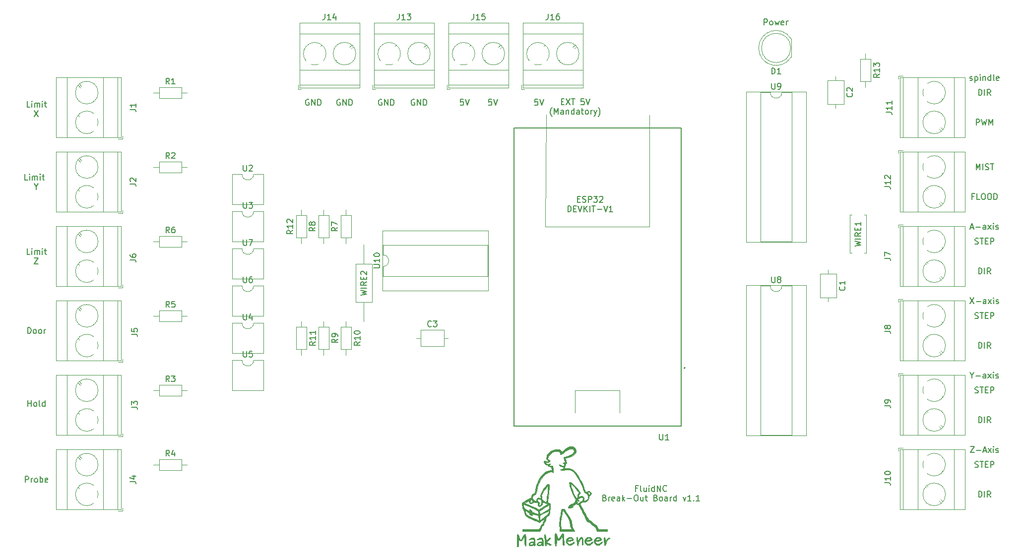
<source format=gto>
G04 #@! TF.GenerationSoftware,KiCad,Pcbnew,7.0.1-3b83917a11~171~ubuntu20.04.1*
G04 #@! TF.CreationDate,2023-03-14T09:38:21+01:00*
G04 #@! TF.ProjectId,FluidNC-BOB v1.1,466c7569-644e-4432-9d42-4f422076312e,rev?*
G04 #@! TF.SameCoordinates,Original*
G04 #@! TF.FileFunction,Legend,Top*
G04 #@! TF.FilePolarity,Positive*
%FSLAX46Y46*%
G04 Gerber Fmt 4.6, Leading zero omitted, Abs format (unit mm)*
G04 Created by KiCad (PCBNEW 7.0.1-3b83917a11~171~ubuntu20.04.1) date 2023-03-14 09:38:21*
%MOMM*%
%LPD*%
G01*
G04 APERTURE LIST*
%ADD10C,0.150000*%
%ADD11C,0.120000*%
%ADD12C,0.127000*%
%ADD13C,0.200000*%
%ADD14C,0.010000*%
%ADD15R,1.600000X1.600000*%
%ADD16O,1.600000X1.600000*%
%ADD17C,1.600000*%
%ADD18R,1.800000X1.800000*%
%ADD19C,1.800000*%
%ADD20C,1.400000*%
%ADD21O,1.400000X1.400000*%
%ADD22C,3.000000*%
%ADD23R,2.000000X2.000000*%
%ADD24C,2.000000*%
%ADD25R,2.600000X2.600000*%
%ADD26C,2.600000*%
G04 APERTURE END LIST*
D10*
X99313904Y-49471238D02*
X99218666Y-49423619D01*
X99218666Y-49423619D02*
X99075809Y-49423619D01*
X99075809Y-49423619D02*
X98932952Y-49471238D01*
X98932952Y-49471238D02*
X98837714Y-49566476D01*
X98837714Y-49566476D02*
X98790095Y-49661714D01*
X98790095Y-49661714D02*
X98742476Y-49852190D01*
X98742476Y-49852190D02*
X98742476Y-49995047D01*
X98742476Y-49995047D02*
X98790095Y-50185523D01*
X98790095Y-50185523D02*
X98837714Y-50280761D01*
X98837714Y-50280761D02*
X98932952Y-50376000D01*
X98932952Y-50376000D02*
X99075809Y-50423619D01*
X99075809Y-50423619D02*
X99171047Y-50423619D01*
X99171047Y-50423619D02*
X99313904Y-50376000D01*
X99313904Y-50376000D02*
X99361523Y-50328380D01*
X99361523Y-50328380D02*
X99361523Y-49995047D01*
X99361523Y-49995047D02*
X99171047Y-49995047D01*
X99790095Y-50423619D02*
X99790095Y-49423619D01*
X99790095Y-49423619D02*
X100361523Y-50423619D01*
X100361523Y-50423619D02*
X100361523Y-49423619D01*
X100837714Y-50423619D02*
X100837714Y-49423619D01*
X100837714Y-49423619D02*
X101075809Y-49423619D01*
X101075809Y-49423619D02*
X101218666Y-49471238D01*
X101218666Y-49471238D02*
X101313904Y-49566476D01*
X101313904Y-49566476D02*
X101361523Y-49661714D01*
X101361523Y-49661714D02*
X101409142Y-49852190D01*
X101409142Y-49852190D02*
X101409142Y-49995047D01*
X101409142Y-49995047D02*
X101361523Y-50185523D01*
X101361523Y-50185523D02*
X101313904Y-50280761D01*
X101313904Y-50280761D02*
X101218666Y-50376000D01*
X101218666Y-50376000D02*
X101075809Y-50423619D01*
X101075809Y-50423619D02*
X100837714Y-50423619D01*
X117347904Y-49471238D02*
X117252666Y-49423619D01*
X117252666Y-49423619D02*
X117109809Y-49423619D01*
X117109809Y-49423619D02*
X116966952Y-49471238D01*
X116966952Y-49471238D02*
X116871714Y-49566476D01*
X116871714Y-49566476D02*
X116824095Y-49661714D01*
X116824095Y-49661714D02*
X116776476Y-49852190D01*
X116776476Y-49852190D02*
X116776476Y-49995047D01*
X116776476Y-49995047D02*
X116824095Y-50185523D01*
X116824095Y-50185523D02*
X116871714Y-50280761D01*
X116871714Y-50280761D02*
X116966952Y-50376000D01*
X116966952Y-50376000D02*
X117109809Y-50423619D01*
X117109809Y-50423619D02*
X117205047Y-50423619D01*
X117205047Y-50423619D02*
X117347904Y-50376000D01*
X117347904Y-50376000D02*
X117395523Y-50328380D01*
X117395523Y-50328380D02*
X117395523Y-49995047D01*
X117395523Y-49995047D02*
X117205047Y-49995047D01*
X117824095Y-50423619D02*
X117824095Y-49423619D01*
X117824095Y-49423619D02*
X118395523Y-50423619D01*
X118395523Y-50423619D02*
X118395523Y-49423619D01*
X118871714Y-50423619D02*
X118871714Y-49423619D01*
X118871714Y-49423619D02*
X119109809Y-49423619D01*
X119109809Y-49423619D02*
X119252666Y-49471238D01*
X119252666Y-49471238D02*
X119347904Y-49566476D01*
X119347904Y-49566476D02*
X119395523Y-49661714D01*
X119395523Y-49661714D02*
X119443142Y-49852190D01*
X119443142Y-49852190D02*
X119443142Y-49995047D01*
X119443142Y-49995047D02*
X119395523Y-50185523D01*
X119395523Y-50185523D02*
X119347904Y-50280761D01*
X119347904Y-50280761D02*
X119252666Y-50376000D01*
X119252666Y-50376000D02*
X119109809Y-50423619D01*
X119109809Y-50423619D02*
X118871714Y-50423619D01*
X125682285Y-49423619D02*
X125206095Y-49423619D01*
X125206095Y-49423619D02*
X125158476Y-49899809D01*
X125158476Y-49899809D02*
X125206095Y-49852190D01*
X125206095Y-49852190D02*
X125301333Y-49804571D01*
X125301333Y-49804571D02*
X125539428Y-49804571D01*
X125539428Y-49804571D02*
X125634666Y-49852190D01*
X125634666Y-49852190D02*
X125682285Y-49899809D01*
X125682285Y-49899809D02*
X125729904Y-49995047D01*
X125729904Y-49995047D02*
X125729904Y-50233142D01*
X125729904Y-50233142D02*
X125682285Y-50328380D01*
X125682285Y-50328380D02*
X125634666Y-50376000D01*
X125634666Y-50376000D02*
X125539428Y-50423619D01*
X125539428Y-50423619D02*
X125301333Y-50423619D01*
X125301333Y-50423619D02*
X125206095Y-50376000D01*
X125206095Y-50376000D02*
X125158476Y-50328380D01*
X126015619Y-49423619D02*
X126348952Y-50423619D01*
X126348952Y-50423619D02*
X126682285Y-49423619D01*
X138382285Y-49423619D02*
X137906095Y-49423619D01*
X137906095Y-49423619D02*
X137858476Y-49899809D01*
X137858476Y-49899809D02*
X137906095Y-49852190D01*
X137906095Y-49852190D02*
X138001333Y-49804571D01*
X138001333Y-49804571D02*
X138239428Y-49804571D01*
X138239428Y-49804571D02*
X138334666Y-49852190D01*
X138334666Y-49852190D02*
X138382285Y-49899809D01*
X138382285Y-49899809D02*
X138429904Y-49995047D01*
X138429904Y-49995047D02*
X138429904Y-50233142D01*
X138429904Y-50233142D02*
X138382285Y-50328380D01*
X138382285Y-50328380D02*
X138334666Y-50376000D01*
X138334666Y-50376000D02*
X138239428Y-50423619D01*
X138239428Y-50423619D02*
X138001333Y-50423619D01*
X138001333Y-50423619D02*
X137906095Y-50376000D01*
X137906095Y-50376000D02*
X137858476Y-50328380D01*
X138715619Y-49423619D02*
X139048952Y-50423619D01*
X139048952Y-50423619D02*
X139382285Y-49423619D01*
D11*
X139810000Y-51995000D02*
X139700000Y-71120000D01*
X144780000Y-102870000D02*
X144780000Y-99060000D01*
X152400000Y-99060000D02*
X152400000Y-102870000D01*
X144780000Y-99060000D02*
X152400000Y-99060000D01*
X157480000Y-71120000D02*
X157480000Y-52070000D01*
X139700000Y-71120000D02*
X157480000Y-71120000D01*
D10*
X212130000Y-46135000D02*
X212225238Y-46182619D01*
X212225238Y-46182619D02*
X212415714Y-46182619D01*
X212415714Y-46182619D02*
X212510952Y-46135000D01*
X212510952Y-46135000D02*
X212558571Y-46039761D01*
X212558571Y-46039761D02*
X212558571Y-45992142D01*
X212558571Y-45992142D02*
X212510952Y-45896904D01*
X212510952Y-45896904D02*
X212415714Y-45849285D01*
X212415714Y-45849285D02*
X212272857Y-45849285D01*
X212272857Y-45849285D02*
X212177619Y-45801666D01*
X212177619Y-45801666D02*
X212130000Y-45706428D01*
X212130000Y-45706428D02*
X212130000Y-45658809D01*
X212130000Y-45658809D02*
X212177619Y-45563571D01*
X212177619Y-45563571D02*
X212272857Y-45515952D01*
X212272857Y-45515952D02*
X212415714Y-45515952D01*
X212415714Y-45515952D02*
X212510952Y-45563571D01*
X212987143Y-45515952D02*
X212987143Y-46515952D01*
X212987143Y-45563571D02*
X213082381Y-45515952D01*
X213082381Y-45515952D02*
X213272857Y-45515952D01*
X213272857Y-45515952D02*
X213368095Y-45563571D01*
X213368095Y-45563571D02*
X213415714Y-45611190D01*
X213415714Y-45611190D02*
X213463333Y-45706428D01*
X213463333Y-45706428D02*
X213463333Y-45992142D01*
X213463333Y-45992142D02*
X213415714Y-46087380D01*
X213415714Y-46087380D02*
X213368095Y-46135000D01*
X213368095Y-46135000D02*
X213272857Y-46182619D01*
X213272857Y-46182619D02*
X213082381Y-46182619D01*
X213082381Y-46182619D02*
X212987143Y-46135000D01*
X213891905Y-46182619D02*
X213891905Y-45515952D01*
X213891905Y-45182619D02*
X213844286Y-45230238D01*
X213844286Y-45230238D02*
X213891905Y-45277857D01*
X213891905Y-45277857D02*
X213939524Y-45230238D01*
X213939524Y-45230238D02*
X213891905Y-45182619D01*
X213891905Y-45182619D02*
X213891905Y-45277857D01*
X214368095Y-45515952D02*
X214368095Y-46182619D01*
X214368095Y-45611190D02*
X214415714Y-45563571D01*
X214415714Y-45563571D02*
X214510952Y-45515952D01*
X214510952Y-45515952D02*
X214653809Y-45515952D01*
X214653809Y-45515952D02*
X214749047Y-45563571D01*
X214749047Y-45563571D02*
X214796666Y-45658809D01*
X214796666Y-45658809D02*
X214796666Y-46182619D01*
X215701428Y-46182619D02*
X215701428Y-45182619D01*
X215701428Y-46135000D02*
X215606190Y-46182619D01*
X215606190Y-46182619D02*
X215415714Y-46182619D01*
X215415714Y-46182619D02*
X215320476Y-46135000D01*
X215320476Y-46135000D02*
X215272857Y-46087380D01*
X215272857Y-46087380D02*
X215225238Y-45992142D01*
X215225238Y-45992142D02*
X215225238Y-45706428D01*
X215225238Y-45706428D02*
X215272857Y-45611190D01*
X215272857Y-45611190D02*
X215320476Y-45563571D01*
X215320476Y-45563571D02*
X215415714Y-45515952D01*
X215415714Y-45515952D02*
X215606190Y-45515952D01*
X215606190Y-45515952D02*
X215701428Y-45563571D01*
X216320476Y-46182619D02*
X216225238Y-46135000D01*
X216225238Y-46135000D02*
X216177619Y-46039761D01*
X216177619Y-46039761D02*
X216177619Y-45182619D01*
X217082381Y-46135000D02*
X216987143Y-46182619D01*
X216987143Y-46182619D02*
X216796667Y-46182619D01*
X216796667Y-46182619D02*
X216701429Y-46135000D01*
X216701429Y-46135000D02*
X216653810Y-46039761D01*
X216653810Y-46039761D02*
X216653810Y-45658809D01*
X216653810Y-45658809D02*
X216701429Y-45563571D01*
X216701429Y-45563571D02*
X216796667Y-45515952D01*
X216796667Y-45515952D02*
X216987143Y-45515952D01*
X216987143Y-45515952D02*
X217082381Y-45563571D01*
X217082381Y-45563571D02*
X217130000Y-45658809D01*
X217130000Y-45658809D02*
X217130000Y-45754047D01*
X217130000Y-45754047D02*
X216653810Y-45849285D01*
X51712952Y-50706619D02*
X51236762Y-50706619D01*
X51236762Y-50706619D02*
X51236762Y-49706619D01*
X52046286Y-50706619D02*
X52046286Y-50039952D01*
X52046286Y-49706619D02*
X51998667Y-49754238D01*
X51998667Y-49754238D02*
X52046286Y-49801857D01*
X52046286Y-49801857D02*
X52093905Y-49754238D01*
X52093905Y-49754238D02*
X52046286Y-49706619D01*
X52046286Y-49706619D02*
X52046286Y-49801857D01*
X52522476Y-50706619D02*
X52522476Y-50039952D01*
X52522476Y-50135190D02*
X52570095Y-50087571D01*
X52570095Y-50087571D02*
X52665333Y-50039952D01*
X52665333Y-50039952D02*
X52808190Y-50039952D01*
X52808190Y-50039952D02*
X52903428Y-50087571D01*
X52903428Y-50087571D02*
X52951047Y-50182809D01*
X52951047Y-50182809D02*
X52951047Y-50706619D01*
X52951047Y-50182809D02*
X52998666Y-50087571D01*
X52998666Y-50087571D02*
X53093904Y-50039952D01*
X53093904Y-50039952D02*
X53236761Y-50039952D01*
X53236761Y-50039952D02*
X53332000Y-50087571D01*
X53332000Y-50087571D02*
X53379619Y-50182809D01*
X53379619Y-50182809D02*
X53379619Y-50706619D01*
X53855809Y-50706619D02*
X53855809Y-50039952D01*
X53855809Y-49706619D02*
X53808190Y-49754238D01*
X53808190Y-49754238D02*
X53855809Y-49801857D01*
X53855809Y-49801857D02*
X53903428Y-49754238D01*
X53903428Y-49754238D02*
X53855809Y-49706619D01*
X53855809Y-49706619D02*
X53855809Y-49801857D01*
X54189142Y-50039952D02*
X54570094Y-50039952D01*
X54331999Y-49706619D02*
X54331999Y-50563761D01*
X54331999Y-50563761D02*
X54379618Y-50659000D01*
X54379618Y-50659000D02*
X54474856Y-50706619D01*
X54474856Y-50706619D02*
X54570094Y-50706619D01*
X52498667Y-51326619D02*
X53165333Y-52326619D01*
X53165333Y-51326619D02*
X52498667Y-52326619D01*
X104647904Y-49471238D02*
X104552666Y-49423619D01*
X104552666Y-49423619D02*
X104409809Y-49423619D01*
X104409809Y-49423619D02*
X104266952Y-49471238D01*
X104266952Y-49471238D02*
X104171714Y-49566476D01*
X104171714Y-49566476D02*
X104124095Y-49661714D01*
X104124095Y-49661714D02*
X104076476Y-49852190D01*
X104076476Y-49852190D02*
X104076476Y-49995047D01*
X104076476Y-49995047D02*
X104124095Y-50185523D01*
X104124095Y-50185523D02*
X104171714Y-50280761D01*
X104171714Y-50280761D02*
X104266952Y-50376000D01*
X104266952Y-50376000D02*
X104409809Y-50423619D01*
X104409809Y-50423619D02*
X104505047Y-50423619D01*
X104505047Y-50423619D02*
X104647904Y-50376000D01*
X104647904Y-50376000D02*
X104695523Y-50328380D01*
X104695523Y-50328380D02*
X104695523Y-49995047D01*
X104695523Y-49995047D02*
X104505047Y-49995047D01*
X105124095Y-50423619D02*
X105124095Y-49423619D01*
X105124095Y-49423619D02*
X105695523Y-50423619D01*
X105695523Y-50423619D02*
X105695523Y-49423619D01*
X106171714Y-50423619D02*
X106171714Y-49423619D01*
X106171714Y-49423619D02*
X106409809Y-49423619D01*
X106409809Y-49423619D02*
X106552666Y-49471238D01*
X106552666Y-49471238D02*
X106647904Y-49566476D01*
X106647904Y-49566476D02*
X106695523Y-49661714D01*
X106695523Y-49661714D02*
X106743142Y-49852190D01*
X106743142Y-49852190D02*
X106743142Y-49995047D01*
X106743142Y-49995047D02*
X106695523Y-50185523D01*
X106695523Y-50185523D02*
X106647904Y-50280761D01*
X106647904Y-50280761D02*
X106552666Y-50376000D01*
X106552666Y-50376000D02*
X106409809Y-50423619D01*
X106409809Y-50423619D02*
X106171714Y-50423619D01*
X50927238Y-114762619D02*
X50927238Y-113762619D01*
X50927238Y-113762619D02*
X51308190Y-113762619D01*
X51308190Y-113762619D02*
X51403428Y-113810238D01*
X51403428Y-113810238D02*
X51451047Y-113857857D01*
X51451047Y-113857857D02*
X51498666Y-113953095D01*
X51498666Y-113953095D02*
X51498666Y-114095952D01*
X51498666Y-114095952D02*
X51451047Y-114191190D01*
X51451047Y-114191190D02*
X51403428Y-114238809D01*
X51403428Y-114238809D02*
X51308190Y-114286428D01*
X51308190Y-114286428D02*
X50927238Y-114286428D01*
X51927238Y-114762619D02*
X51927238Y-114095952D01*
X51927238Y-114286428D02*
X51974857Y-114191190D01*
X51974857Y-114191190D02*
X52022476Y-114143571D01*
X52022476Y-114143571D02*
X52117714Y-114095952D01*
X52117714Y-114095952D02*
X52212952Y-114095952D01*
X52689143Y-114762619D02*
X52593905Y-114715000D01*
X52593905Y-114715000D02*
X52546286Y-114667380D01*
X52546286Y-114667380D02*
X52498667Y-114572142D01*
X52498667Y-114572142D02*
X52498667Y-114286428D01*
X52498667Y-114286428D02*
X52546286Y-114191190D01*
X52546286Y-114191190D02*
X52593905Y-114143571D01*
X52593905Y-114143571D02*
X52689143Y-114095952D01*
X52689143Y-114095952D02*
X52832000Y-114095952D01*
X52832000Y-114095952D02*
X52927238Y-114143571D01*
X52927238Y-114143571D02*
X52974857Y-114191190D01*
X52974857Y-114191190D02*
X53022476Y-114286428D01*
X53022476Y-114286428D02*
X53022476Y-114572142D01*
X53022476Y-114572142D02*
X52974857Y-114667380D01*
X52974857Y-114667380D02*
X52927238Y-114715000D01*
X52927238Y-114715000D02*
X52832000Y-114762619D01*
X52832000Y-114762619D02*
X52689143Y-114762619D01*
X53451048Y-114762619D02*
X53451048Y-113762619D01*
X53451048Y-114143571D02*
X53546286Y-114095952D01*
X53546286Y-114095952D02*
X53736762Y-114095952D01*
X53736762Y-114095952D02*
X53832000Y-114143571D01*
X53832000Y-114143571D02*
X53879619Y-114191190D01*
X53879619Y-114191190D02*
X53927238Y-114286428D01*
X53927238Y-114286428D02*
X53927238Y-114572142D01*
X53927238Y-114572142D02*
X53879619Y-114667380D01*
X53879619Y-114667380D02*
X53832000Y-114715000D01*
X53832000Y-114715000D02*
X53736762Y-114762619D01*
X53736762Y-114762619D02*
X53546286Y-114762619D01*
X53546286Y-114762619D02*
X53451048Y-114715000D01*
X54736762Y-114715000D02*
X54641524Y-114762619D01*
X54641524Y-114762619D02*
X54451048Y-114762619D01*
X54451048Y-114762619D02*
X54355810Y-114715000D01*
X54355810Y-114715000D02*
X54308191Y-114619761D01*
X54308191Y-114619761D02*
X54308191Y-114238809D01*
X54308191Y-114238809D02*
X54355810Y-114143571D01*
X54355810Y-114143571D02*
X54451048Y-114095952D01*
X54451048Y-114095952D02*
X54641524Y-114095952D01*
X54641524Y-114095952D02*
X54736762Y-114143571D01*
X54736762Y-114143571D02*
X54784381Y-114238809D01*
X54784381Y-114238809D02*
X54784381Y-114334047D01*
X54784381Y-114334047D02*
X54308191Y-114429285D01*
X51355809Y-89362619D02*
X51355809Y-88362619D01*
X51355809Y-88362619D02*
X51593904Y-88362619D01*
X51593904Y-88362619D02*
X51736761Y-88410238D01*
X51736761Y-88410238D02*
X51831999Y-88505476D01*
X51831999Y-88505476D02*
X51879618Y-88600714D01*
X51879618Y-88600714D02*
X51927237Y-88791190D01*
X51927237Y-88791190D02*
X51927237Y-88934047D01*
X51927237Y-88934047D02*
X51879618Y-89124523D01*
X51879618Y-89124523D02*
X51831999Y-89219761D01*
X51831999Y-89219761D02*
X51736761Y-89315000D01*
X51736761Y-89315000D02*
X51593904Y-89362619D01*
X51593904Y-89362619D02*
X51355809Y-89362619D01*
X52498666Y-89362619D02*
X52403428Y-89315000D01*
X52403428Y-89315000D02*
X52355809Y-89267380D01*
X52355809Y-89267380D02*
X52308190Y-89172142D01*
X52308190Y-89172142D02*
X52308190Y-88886428D01*
X52308190Y-88886428D02*
X52355809Y-88791190D01*
X52355809Y-88791190D02*
X52403428Y-88743571D01*
X52403428Y-88743571D02*
X52498666Y-88695952D01*
X52498666Y-88695952D02*
X52641523Y-88695952D01*
X52641523Y-88695952D02*
X52736761Y-88743571D01*
X52736761Y-88743571D02*
X52784380Y-88791190D01*
X52784380Y-88791190D02*
X52831999Y-88886428D01*
X52831999Y-88886428D02*
X52831999Y-89172142D01*
X52831999Y-89172142D02*
X52784380Y-89267380D01*
X52784380Y-89267380D02*
X52736761Y-89315000D01*
X52736761Y-89315000D02*
X52641523Y-89362619D01*
X52641523Y-89362619D02*
X52498666Y-89362619D01*
X53403428Y-89362619D02*
X53308190Y-89315000D01*
X53308190Y-89315000D02*
X53260571Y-89267380D01*
X53260571Y-89267380D02*
X53212952Y-89172142D01*
X53212952Y-89172142D02*
X53212952Y-88886428D01*
X53212952Y-88886428D02*
X53260571Y-88791190D01*
X53260571Y-88791190D02*
X53308190Y-88743571D01*
X53308190Y-88743571D02*
X53403428Y-88695952D01*
X53403428Y-88695952D02*
X53546285Y-88695952D01*
X53546285Y-88695952D02*
X53641523Y-88743571D01*
X53641523Y-88743571D02*
X53689142Y-88791190D01*
X53689142Y-88791190D02*
X53736761Y-88886428D01*
X53736761Y-88886428D02*
X53736761Y-89172142D01*
X53736761Y-89172142D02*
X53689142Y-89267380D01*
X53689142Y-89267380D02*
X53641523Y-89315000D01*
X53641523Y-89315000D02*
X53546285Y-89362619D01*
X53546285Y-89362619D02*
X53403428Y-89362619D01*
X54165333Y-89362619D02*
X54165333Y-88695952D01*
X54165333Y-88886428D02*
X54212952Y-88791190D01*
X54212952Y-88791190D02*
X54260571Y-88743571D01*
X54260571Y-88743571D02*
X54355809Y-88695952D01*
X54355809Y-88695952D02*
X54451047Y-88695952D01*
X155429227Y-115793393D02*
X155095894Y-115793393D01*
X155095894Y-116317203D02*
X155095894Y-115317203D01*
X155095894Y-115317203D02*
X155572084Y-115317203D01*
X156095894Y-116317203D02*
X156000656Y-116269584D01*
X156000656Y-116269584D02*
X155953037Y-116174345D01*
X155953037Y-116174345D02*
X155953037Y-115317203D01*
X156905418Y-115650536D02*
X156905418Y-116317203D01*
X156476847Y-115650536D02*
X156476847Y-116174345D01*
X156476847Y-116174345D02*
X156524466Y-116269584D01*
X156524466Y-116269584D02*
X156619704Y-116317203D01*
X156619704Y-116317203D02*
X156762561Y-116317203D01*
X156762561Y-116317203D02*
X156857799Y-116269584D01*
X156857799Y-116269584D02*
X156905418Y-116221964D01*
X157381609Y-116317203D02*
X157381609Y-115650536D01*
X157381609Y-115317203D02*
X157333990Y-115364822D01*
X157333990Y-115364822D02*
X157381609Y-115412441D01*
X157381609Y-115412441D02*
X157429228Y-115364822D01*
X157429228Y-115364822D02*
X157381609Y-115317203D01*
X157381609Y-115317203D02*
X157381609Y-115412441D01*
X158286370Y-116317203D02*
X158286370Y-115317203D01*
X158286370Y-116269584D02*
X158191132Y-116317203D01*
X158191132Y-116317203D02*
X158000656Y-116317203D01*
X158000656Y-116317203D02*
X157905418Y-116269584D01*
X157905418Y-116269584D02*
X157857799Y-116221964D01*
X157857799Y-116221964D02*
X157810180Y-116126726D01*
X157810180Y-116126726D02*
X157810180Y-115841012D01*
X157810180Y-115841012D02*
X157857799Y-115745774D01*
X157857799Y-115745774D02*
X157905418Y-115698155D01*
X157905418Y-115698155D02*
X158000656Y-115650536D01*
X158000656Y-115650536D02*
X158191132Y-115650536D01*
X158191132Y-115650536D02*
X158286370Y-115698155D01*
X158762561Y-116317203D02*
X158762561Y-115317203D01*
X158762561Y-115317203D02*
X159333989Y-116317203D01*
X159333989Y-116317203D02*
X159333989Y-115317203D01*
X160381608Y-116221964D02*
X160333989Y-116269584D01*
X160333989Y-116269584D02*
X160191132Y-116317203D01*
X160191132Y-116317203D02*
X160095894Y-116317203D01*
X160095894Y-116317203D02*
X159953037Y-116269584D01*
X159953037Y-116269584D02*
X159857799Y-116174345D01*
X159857799Y-116174345D02*
X159810180Y-116079107D01*
X159810180Y-116079107D02*
X159762561Y-115888631D01*
X159762561Y-115888631D02*
X159762561Y-115745774D01*
X159762561Y-115745774D02*
X159810180Y-115555298D01*
X159810180Y-115555298D02*
X159857799Y-115460060D01*
X159857799Y-115460060D02*
X159953037Y-115364822D01*
X159953037Y-115364822D02*
X160095894Y-115317203D01*
X160095894Y-115317203D02*
X160191132Y-115317203D01*
X160191132Y-115317203D02*
X160333989Y-115364822D01*
X160333989Y-115364822D02*
X160381608Y-115412441D01*
X149810179Y-117413393D02*
X149953036Y-117461012D01*
X149953036Y-117461012D02*
X150000655Y-117508631D01*
X150000655Y-117508631D02*
X150048274Y-117603869D01*
X150048274Y-117603869D02*
X150048274Y-117746726D01*
X150048274Y-117746726D02*
X150000655Y-117841964D01*
X150000655Y-117841964D02*
X149953036Y-117889584D01*
X149953036Y-117889584D02*
X149857798Y-117937203D01*
X149857798Y-117937203D02*
X149476846Y-117937203D01*
X149476846Y-117937203D02*
X149476846Y-116937203D01*
X149476846Y-116937203D02*
X149810179Y-116937203D01*
X149810179Y-116937203D02*
X149905417Y-116984822D01*
X149905417Y-116984822D02*
X149953036Y-117032441D01*
X149953036Y-117032441D02*
X150000655Y-117127679D01*
X150000655Y-117127679D02*
X150000655Y-117222917D01*
X150000655Y-117222917D02*
X149953036Y-117318155D01*
X149953036Y-117318155D02*
X149905417Y-117365774D01*
X149905417Y-117365774D02*
X149810179Y-117413393D01*
X149810179Y-117413393D02*
X149476846Y-117413393D01*
X150476846Y-117937203D02*
X150476846Y-117270536D01*
X150476846Y-117461012D02*
X150524465Y-117365774D01*
X150524465Y-117365774D02*
X150572084Y-117318155D01*
X150572084Y-117318155D02*
X150667322Y-117270536D01*
X150667322Y-117270536D02*
X150762560Y-117270536D01*
X151476846Y-117889584D02*
X151381608Y-117937203D01*
X151381608Y-117937203D02*
X151191132Y-117937203D01*
X151191132Y-117937203D02*
X151095894Y-117889584D01*
X151095894Y-117889584D02*
X151048275Y-117794345D01*
X151048275Y-117794345D02*
X151048275Y-117413393D01*
X151048275Y-117413393D02*
X151095894Y-117318155D01*
X151095894Y-117318155D02*
X151191132Y-117270536D01*
X151191132Y-117270536D02*
X151381608Y-117270536D01*
X151381608Y-117270536D02*
X151476846Y-117318155D01*
X151476846Y-117318155D02*
X151524465Y-117413393D01*
X151524465Y-117413393D02*
X151524465Y-117508631D01*
X151524465Y-117508631D02*
X151048275Y-117603869D01*
X152381608Y-117937203D02*
X152381608Y-117413393D01*
X152381608Y-117413393D02*
X152333989Y-117318155D01*
X152333989Y-117318155D02*
X152238751Y-117270536D01*
X152238751Y-117270536D02*
X152048275Y-117270536D01*
X152048275Y-117270536D02*
X151953037Y-117318155D01*
X152381608Y-117889584D02*
X152286370Y-117937203D01*
X152286370Y-117937203D02*
X152048275Y-117937203D01*
X152048275Y-117937203D02*
X151953037Y-117889584D01*
X151953037Y-117889584D02*
X151905418Y-117794345D01*
X151905418Y-117794345D02*
X151905418Y-117699107D01*
X151905418Y-117699107D02*
X151953037Y-117603869D01*
X151953037Y-117603869D02*
X152048275Y-117556250D01*
X152048275Y-117556250D02*
X152286370Y-117556250D01*
X152286370Y-117556250D02*
X152381608Y-117508631D01*
X152857799Y-117937203D02*
X152857799Y-116937203D01*
X152953037Y-117556250D02*
X153238751Y-117937203D01*
X153238751Y-117270536D02*
X152857799Y-117651488D01*
X153667323Y-117556250D02*
X154429228Y-117556250D01*
X155095894Y-116937203D02*
X155286370Y-116937203D01*
X155286370Y-116937203D02*
X155381608Y-116984822D01*
X155381608Y-116984822D02*
X155476846Y-117080060D01*
X155476846Y-117080060D02*
X155524465Y-117270536D01*
X155524465Y-117270536D02*
X155524465Y-117603869D01*
X155524465Y-117603869D02*
X155476846Y-117794345D01*
X155476846Y-117794345D02*
X155381608Y-117889584D01*
X155381608Y-117889584D02*
X155286370Y-117937203D01*
X155286370Y-117937203D02*
X155095894Y-117937203D01*
X155095894Y-117937203D02*
X155000656Y-117889584D01*
X155000656Y-117889584D02*
X154905418Y-117794345D01*
X154905418Y-117794345D02*
X154857799Y-117603869D01*
X154857799Y-117603869D02*
X154857799Y-117270536D01*
X154857799Y-117270536D02*
X154905418Y-117080060D01*
X154905418Y-117080060D02*
X155000656Y-116984822D01*
X155000656Y-116984822D02*
X155095894Y-116937203D01*
X156381608Y-117270536D02*
X156381608Y-117937203D01*
X155953037Y-117270536D02*
X155953037Y-117794345D01*
X155953037Y-117794345D02*
X156000656Y-117889584D01*
X156000656Y-117889584D02*
X156095894Y-117937203D01*
X156095894Y-117937203D02*
X156238751Y-117937203D01*
X156238751Y-117937203D02*
X156333989Y-117889584D01*
X156333989Y-117889584D02*
X156381608Y-117841964D01*
X156714942Y-117270536D02*
X157095894Y-117270536D01*
X156857799Y-116937203D02*
X156857799Y-117794345D01*
X156857799Y-117794345D02*
X156905418Y-117889584D01*
X156905418Y-117889584D02*
X157000656Y-117937203D01*
X157000656Y-117937203D02*
X157095894Y-117937203D01*
X158524466Y-117413393D02*
X158667323Y-117461012D01*
X158667323Y-117461012D02*
X158714942Y-117508631D01*
X158714942Y-117508631D02*
X158762561Y-117603869D01*
X158762561Y-117603869D02*
X158762561Y-117746726D01*
X158762561Y-117746726D02*
X158714942Y-117841964D01*
X158714942Y-117841964D02*
X158667323Y-117889584D01*
X158667323Y-117889584D02*
X158572085Y-117937203D01*
X158572085Y-117937203D02*
X158191133Y-117937203D01*
X158191133Y-117937203D02*
X158191133Y-116937203D01*
X158191133Y-116937203D02*
X158524466Y-116937203D01*
X158524466Y-116937203D02*
X158619704Y-116984822D01*
X158619704Y-116984822D02*
X158667323Y-117032441D01*
X158667323Y-117032441D02*
X158714942Y-117127679D01*
X158714942Y-117127679D02*
X158714942Y-117222917D01*
X158714942Y-117222917D02*
X158667323Y-117318155D01*
X158667323Y-117318155D02*
X158619704Y-117365774D01*
X158619704Y-117365774D02*
X158524466Y-117413393D01*
X158524466Y-117413393D02*
X158191133Y-117413393D01*
X159333990Y-117937203D02*
X159238752Y-117889584D01*
X159238752Y-117889584D02*
X159191133Y-117841964D01*
X159191133Y-117841964D02*
X159143514Y-117746726D01*
X159143514Y-117746726D02*
X159143514Y-117461012D01*
X159143514Y-117461012D02*
X159191133Y-117365774D01*
X159191133Y-117365774D02*
X159238752Y-117318155D01*
X159238752Y-117318155D02*
X159333990Y-117270536D01*
X159333990Y-117270536D02*
X159476847Y-117270536D01*
X159476847Y-117270536D02*
X159572085Y-117318155D01*
X159572085Y-117318155D02*
X159619704Y-117365774D01*
X159619704Y-117365774D02*
X159667323Y-117461012D01*
X159667323Y-117461012D02*
X159667323Y-117746726D01*
X159667323Y-117746726D02*
X159619704Y-117841964D01*
X159619704Y-117841964D02*
X159572085Y-117889584D01*
X159572085Y-117889584D02*
X159476847Y-117937203D01*
X159476847Y-117937203D02*
X159333990Y-117937203D01*
X160524466Y-117937203D02*
X160524466Y-117413393D01*
X160524466Y-117413393D02*
X160476847Y-117318155D01*
X160476847Y-117318155D02*
X160381609Y-117270536D01*
X160381609Y-117270536D02*
X160191133Y-117270536D01*
X160191133Y-117270536D02*
X160095895Y-117318155D01*
X160524466Y-117889584D02*
X160429228Y-117937203D01*
X160429228Y-117937203D02*
X160191133Y-117937203D01*
X160191133Y-117937203D02*
X160095895Y-117889584D01*
X160095895Y-117889584D02*
X160048276Y-117794345D01*
X160048276Y-117794345D02*
X160048276Y-117699107D01*
X160048276Y-117699107D02*
X160095895Y-117603869D01*
X160095895Y-117603869D02*
X160191133Y-117556250D01*
X160191133Y-117556250D02*
X160429228Y-117556250D01*
X160429228Y-117556250D02*
X160524466Y-117508631D01*
X161000657Y-117937203D02*
X161000657Y-117270536D01*
X161000657Y-117461012D02*
X161048276Y-117365774D01*
X161048276Y-117365774D02*
X161095895Y-117318155D01*
X161095895Y-117318155D02*
X161191133Y-117270536D01*
X161191133Y-117270536D02*
X161286371Y-117270536D01*
X162048276Y-117937203D02*
X162048276Y-116937203D01*
X162048276Y-117889584D02*
X161953038Y-117937203D01*
X161953038Y-117937203D02*
X161762562Y-117937203D01*
X161762562Y-117937203D02*
X161667324Y-117889584D01*
X161667324Y-117889584D02*
X161619705Y-117841964D01*
X161619705Y-117841964D02*
X161572086Y-117746726D01*
X161572086Y-117746726D02*
X161572086Y-117461012D01*
X161572086Y-117461012D02*
X161619705Y-117365774D01*
X161619705Y-117365774D02*
X161667324Y-117318155D01*
X161667324Y-117318155D02*
X161762562Y-117270536D01*
X161762562Y-117270536D02*
X161953038Y-117270536D01*
X161953038Y-117270536D02*
X162048276Y-117318155D01*
X163191134Y-117270536D02*
X163429229Y-117937203D01*
X163429229Y-117937203D02*
X163667324Y-117270536D01*
X164572086Y-117937203D02*
X164000658Y-117937203D01*
X164286372Y-117937203D02*
X164286372Y-116937203D01*
X164286372Y-116937203D02*
X164191134Y-117080060D01*
X164191134Y-117080060D02*
X164095896Y-117175298D01*
X164095896Y-117175298D02*
X164000658Y-117222917D01*
X165000658Y-117841964D02*
X165048277Y-117889584D01*
X165048277Y-117889584D02*
X165000658Y-117937203D01*
X165000658Y-117937203D02*
X164953039Y-117889584D01*
X164953039Y-117889584D02*
X165000658Y-117841964D01*
X165000658Y-117841964D02*
X165000658Y-117937203D01*
X166000657Y-117937203D02*
X165429229Y-117937203D01*
X165714943Y-117937203D02*
X165714943Y-116937203D01*
X165714943Y-116937203D02*
X165619705Y-117080060D01*
X165619705Y-117080060D02*
X165524467Y-117175298D01*
X165524467Y-117175298D02*
X165429229Y-117222917D01*
X111759904Y-49471238D02*
X111664666Y-49423619D01*
X111664666Y-49423619D02*
X111521809Y-49423619D01*
X111521809Y-49423619D02*
X111378952Y-49471238D01*
X111378952Y-49471238D02*
X111283714Y-49566476D01*
X111283714Y-49566476D02*
X111236095Y-49661714D01*
X111236095Y-49661714D02*
X111188476Y-49852190D01*
X111188476Y-49852190D02*
X111188476Y-49995047D01*
X111188476Y-49995047D02*
X111236095Y-50185523D01*
X111236095Y-50185523D02*
X111283714Y-50280761D01*
X111283714Y-50280761D02*
X111378952Y-50376000D01*
X111378952Y-50376000D02*
X111521809Y-50423619D01*
X111521809Y-50423619D02*
X111617047Y-50423619D01*
X111617047Y-50423619D02*
X111759904Y-50376000D01*
X111759904Y-50376000D02*
X111807523Y-50328380D01*
X111807523Y-50328380D02*
X111807523Y-49995047D01*
X111807523Y-49995047D02*
X111617047Y-49995047D01*
X112236095Y-50423619D02*
X112236095Y-49423619D01*
X112236095Y-49423619D02*
X112807523Y-50423619D01*
X112807523Y-50423619D02*
X112807523Y-49423619D01*
X113283714Y-50423619D02*
X113283714Y-49423619D01*
X113283714Y-49423619D02*
X113521809Y-49423619D01*
X113521809Y-49423619D02*
X113664666Y-49471238D01*
X113664666Y-49471238D02*
X113759904Y-49566476D01*
X113759904Y-49566476D02*
X113807523Y-49661714D01*
X113807523Y-49661714D02*
X113855142Y-49852190D01*
X113855142Y-49852190D02*
X113855142Y-49995047D01*
X113855142Y-49995047D02*
X113807523Y-50185523D01*
X113807523Y-50185523D02*
X113759904Y-50280761D01*
X113759904Y-50280761D02*
X113664666Y-50376000D01*
X113664666Y-50376000D02*
X113521809Y-50423619D01*
X113521809Y-50423619D02*
X113283714Y-50423619D01*
X213010952Y-86775000D02*
X213153809Y-86822619D01*
X213153809Y-86822619D02*
X213391904Y-86822619D01*
X213391904Y-86822619D02*
X213487142Y-86775000D01*
X213487142Y-86775000D02*
X213534761Y-86727380D01*
X213534761Y-86727380D02*
X213582380Y-86632142D01*
X213582380Y-86632142D02*
X213582380Y-86536904D01*
X213582380Y-86536904D02*
X213534761Y-86441666D01*
X213534761Y-86441666D02*
X213487142Y-86394047D01*
X213487142Y-86394047D02*
X213391904Y-86346428D01*
X213391904Y-86346428D02*
X213201428Y-86298809D01*
X213201428Y-86298809D02*
X213106190Y-86251190D01*
X213106190Y-86251190D02*
X213058571Y-86203571D01*
X213058571Y-86203571D02*
X213010952Y-86108333D01*
X213010952Y-86108333D02*
X213010952Y-86013095D01*
X213010952Y-86013095D02*
X213058571Y-85917857D01*
X213058571Y-85917857D02*
X213106190Y-85870238D01*
X213106190Y-85870238D02*
X213201428Y-85822619D01*
X213201428Y-85822619D02*
X213439523Y-85822619D01*
X213439523Y-85822619D02*
X213582380Y-85870238D01*
X213868095Y-85822619D02*
X214439523Y-85822619D01*
X214153809Y-86822619D02*
X214153809Y-85822619D01*
X214772857Y-86298809D02*
X215106190Y-86298809D01*
X215249047Y-86822619D02*
X214772857Y-86822619D01*
X214772857Y-86822619D02*
X214772857Y-85822619D01*
X214772857Y-85822619D02*
X215249047Y-85822619D01*
X215677619Y-86822619D02*
X215677619Y-85822619D01*
X215677619Y-85822619D02*
X216058571Y-85822619D01*
X216058571Y-85822619D02*
X216153809Y-85870238D01*
X216153809Y-85870238D02*
X216201428Y-85917857D01*
X216201428Y-85917857D02*
X216249047Y-86013095D01*
X216249047Y-86013095D02*
X216249047Y-86155952D01*
X216249047Y-86155952D02*
X216201428Y-86251190D01*
X216201428Y-86251190D02*
X216153809Y-86298809D01*
X216153809Y-86298809D02*
X216058571Y-86346428D01*
X216058571Y-86346428D02*
X215677619Y-86346428D01*
X213630000Y-104602619D02*
X213630000Y-103602619D01*
X213630000Y-103602619D02*
X213868095Y-103602619D01*
X213868095Y-103602619D02*
X214010952Y-103650238D01*
X214010952Y-103650238D02*
X214106190Y-103745476D01*
X214106190Y-103745476D02*
X214153809Y-103840714D01*
X214153809Y-103840714D02*
X214201428Y-104031190D01*
X214201428Y-104031190D02*
X214201428Y-104174047D01*
X214201428Y-104174047D02*
X214153809Y-104364523D01*
X214153809Y-104364523D02*
X214106190Y-104459761D01*
X214106190Y-104459761D02*
X214010952Y-104555000D01*
X214010952Y-104555000D02*
X213868095Y-104602619D01*
X213868095Y-104602619D02*
X213630000Y-104602619D01*
X214630000Y-104602619D02*
X214630000Y-103602619D01*
X215677618Y-104602619D02*
X215344285Y-104126428D01*
X215106190Y-104602619D02*
X215106190Y-103602619D01*
X215106190Y-103602619D02*
X215487142Y-103602619D01*
X215487142Y-103602619D02*
X215582380Y-103650238D01*
X215582380Y-103650238D02*
X215629999Y-103697857D01*
X215629999Y-103697857D02*
X215677618Y-103793095D01*
X215677618Y-103793095D02*
X215677618Y-103935952D01*
X215677618Y-103935952D02*
X215629999Y-104031190D01*
X215629999Y-104031190D02*
X215582380Y-104078809D01*
X215582380Y-104078809D02*
X215487142Y-104126428D01*
X215487142Y-104126428D02*
X215106190Y-104126428D01*
X213630000Y-79202619D02*
X213630000Y-78202619D01*
X213630000Y-78202619D02*
X213868095Y-78202619D01*
X213868095Y-78202619D02*
X214010952Y-78250238D01*
X214010952Y-78250238D02*
X214106190Y-78345476D01*
X214106190Y-78345476D02*
X214153809Y-78440714D01*
X214153809Y-78440714D02*
X214201428Y-78631190D01*
X214201428Y-78631190D02*
X214201428Y-78774047D01*
X214201428Y-78774047D02*
X214153809Y-78964523D01*
X214153809Y-78964523D02*
X214106190Y-79059761D01*
X214106190Y-79059761D02*
X214010952Y-79155000D01*
X214010952Y-79155000D02*
X213868095Y-79202619D01*
X213868095Y-79202619D02*
X213630000Y-79202619D01*
X214630000Y-79202619D02*
X214630000Y-78202619D01*
X215677618Y-79202619D02*
X215344285Y-78726428D01*
X215106190Y-79202619D02*
X215106190Y-78202619D01*
X215106190Y-78202619D02*
X215487142Y-78202619D01*
X215487142Y-78202619D02*
X215582380Y-78250238D01*
X215582380Y-78250238D02*
X215629999Y-78297857D01*
X215629999Y-78297857D02*
X215677618Y-78393095D01*
X215677618Y-78393095D02*
X215677618Y-78535952D01*
X215677618Y-78535952D02*
X215629999Y-78631190D01*
X215629999Y-78631190D02*
X215582380Y-78678809D01*
X215582380Y-78678809D02*
X215487142Y-78726428D01*
X215487142Y-78726428D02*
X215106190Y-78726428D01*
X212510952Y-96506428D02*
X212510952Y-96982619D01*
X212177619Y-95982619D02*
X212510952Y-96506428D01*
X212510952Y-96506428D02*
X212844285Y-95982619D01*
X213177619Y-96601666D02*
X213939524Y-96601666D01*
X214844285Y-96982619D02*
X214844285Y-96458809D01*
X214844285Y-96458809D02*
X214796666Y-96363571D01*
X214796666Y-96363571D02*
X214701428Y-96315952D01*
X214701428Y-96315952D02*
X214510952Y-96315952D01*
X214510952Y-96315952D02*
X214415714Y-96363571D01*
X214844285Y-96935000D02*
X214749047Y-96982619D01*
X214749047Y-96982619D02*
X214510952Y-96982619D01*
X214510952Y-96982619D02*
X214415714Y-96935000D01*
X214415714Y-96935000D02*
X214368095Y-96839761D01*
X214368095Y-96839761D02*
X214368095Y-96744523D01*
X214368095Y-96744523D02*
X214415714Y-96649285D01*
X214415714Y-96649285D02*
X214510952Y-96601666D01*
X214510952Y-96601666D02*
X214749047Y-96601666D01*
X214749047Y-96601666D02*
X214844285Y-96554047D01*
X215225238Y-96982619D02*
X215749047Y-96315952D01*
X215225238Y-96315952D02*
X215749047Y-96982619D01*
X216130000Y-96982619D02*
X216130000Y-96315952D01*
X216130000Y-95982619D02*
X216082381Y-96030238D01*
X216082381Y-96030238D02*
X216130000Y-96077857D01*
X216130000Y-96077857D02*
X216177619Y-96030238D01*
X216177619Y-96030238D02*
X216130000Y-95982619D01*
X216130000Y-95982619D02*
X216130000Y-96077857D01*
X216558571Y-96935000D02*
X216653809Y-96982619D01*
X216653809Y-96982619D02*
X216844285Y-96982619D01*
X216844285Y-96982619D02*
X216939523Y-96935000D01*
X216939523Y-96935000D02*
X216987142Y-96839761D01*
X216987142Y-96839761D02*
X216987142Y-96792142D01*
X216987142Y-96792142D02*
X216939523Y-96696904D01*
X216939523Y-96696904D02*
X216844285Y-96649285D01*
X216844285Y-96649285D02*
X216701428Y-96649285D01*
X216701428Y-96649285D02*
X216606190Y-96601666D01*
X216606190Y-96601666D02*
X216558571Y-96506428D01*
X216558571Y-96506428D02*
X216558571Y-96458809D01*
X216558571Y-96458809D02*
X216606190Y-96363571D01*
X216606190Y-96363571D02*
X216701428Y-96315952D01*
X216701428Y-96315952D02*
X216844285Y-96315952D01*
X216844285Y-96315952D02*
X216939523Y-96363571D01*
X213225238Y-53802619D02*
X213225238Y-52802619D01*
X213225238Y-52802619D02*
X213606190Y-52802619D01*
X213606190Y-52802619D02*
X213701428Y-52850238D01*
X213701428Y-52850238D02*
X213749047Y-52897857D01*
X213749047Y-52897857D02*
X213796666Y-52993095D01*
X213796666Y-52993095D02*
X213796666Y-53135952D01*
X213796666Y-53135952D02*
X213749047Y-53231190D01*
X213749047Y-53231190D02*
X213701428Y-53278809D01*
X213701428Y-53278809D02*
X213606190Y-53326428D01*
X213606190Y-53326428D02*
X213225238Y-53326428D01*
X214130000Y-52802619D02*
X214368095Y-53802619D01*
X214368095Y-53802619D02*
X214558571Y-53088333D01*
X214558571Y-53088333D02*
X214749047Y-53802619D01*
X214749047Y-53802619D02*
X214987143Y-52802619D01*
X215368095Y-53802619D02*
X215368095Y-52802619D01*
X215368095Y-52802619D02*
X215701428Y-53516904D01*
X215701428Y-53516904D02*
X216034761Y-52802619D01*
X216034761Y-52802619D02*
X216034761Y-53802619D01*
X145177143Y-66438809D02*
X145510476Y-66438809D01*
X145653333Y-66962619D02*
X145177143Y-66962619D01*
X145177143Y-66962619D02*
X145177143Y-65962619D01*
X145177143Y-65962619D02*
X145653333Y-65962619D01*
X146034286Y-66915000D02*
X146177143Y-66962619D01*
X146177143Y-66962619D02*
X146415238Y-66962619D01*
X146415238Y-66962619D02*
X146510476Y-66915000D01*
X146510476Y-66915000D02*
X146558095Y-66867380D01*
X146558095Y-66867380D02*
X146605714Y-66772142D01*
X146605714Y-66772142D02*
X146605714Y-66676904D01*
X146605714Y-66676904D02*
X146558095Y-66581666D01*
X146558095Y-66581666D02*
X146510476Y-66534047D01*
X146510476Y-66534047D02*
X146415238Y-66486428D01*
X146415238Y-66486428D02*
X146224762Y-66438809D01*
X146224762Y-66438809D02*
X146129524Y-66391190D01*
X146129524Y-66391190D02*
X146081905Y-66343571D01*
X146081905Y-66343571D02*
X146034286Y-66248333D01*
X146034286Y-66248333D02*
X146034286Y-66153095D01*
X146034286Y-66153095D02*
X146081905Y-66057857D01*
X146081905Y-66057857D02*
X146129524Y-66010238D01*
X146129524Y-66010238D02*
X146224762Y-65962619D01*
X146224762Y-65962619D02*
X146462857Y-65962619D01*
X146462857Y-65962619D02*
X146605714Y-66010238D01*
X147034286Y-66962619D02*
X147034286Y-65962619D01*
X147034286Y-65962619D02*
X147415238Y-65962619D01*
X147415238Y-65962619D02*
X147510476Y-66010238D01*
X147510476Y-66010238D02*
X147558095Y-66057857D01*
X147558095Y-66057857D02*
X147605714Y-66153095D01*
X147605714Y-66153095D02*
X147605714Y-66295952D01*
X147605714Y-66295952D02*
X147558095Y-66391190D01*
X147558095Y-66391190D02*
X147510476Y-66438809D01*
X147510476Y-66438809D02*
X147415238Y-66486428D01*
X147415238Y-66486428D02*
X147034286Y-66486428D01*
X147939048Y-65962619D02*
X148558095Y-65962619D01*
X148558095Y-65962619D02*
X148224762Y-66343571D01*
X148224762Y-66343571D02*
X148367619Y-66343571D01*
X148367619Y-66343571D02*
X148462857Y-66391190D01*
X148462857Y-66391190D02*
X148510476Y-66438809D01*
X148510476Y-66438809D02*
X148558095Y-66534047D01*
X148558095Y-66534047D02*
X148558095Y-66772142D01*
X148558095Y-66772142D02*
X148510476Y-66867380D01*
X148510476Y-66867380D02*
X148462857Y-66915000D01*
X148462857Y-66915000D02*
X148367619Y-66962619D01*
X148367619Y-66962619D02*
X148081905Y-66962619D01*
X148081905Y-66962619D02*
X147986667Y-66915000D01*
X147986667Y-66915000D02*
X147939048Y-66867380D01*
X148939048Y-66057857D02*
X148986667Y-66010238D01*
X148986667Y-66010238D02*
X149081905Y-65962619D01*
X149081905Y-65962619D02*
X149320000Y-65962619D01*
X149320000Y-65962619D02*
X149415238Y-66010238D01*
X149415238Y-66010238D02*
X149462857Y-66057857D01*
X149462857Y-66057857D02*
X149510476Y-66153095D01*
X149510476Y-66153095D02*
X149510476Y-66248333D01*
X149510476Y-66248333D02*
X149462857Y-66391190D01*
X149462857Y-66391190D02*
X148891429Y-66962619D01*
X148891429Y-66962619D02*
X149510476Y-66962619D01*
X143534286Y-68582619D02*
X143534286Y-67582619D01*
X143534286Y-67582619D02*
X143772381Y-67582619D01*
X143772381Y-67582619D02*
X143915238Y-67630238D01*
X143915238Y-67630238D02*
X144010476Y-67725476D01*
X144010476Y-67725476D02*
X144058095Y-67820714D01*
X144058095Y-67820714D02*
X144105714Y-68011190D01*
X144105714Y-68011190D02*
X144105714Y-68154047D01*
X144105714Y-68154047D02*
X144058095Y-68344523D01*
X144058095Y-68344523D02*
X144010476Y-68439761D01*
X144010476Y-68439761D02*
X143915238Y-68535000D01*
X143915238Y-68535000D02*
X143772381Y-68582619D01*
X143772381Y-68582619D02*
X143534286Y-68582619D01*
X144534286Y-68058809D02*
X144867619Y-68058809D01*
X145010476Y-68582619D02*
X144534286Y-68582619D01*
X144534286Y-68582619D02*
X144534286Y-67582619D01*
X144534286Y-67582619D02*
X145010476Y-67582619D01*
X145296191Y-67582619D02*
X145629524Y-68582619D01*
X145629524Y-68582619D02*
X145962857Y-67582619D01*
X146296191Y-68582619D02*
X146296191Y-67582619D01*
X146867619Y-68582619D02*
X146439048Y-68011190D01*
X146867619Y-67582619D02*
X146296191Y-68154047D01*
X147296191Y-68582619D02*
X147296191Y-67582619D01*
X147629524Y-67582619D02*
X148200952Y-67582619D01*
X147915238Y-68582619D02*
X147915238Y-67582619D01*
X148534286Y-68201666D02*
X149296191Y-68201666D01*
X149629524Y-67582619D02*
X149962857Y-68582619D01*
X149962857Y-68582619D02*
X150296190Y-67582619D01*
X151153333Y-68582619D02*
X150581905Y-68582619D01*
X150867619Y-68582619D02*
X150867619Y-67582619D01*
X150867619Y-67582619D02*
X150772381Y-67725476D01*
X150772381Y-67725476D02*
X150677143Y-67820714D01*
X150677143Y-67820714D02*
X150581905Y-67868333D01*
X212272857Y-71296904D02*
X212749047Y-71296904D01*
X212177619Y-71582619D02*
X212510952Y-70582619D01*
X212510952Y-70582619D02*
X212844285Y-71582619D01*
X213177619Y-71201666D02*
X213939524Y-71201666D01*
X214844285Y-71582619D02*
X214844285Y-71058809D01*
X214844285Y-71058809D02*
X214796666Y-70963571D01*
X214796666Y-70963571D02*
X214701428Y-70915952D01*
X214701428Y-70915952D02*
X214510952Y-70915952D01*
X214510952Y-70915952D02*
X214415714Y-70963571D01*
X214844285Y-71535000D02*
X214749047Y-71582619D01*
X214749047Y-71582619D02*
X214510952Y-71582619D01*
X214510952Y-71582619D02*
X214415714Y-71535000D01*
X214415714Y-71535000D02*
X214368095Y-71439761D01*
X214368095Y-71439761D02*
X214368095Y-71344523D01*
X214368095Y-71344523D02*
X214415714Y-71249285D01*
X214415714Y-71249285D02*
X214510952Y-71201666D01*
X214510952Y-71201666D02*
X214749047Y-71201666D01*
X214749047Y-71201666D02*
X214844285Y-71154047D01*
X215225238Y-71582619D02*
X215749047Y-70915952D01*
X215225238Y-70915952D02*
X215749047Y-71582619D01*
X216130000Y-71582619D02*
X216130000Y-70915952D01*
X216130000Y-70582619D02*
X216082381Y-70630238D01*
X216082381Y-70630238D02*
X216130000Y-70677857D01*
X216130000Y-70677857D02*
X216177619Y-70630238D01*
X216177619Y-70630238D02*
X216130000Y-70582619D01*
X216130000Y-70582619D02*
X216130000Y-70677857D01*
X216558571Y-71535000D02*
X216653809Y-71582619D01*
X216653809Y-71582619D02*
X216844285Y-71582619D01*
X216844285Y-71582619D02*
X216939523Y-71535000D01*
X216939523Y-71535000D02*
X216987142Y-71439761D01*
X216987142Y-71439761D02*
X216987142Y-71392142D01*
X216987142Y-71392142D02*
X216939523Y-71296904D01*
X216939523Y-71296904D02*
X216844285Y-71249285D01*
X216844285Y-71249285D02*
X216701428Y-71249285D01*
X216701428Y-71249285D02*
X216606190Y-71201666D01*
X216606190Y-71201666D02*
X216558571Y-71106428D01*
X216558571Y-71106428D02*
X216558571Y-71058809D01*
X216558571Y-71058809D02*
X216606190Y-70963571D01*
X216606190Y-70963571D02*
X216701428Y-70915952D01*
X216701428Y-70915952D02*
X216844285Y-70915952D01*
X216844285Y-70915952D02*
X216939523Y-70963571D01*
X212820476Y-65978809D02*
X212487143Y-65978809D01*
X212487143Y-66502619D02*
X212487143Y-65502619D01*
X212487143Y-65502619D02*
X212963333Y-65502619D01*
X213820476Y-66502619D02*
X213344286Y-66502619D01*
X213344286Y-66502619D02*
X213344286Y-65502619D01*
X214344286Y-65502619D02*
X214534762Y-65502619D01*
X214534762Y-65502619D02*
X214630000Y-65550238D01*
X214630000Y-65550238D02*
X214725238Y-65645476D01*
X214725238Y-65645476D02*
X214772857Y-65835952D01*
X214772857Y-65835952D02*
X214772857Y-66169285D01*
X214772857Y-66169285D02*
X214725238Y-66359761D01*
X214725238Y-66359761D02*
X214630000Y-66455000D01*
X214630000Y-66455000D02*
X214534762Y-66502619D01*
X214534762Y-66502619D02*
X214344286Y-66502619D01*
X214344286Y-66502619D02*
X214249048Y-66455000D01*
X214249048Y-66455000D02*
X214153810Y-66359761D01*
X214153810Y-66359761D02*
X214106191Y-66169285D01*
X214106191Y-66169285D02*
X214106191Y-65835952D01*
X214106191Y-65835952D02*
X214153810Y-65645476D01*
X214153810Y-65645476D02*
X214249048Y-65550238D01*
X214249048Y-65550238D02*
X214344286Y-65502619D01*
X215391905Y-65502619D02*
X215582381Y-65502619D01*
X215582381Y-65502619D02*
X215677619Y-65550238D01*
X215677619Y-65550238D02*
X215772857Y-65645476D01*
X215772857Y-65645476D02*
X215820476Y-65835952D01*
X215820476Y-65835952D02*
X215820476Y-66169285D01*
X215820476Y-66169285D02*
X215772857Y-66359761D01*
X215772857Y-66359761D02*
X215677619Y-66455000D01*
X215677619Y-66455000D02*
X215582381Y-66502619D01*
X215582381Y-66502619D02*
X215391905Y-66502619D01*
X215391905Y-66502619D02*
X215296667Y-66455000D01*
X215296667Y-66455000D02*
X215201429Y-66359761D01*
X215201429Y-66359761D02*
X215153810Y-66169285D01*
X215153810Y-66169285D02*
X215153810Y-65835952D01*
X215153810Y-65835952D02*
X215201429Y-65645476D01*
X215201429Y-65645476D02*
X215296667Y-65550238D01*
X215296667Y-65550238D02*
X215391905Y-65502619D01*
X216249048Y-66502619D02*
X216249048Y-65502619D01*
X216249048Y-65502619D02*
X216487143Y-65502619D01*
X216487143Y-65502619D02*
X216630000Y-65550238D01*
X216630000Y-65550238D02*
X216725238Y-65645476D01*
X216725238Y-65645476D02*
X216772857Y-65740714D01*
X216772857Y-65740714D02*
X216820476Y-65931190D01*
X216820476Y-65931190D02*
X216820476Y-66074047D01*
X216820476Y-66074047D02*
X216772857Y-66264523D01*
X216772857Y-66264523D02*
X216725238Y-66359761D01*
X216725238Y-66359761D02*
X216630000Y-66455000D01*
X216630000Y-66455000D02*
X216487143Y-66502619D01*
X216487143Y-66502619D02*
X216249048Y-66502619D01*
X51379619Y-101808619D02*
X51379619Y-100808619D01*
X51379619Y-101284809D02*
X51951047Y-101284809D01*
X51951047Y-101808619D02*
X51951047Y-100808619D01*
X52570095Y-101808619D02*
X52474857Y-101761000D01*
X52474857Y-101761000D02*
X52427238Y-101713380D01*
X52427238Y-101713380D02*
X52379619Y-101618142D01*
X52379619Y-101618142D02*
X52379619Y-101332428D01*
X52379619Y-101332428D02*
X52427238Y-101237190D01*
X52427238Y-101237190D02*
X52474857Y-101189571D01*
X52474857Y-101189571D02*
X52570095Y-101141952D01*
X52570095Y-101141952D02*
X52712952Y-101141952D01*
X52712952Y-101141952D02*
X52808190Y-101189571D01*
X52808190Y-101189571D02*
X52855809Y-101237190D01*
X52855809Y-101237190D02*
X52903428Y-101332428D01*
X52903428Y-101332428D02*
X52903428Y-101618142D01*
X52903428Y-101618142D02*
X52855809Y-101713380D01*
X52855809Y-101713380D02*
X52808190Y-101761000D01*
X52808190Y-101761000D02*
X52712952Y-101808619D01*
X52712952Y-101808619D02*
X52570095Y-101808619D01*
X53474857Y-101808619D02*
X53379619Y-101761000D01*
X53379619Y-101761000D02*
X53332000Y-101665761D01*
X53332000Y-101665761D02*
X53332000Y-100808619D01*
X54284381Y-101808619D02*
X54284381Y-100808619D01*
X54284381Y-101761000D02*
X54189143Y-101808619D01*
X54189143Y-101808619D02*
X53998667Y-101808619D01*
X53998667Y-101808619D02*
X53903429Y-101761000D01*
X53903429Y-101761000D02*
X53855810Y-101713380D01*
X53855810Y-101713380D02*
X53808191Y-101618142D01*
X53808191Y-101618142D02*
X53808191Y-101332428D01*
X53808191Y-101332428D02*
X53855810Y-101237190D01*
X53855810Y-101237190D02*
X53903429Y-101189571D01*
X53903429Y-101189571D02*
X53998667Y-101141952D01*
X53998667Y-101141952D02*
X54189143Y-101141952D01*
X54189143Y-101141952D02*
X54284381Y-101189571D01*
X51332000Y-63152619D02*
X50855810Y-63152619D01*
X50855810Y-63152619D02*
X50855810Y-62152619D01*
X51665334Y-63152619D02*
X51665334Y-62485952D01*
X51665334Y-62152619D02*
X51617715Y-62200238D01*
X51617715Y-62200238D02*
X51665334Y-62247857D01*
X51665334Y-62247857D02*
X51712953Y-62200238D01*
X51712953Y-62200238D02*
X51665334Y-62152619D01*
X51665334Y-62152619D02*
X51665334Y-62247857D01*
X52141524Y-63152619D02*
X52141524Y-62485952D01*
X52141524Y-62581190D02*
X52189143Y-62533571D01*
X52189143Y-62533571D02*
X52284381Y-62485952D01*
X52284381Y-62485952D02*
X52427238Y-62485952D01*
X52427238Y-62485952D02*
X52522476Y-62533571D01*
X52522476Y-62533571D02*
X52570095Y-62628809D01*
X52570095Y-62628809D02*
X52570095Y-63152619D01*
X52570095Y-62628809D02*
X52617714Y-62533571D01*
X52617714Y-62533571D02*
X52712952Y-62485952D01*
X52712952Y-62485952D02*
X52855809Y-62485952D01*
X52855809Y-62485952D02*
X52951048Y-62533571D01*
X52951048Y-62533571D02*
X52998667Y-62628809D01*
X52998667Y-62628809D02*
X52998667Y-63152619D01*
X53474857Y-63152619D02*
X53474857Y-62485952D01*
X53474857Y-62152619D02*
X53427238Y-62200238D01*
X53427238Y-62200238D02*
X53474857Y-62247857D01*
X53474857Y-62247857D02*
X53522476Y-62200238D01*
X53522476Y-62200238D02*
X53474857Y-62152619D01*
X53474857Y-62152619D02*
X53474857Y-62247857D01*
X53808190Y-62485952D02*
X54189142Y-62485952D01*
X53951047Y-62152619D02*
X53951047Y-63009761D01*
X53951047Y-63009761D02*
X53998666Y-63105000D01*
X53998666Y-63105000D02*
X54093904Y-63152619D01*
X54093904Y-63152619D02*
X54189142Y-63152619D01*
X52832000Y-64296428D02*
X52832000Y-64772619D01*
X52498667Y-63772619D02*
X52832000Y-64296428D01*
X52832000Y-64296428D02*
X53165333Y-63772619D01*
X51712952Y-75852619D02*
X51236762Y-75852619D01*
X51236762Y-75852619D02*
X51236762Y-74852619D01*
X52046286Y-75852619D02*
X52046286Y-75185952D01*
X52046286Y-74852619D02*
X51998667Y-74900238D01*
X51998667Y-74900238D02*
X52046286Y-74947857D01*
X52046286Y-74947857D02*
X52093905Y-74900238D01*
X52093905Y-74900238D02*
X52046286Y-74852619D01*
X52046286Y-74852619D02*
X52046286Y-74947857D01*
X52522476Y-75852619D02*
X52522476Y-75185952D01*
X52522476Y-75281190D02*
X52570095Y-75233571D01*
X52570095Y-75233571D02*
X52665333Y-75185952D01*
X52665333Y-75185952D02*
X52808190Y-75185952D01*
X52808190Y-75185952D02*
X52903428Y-75233571D01*
X52903428Y-75233571D02*
X52951047Y-75328809D01*
X52951047Y-75328809D02*
X52951047Y-75852619D01*
X52951047Y-75328809D02*
X52998666Y-75233571D01*
X52998666Y-75233571D02*
X53093904Y-75185952D01*
X53093904Y-75185952D02*
X53236761Y-75185952D01*
X53236761Y-75185952D02*
X53332000Y-75233571D01*
X53332000Y-75233571D02*
X53379619Y-75328809D01*
X53379619Y-75328809D02*
X53379619Y-75852619D01*
X53855809Y-75852619D02*
X53855809Y-75185952D01*
X53855809Y-74852619D02*
X53808190Y-74900238D01*
X53808190Y-74900238D02*
X53855809Y-74947857D01*
X53855809Y-74947857D02*
X53903428Y-74900238D01*
X53903428Y-74900238D02*
X53855809Y-74852619D01*
X53855809Y-74852619D02*
X53855809Y-74947857D01*
X54189142Y-75185952D02*
X54570094Y-75185952D01*
X54331999Y-74852619D02*
X54331999Y-75709761D01*
X54331999Y-75709761D02*
X54379618Y-75805000D01*
X54379618Y-75805000D02*
X54474856Y-75852619D01*
X54474856Y-75852619D02*
X54570094Y-75852619D01*
X52498667Y-76472619D02*
X53165333Y-76472619D01*
X53165333Y-76472619D02*
X52498667Y-77472619D01*
X52498667Y-77472619D02*
X53165333Y-77472619D01*
X177022095Y-36707619D02*
X177022095Y-35707619D01*
X177022095Y-35707619D02*
X177403047Y-35707619D01*
X177403047Y-35707619D02*
X177498285Y-35755238D01*
X177498285Y-35755238D02*
X177545904Y-35802857D01*
X177545904Y-35802857D02*
X177593523Y-35898095D01*
X177593523Y-35898095D02*
X177593523Y-36040952D01*
X177593523Y-36040952D02*
X177545904Y-36136190D01*
X177545904Y-36136190D02*
X177498285Y-36183809D01*
X177498285Y-36183809D02*
X177403047Y-36231428D01*
X177403047Y-36231428D02*
X177022095Y-36231428D01*
X178164952Y-36707619D02*
X178069714Y-36660000D01*
X178069714Y-36660000D02*
X178022095Y-36612380D01*
X178022095Y-36612380D02*
X177974476Y-36517142D01*
X177974476Y-36517142D02*
X177974476Y-36231428D01*
X177974476Y-36231428D02*
X178022095Y-36136190D01*
X178022095Y-36136190D02*
X178069714Y-36088571D01*
X178069714Y-36088571D02*
X178164952Y-36040952D01*
X178164952Y-36040952D02*
X178307809Y-36040952D01*
X178307809Y-36040952D02*
X178403047Y-36088571D01*
X178403047Y-36088571D02*
X178450666Y-36136190D01*
X178450666Y-36136190D02*
X178498285Y-36231428D01*
X178498285Y-36231428D02*
X178498285Y-36517142D01*
X178498285Y-36517142D02*
X178450666Y-36612380D01*
X178450666Y-36612380D02*
X178403047Y-36660000D01*
X178403047Y-36660000D02*
X178307809Y-36707619D01*
X178307809Y-36707619D02*
X178164952Y-36707619D01*
X178831619Y-36040952D02*
X179022095Y-36707619D01*
X179022095Y-36707619D02*
X179212571Y-36231428D01*
X179212571Y-36231428D02*
X179403047Y-36707619D01*
X179403047Y-36707619D02*
X179593523Y-36040952D01*
X180355428Y-36660000D02*
X180260190Y-36707619D01*
X180260190Y-36707619D02*
X180069714Y-36707619D01*
X180069714Y-36707619D02*
X179974476Y-36660000D01*
X179974476Y-36660000D02*
X179926857Y-36564761D01*
X179926857Y-36564761D02*
X179926857Y-36183809D01*
X179926857Y-36183809D02*
X179974476Y-36088571D01*
X179974476Y-36088571D02*
X180069714Y-36040952D01*
X180069714Y-36040952D02*
X180260190Y-36040952D01*
X180260190Y-36040952D02*
X180355428Y-36088571D01*
X180355428Y-36088571D02*
X180403047Y-36183809D01*
X180403047Y-36183809D02*
X180403047Y-36279047D01*
X180403047Y-36279047D02*
X179926857Y-36374285D01*
X180831619Y-36707619D02*
X180831619Y-36040952D01*
X180831619Y-36231428D02*
X180879238Y-36136190D01*
X180879238Y-36136190D02*
X180926857Y-36088571D01*
X180926857Y-36088571D02*
X181022095Y-36040952D01*
X181022095Y-36040952D02*
X181117333Y-36040952D01*
X213630000Y-117302619D02*
X213630000Y-116302619D01*
X213630000Y-116302619D02*
X213868095Y-116302619D01*
X213868095Y-116302619D02*
X214010952Y-116350238D01*
X214010952Y-116350238D02*
X214106190Y-116445476D01*
X214106190Y-116445476D02*
X214153809Y-116540714D01*
X214153809Y-116540714D02*
X214201428Y-116731190D01*
X214201428Y-116731190D02*
X214201428Y-116874047D01*
X214201428Y-116874047D02*
X214153809Y-117064523D01*
X214153809Y-117064523D02*
X214106190Y-117159761D01*
X214106190Y-117159761D02*
X214010952Y-117255000D01*
X214010952Y-117255000D02*
X213868095Y-117302619D01*
X213868095Y-117302619D02*
X213630000Y-117302619D01*
X214630000Y-117302619D02*
X214630000Y-116302619D01*
X215677618Y-117302619D02*
X215344285Y-116826428D01*
X215106190Y-117302619D02*
X215106190Y-116302619D01*
X215106190Y-116302619D02*
X215487142Y-116302619D01*
X215487142Y-116302619D02*
X215582380Y-116350238D01*
X215582380Y-116350238D02*
X215629999Y-116397857D01*
X215629999Y-116397857D02*
X215677618Y-116493095D01*
X215677618Y-116493095D02*
X215677618Y-116635952D01*
X215677618Y-116635952D02*
X215629999Y-116731190D01*
X215629999Y-116731190D02*
X215582380Y-116778809D01*
X215582380Y-116778809D02*
X215487142Y-116826428D01*
X215487142Y-116826428D02*
X215106190Y-116826428D01*
X213201429Y-61422619D02*
X213201429Y-60422619D01*
X213201429Y-60422619D02*
X213534762Y-61136904D01*
X213534762Y-61136904D02*
X213868095Y-60422619D01*
X213868095Y-60422619D02*
X213868095Y-61422619D01*
X214344286Y-61422619D02*
X214344286Y-60422619D01*
X214772857Y-61375000D02*
X214915714Y-61422619D01*
X214915714Y-61422619D02*
X215153809Y-61422619D01*
X215153809Y-61422619D02*
X215249047Y-61375000D01*
X215249047Y-61375000D02*
X215296666Y-61327380D01*
X215296666Y-61327380D02*
X215344285Y-61232142D01*
X215344285Y-61232142D02*
X215344285Y-61136904D01*
X215344285Y-61136904D02*
X215296666Y-61041666D01*
X215296666Y-61041666D02*
X215249047Y-60994047D01*
X215249047Y-60994047D02*
X215153809Y-60946428D01*
X215153809Y-60946428D02*
X214963333Y-60898809D01*
X214963333Y-60898809D02*
X214868095Y-60851190D01*
X214868095Y-60851190D02*
X214820476Y-60803571D01*
X214820476Y-60803571D02*
X214772857Y-60708333D01*
X214772857Y-60708333D02*
X214772857Y-60613095D01*
X214772857Y-60613095D02*
X214820476Y-60517857D01*
X214820476Y-60517857D02*
X214868095Y-60470238D01*
X214868095Y-60470238D02*
X214963333Y-60422619D01*
X214963333Y-60422619D02*
X215201428Y-60422619D01*
X215201428Y-60422619D02*
X215344285Y-60470238D01*
X215630000Y-60422619D02*
X216201428Y-60422619D01*
X215915714Y-61422619D02*
X215915714Y-60422619D01*
X213630000Y-91902619D02*
X213630000Y-90902619D01*
X213630000Y-90902619D02*
X213868095Y-90902619D01*
X213868095Y-90902619D02*
X214010952Y-90950238D01*
X214010952Y-90950238D02*
X214106190Y-91045476D01*
X214106190Y-91045476D02*
X214153809Y-91140714D01*
X214153809Y-91140714D02*
X214201428Y-91331190D01*
X214201428Y-91331190D02*
X214201428Y-91474047D01*
X214201428Y-91474047D02*
X214153809Y-91664523D01*
X214153809Y-91664523D02*
X214106190Y-91759761D01*
X214106190Y-91759761D02*
X214010952Y-91855000D01*
X214010952Y-91855000D02*
X213868095Y-91902619D01*
X213868095Y-91902619D02*
X213630000Y-91902619D01*
X214630000Y-91902619D02*
X214630000Y-90902619D01*
X215677618Y-91902619D02*
X215344285Y-91426428D01*
X215106190Y-91902619D02*
X215106190Y-90902619D01*
X215106190Y-90902619D02*
X215487142Y-90902619D01*
X215487142Y-90902619D02*
X215582380Y-90950238D01*
X215582380Y-90950238D02*
X215629999Y-90997857D01*
X215629999Y-90997857D02*
X215677618Y-91093095D01*
X215677618Y-91093095D02*
X215677618Y-91235952D01*
X215677618Y-91235952D02*
X215629999Y-91331190D01*
X215629999Y-91331190D02*
X215582380Y-91378809D01*
X215582380Y-91378809D02*
X215487142Y-91426428D01*
X215487142Y-91426428D02*
X215106190Y-91426428D01*
X212201429Y-108682619D02*
X212868095Y-108682619D01*
X212868095Y-108682619D02*
X212201429Y-109682619D01*
X212201429Y-109682619D02*
X212868095Y-109682619D01*
X213249048Y-109301666D02*
X214010953Y-109301666D01*
X214439524Y-109396904D02*
X214915714Y-109396904D01*
X214344286Y-109682619D02*
X214677619Y-108682619D01*
X214677619Y-108682619D02*
X215010952Y-109682619D01*
X215249048Y-109682619D02*
X215772857Y-109015952D01*
X215249048Y-109015952D02*
X215772857Y-109682619D01*
X216153810Y-109682619D02*
X216153810Y-109015952D01*
X216153810Y-108682619D02*
X216106191Y-108730238D01*
X216106191Y-108730238D02*
X216153810Y-108777857D01*
X216153810Y-108777857D02*
X216201429Y-108730238D01*
X216201429Y-108730238D02*
X216153810Y-108682619D01*
X216153810Y-108682619D02*
X216153810Y-108777857D01*
X216582381Y-109635000D02*
X216677619Y-109682619D01*
X216677619Y-109682619D02*
X216868095Y-109682619D01*
X216868095Y-109682619D02*
X216963333Y-109635000D01*
X216963333Y-109635000D02*
X217010952Y-109539761D01*
X217010952Y-109539761D02*
X217010952Y-109492142D01*
X217010952Y-109492142D02*
X216963333Y-109396904D01*
X216963333Y-109396904D02*
X216868095Y-109349285D01*
X216868095Y-109349285D02*
X216725238Y-109349285D01*
X216725238Y-109349285D02*
X216630000Y-109301666D01*
X216630000Y-109301666D02*
X216582381Y-109206428D01*
X216582381Y-109206428D02*
X216582381Y-109158809D01*
X216582381Y-109158809D02*
X216630000Y-109063571D01*
X216630000Y-109063571D02*
X216725238Y-109015952D01*
X216725238Y-109015952D02*
X216868095Y-109015952D01*
X216868095Y-109015952D02*
X216963333Y-109063571D01*
X213630000Y-48722619D02*
X213630000Y-47722619D01*
X213630000Y-47722619D02*
X213868095Y-47722619D01*
X213868095Y-47722619D02*
X214010952Y-47770238D01*
X214010952Y-47770238D02*
X214106190Y-47865476D01*
X214106190Y-47865476D02*
X214153809Y-47960714D01*
X214153809Y-47960714D02*
X214201428Y-48151190D01*
X214201428Y-48151190D02*
X214201428Y-48294047D01*
X214201428Y-48294047D02*
X214153809Y-48484523D01*
X214153809Y-48484523D02*
X214106190Y-48579761D01*
X214106190Y-48579761D02*
X214010952Y-48675000D01*
X214010952Y-48675000D02*
X213868095Y-48722619D01*
X213868095Y-48722619D02*
X213630000Y-48722619D01*
X214630000Y-48722619D02*
X214630000Y-47722619D01*
X215677618Y-48722619D02*
X215344285Y-48246428D01*
X215106190Y-48722619D02*
X215106190Y-47722619D01*
X215106190Y-47722619D02*
X215487142Y-47722619D01*
X215487142Y-47722619D02*
X215582380Y-47770238D01*
X215582380Y-47770238D02*
X215629999Y-47817857D01*
X215629999Y-47817857D02*
X215677618Y-47913095D01*
X215677618Y-47913095D02*
X215677618Y-48055952D01*
X215677618Y-48055952D02*
X215629999Y-48151190D01*
X215629999Y-48151190D02*
X215582380Y-48198809D01*
X215582380Y-48198809D02*
X215487142Y-48246428D01*
X215487142Y-48246428D02*
X215106190Y-48246428D01*
X213010952Y-74075000D02*
X213153809Y-74122619D01*
X213153809Y-74122619D02*
X213391904Y-74122619D01*
X213391904Y-74122619D02*
X213487142Y-74075000D01*
X213487142Y-74075000D02*
X213534761Y-74027380D01*
X213534761Y-74027380D02*
X213582380Y-73932142D01*
X213582380Y-73932142D02*
X213582380Y-73836904D01*
X213582380Y-73836904D02*
X213534761Y-73741666D01*
X213534761Y-73741666D02*
X213487142Y-73694047D01*
X213487142Y-73694047D02*
X213391904Y-73646428D01*
X213391904Y-73646428D02*
X213201428Y-73598809D01*
X213201428Y-73598809D02*
X213106190Y-73551190D01*
X213106190Y-73551190D02*
X213058571Y-73503571D01*
X213058571Y-73503571D02*
X213010952Y-73408333D01*
X213010952Y-73408333D02*
X213010952Y-73313095D01*
X213010952Y-73313095D02*
X213058571Y-73217857D01*
X213058571Y-73217857D02*
X213106190Y-73170238D01*
X213106190Y-73170238D02*
X213201428Y-73122619D01*
X213201428Y-73122619D02*
X213439523Y-73122619D01*
X213439523Y-73122619D02*
X213582380Y-73170238D01*
X213868095Y-73122619D02*
X214439523Y-73122619D01*
X214153809Y-74122619D02*
X214153809Y-73122619D01*
X214772857Y-73598809D02*
X215106190Y-73598809D01*
X215249047Y-74122619D02*
X214772857Y-74122619D01*
X214772857Y-74122619D02*
X214772857Y-73122619D01*
X214772857Y-73122619D02*
X215249047Y-73122619D01*
X215677619Y-74122619D02*
X215677619Y-73122619D01*
X215677619Y-73122619D02*
X216058571Y-73122619D01*
X216058571Y-73122619D02*
X216153809Y-73170238D01*
X216153809Y-73170238D02*
X216201428Y-73217857D01*
X216201428Y-73217857D02*
X216249047Y-73313095D01*
X216249047Y-73313095D02*
X216249047Y-73455952D01*
X216249047Y-73455952D02*
X216201428Y-73551190D01*
X216201428Y-73551190D02*
X216153809Y-73598809D01*
X216153809Y-73598809D02*
X216058571Y-73646428D01*
X216058571Y-73646428D02*
X215677619Y-73646428D01*
X130508285Y-49423619D02*
X130032095Y-49423619D01*
X130032095Y-49423619D02*
X129984476Y-49899809D01*
X129984476Y-49899809D02*
X130032095Y-49852190D01*
X130032095Y-49852190D02*
X130127333Y-49804571D01*
X130127333Y-49804571D02*
X130365428Y-49804571D01*
X130365428Y-49804571D02*
X130460666Y-49852190D01*
X130460666Y-49852190D02*
X130508285Y-49899809D01*
X130508285Y-49899809D02*
X130555904Y-49995047D01*
X130555904Y-49995047D02*
X130555904Y-50233142D01*
X130555904Y-50233142D02*
X130508285Y-50328380D01*
X130508285Y-50328380D02*
X130460666Y-50376000D01*
X130460666Y-50376000D02*
X130365428Y-50423619D01*
X130365428Y-50423619D02*
X130127333Y-50423619D01*
X130127333Y-50423619D02*
X130032095Y-50376000D01*
X130032095Y-50376000D02*
X129984476Y-50328380D01*
X130841619Y-49423619D02*
X131174952Y-50423619D01*
X131174952Y-50423619D02*
X131508285Y-49423619D01*
X212177619Y-83282619D02*
X212844285Y-84282619D01*
X212844285Y-83282619D02*
X212177619Y-84282619D01*
X213225238Y-83901666D02*
X213987143Y-83901666D01*
X214891904Y-84282619D02*
X214891904Y-83758809D01*
X214891904Y-83758809D02*
X214844285Y-83663571D01*
X214844285Y-83663571D02*
X214749047Y-83615952D01*
X214749047Y-83615952D02*
X214558571Y-83615952D01*
X214558571Y-83615952D02*
X214463333Y-83663571D01*
X214891904Y-84235000D02*
X214796666Y-84282619D01*
X214796666Y-84282619D02*
X214558571Y-84282619D01*
X214558571Y-84282619D02*
X214463333Y-84235000D01*
X214463333Y-84235000D02*
X214415714Y-84139761D01*
X214415714Y-84139761D02*
X214415714Y-84044523D01*
X214415714Y-84044523D02*
X214463333Y-83949285D01*
X214463333Y-83949285D02*
X214558571Y-83901666D01*
X214558571Y-83901666D02*
X214796666Y-83901666D01*
X214796666Y-83901666D02*
X214891904Y-83854047D01*
X215272857Y-84282619D02*
X215796666Y-83615952D01*
X215272857Y-83615952D02*
X215796666Y-84282619D01*
X216177619Y-84282619D02*
X216177619Y-83615952D01*
X216177619Y-83282619D02*
X216130000Y-83330238D01*
X216130000Y-83330238D02*
X216177619Y-83377857D01*
X216177619Y-83377857D02*
X216225238Y-83330238D01*
X216225238Y-83330238D02*
X216177619Y-83282619D01*
X216177619Y-83282619D02*
X216177619Y-83377857D01*
X216606190Y-84235000D02*
X216701428Y-84282619D01*
X216701428Y-84282619D02*
X216891904Y-84282619D01*
X216891904Y-84282619D02*
X216987142Y-84235000D01*
X216987142Y-84235000D02*
X217034761Y-84139761D01*
X217034761Y-84139761D02*
X217034761Y-84092142D01*
X217034761Y-84092142D02*
X216987142Y-83996904D01*
X216987142Y-83996904D02*
X216891904Y-83949285D01*
X216891904Y-83949285D02*
X216749047Y-83949285D01*
X216749047Y-83949285D02*
X216653809Y-83901666D01*
X216653809Y-83901666D02*
X216606190Y-83806428D01*
X216606190Y-83806428D02*
X216606190Y-83758809D01*
X216606190Y-83758809D02*
X216653809Y-83663571D01*
X216653809Y-83663571D02*
X216749047Y-83615952D01*
X216749047Y-83615952D02*
X216891904Y-83615952D01*
X216891904Y-83615952D02*
X216987142Y-83663571D01*
X213010952Y-112175000D02*
X213153809Y-112222619D01*
X213153809Y-112222619D02*
X213391904Y-112222619D01*
X213391904Y-112222619D02*
X213487142Y-112175000D01*
X213487142Y-112175000D02*
X213534761Y-112127380D01*
X213534761Y-112127380D02*
X213582380Y-112032142D01*
X213582380Y-112032142D02*
X213582380Y-111936904D01*
X213582380Y-111936904D02*
X213534761Y-111841666D01*
X213534761Y-111841666D02*
X213487142Y-111794047D01*
X213487142Y-111794047D02*
X213391904Y-111746428D01*
X213391904Y-111746428D02*
X213201428Y-111698809D01*
X213201428Y-111698809D02*
X213106190Y-111651190D01*
X213106190Y-111651190D02*
X213058571Y-111603571D01*
X213058571Y-111603571D02*
X213010952Y-111508333D01*
X213010952Y-111508333D02*
X213010952Y-111413095D01*
X213010952Y-111413095D02*
X213058571Y-111317857D01*
X213058571Y-111317857D02*
X213106190Y-111270238D01*
X213106190Y-111270238D02*
X213201428Y-111222619D01*
X213201428Y-111222619D02*
X213439523Y-111222619D01*
X213439523Y-111222619D02*
X213582380Y-111270238D01*
X213868095Y-111222619D02*
X214439523Y-111222619D01*
X214153809Y-112222619D02*
X214153809Y-111222619D01*
X214772857Y-111698809D02*
X215106190Y-111698809D01*
X215249047Y-112222619D02*
X214772857Y-112222619D01*
X214772857Y-112222619D02*
X214772857Y-111222619D01*
X214772857Y-111222619D02*
X215249047Y-111222619D01*
X215677619Y-112222619D02*
X215677619Y-111222619D01*
X215677619Y-111222619D02*
X216058571Y-111222619D01*
X216058571Y-111222619D02*
X216153809Y-111270238D01*
X216153809Y-111270238D02*
X216201428Y-111317857D01*
X216201428Y-111317857D02*
X216249047Y-111413095D01*
X216249047Y-111413095D02*
X216249047Y-111555952D01*
X216249047Y-111555952D02*
X216201428Y-111651190D01*
X216201428Y-111651190D02*
X216153809Y-111698809D01*
X216153809Y-111698809D02*
X216058571Y-111746428D01*
X216058571Y-111746428D02*
X215677619Y-111746428D01*
X142422857Y-49803809D02*
X142756190Y-49803809D01*
X142899047Y-50327619D02*
X142422857Y-50327619D01*
X142422857Y-50327619D02*
X142422857Y-49327619D01*
X142422857Y-49327619D02*
X142899047Y-49327619D01*
X143232381Y-49327619D02*
X143899047Y-50327619D01*
X143899047Y-49327619D02*
X143232381Y-50327619D01*
X144137143Y-49327619D02*
X144708571Y-49327619D01*
X144422857Y-50327619D02*
X144422857Y-49327619D01*
X146280000Y-49327619D02*
X145803810Y-49327619D01*
X145803810Y-49327619D02*
X145756191Y-49803809D01*
X145756191Y-49803809D02*
X145803810Y-49756190D01*
X145803810Y-49756190D02*
X145899048Y-49708571D01*
X145899048Y-49708571D02*
X146137143Y-49708571D01*
X146137143Y-49708571D02*
X146232381Y-49756190D01*
X146232381Y-49756190D02*
X146280000Y-49803809D01*
X146280000Y-49803809D02*
X146327619Y-49899047D01*
X146327619Y-49899047D02*
X146327619Y-50137142D01*
X146327619Y-50137142D02*
X146280000Y-50232380D01*
X146280000Y-50232380D02*
X146232381Y-50280000D01*
X146232381Y-50280000D02*
X146137143Y-50327619D01*
X146137143Y-50327619D02*
X145899048Y-50327619D01*
X145899048Y-50327619D02*
X145803810Y-50280000D01*
X145803810Y-50280000D02*
X145756191Y-50232380D01*
X146613334Y-49327619D02*
X146946667Y-50327619D01*
X146946667Y-50327619D02*
X147280000Y-49327619D01*
X140827618Y-52328571D02*
X140779999Y-52280952D01*
X140779999Y-52280952D02*
X140684761Y-52138095D01*
X140684761Y-52138095D02*
X140637142Y-52042857D01*
X140637142Y-52042857D02*
X140589523Y-51900000D01*
X140589523Y-51900000D02*
X140541904Y-51661904D01*
X140541904Y-51661904D02*
X140541904Y-51471428D01*
X140541904Y-51471428D02*
X140589523Y-51233333D01*
X140589523Y-51233333D02*
X140637142Y-51090476D01*
X140637142Y-51090476D02*
X140684761Y-50995238D01*
X140684761Y-50995238D02*
X140779999Y-50852380D01*
X140779999Y-50852380D02*
X140827618Y-50804761D01*
X141208571Y-51947619D02*
X141208571Y-50947619D01*
X141208571Y-50947619D02*
X141541904Y-51661904D01*
X141541904Y-51661904D02*
X141875237Y-50947619D01*
X141875237Y-50947619D02*
X141875237Y-51947619D01*
X142779999Y-51947619D02*
X142779999Y-51423809D01*
X142779999Y-51423809D02*
X142732380Y-51328571D01*
X142732380Y-51328571D02*
X142637142Y-51280952D01*
X142637142Y-51280952D02*
X142446666Y-51280952D01*
X142446666Y-51280952D02*
X142351428Y-51328571D01*
X142779999Y-51900000D02*
X142684761Y-51947619D01*
X142684761Y-51947619D02*
X142446666Y-51947619D01*
X142446666Y-51947619D02*
X142351428Y-51900000D01*
X142351428Y-51900000D02*
X142303809Y-51804761D01*
X142303809Y-51804761D02*
X142303809Y-51709523D01*
X142303809Y-51709523D02*
X142351428Y-51614285D01*
X142351428Y-51614285D02*
X142446666Y-51566666D01*
X142446666Y-51566666D02*
X142684761Y-51566666D01*
X142684761Y-51566666D02*
X142779999Y-51519047D01*
X143256190Y-51280952D02*
X143256190Y-51947619D01*
X143256190Y-51376190D02*
X143303809Y-51328571D01*
X143303809Y-51328571D02*
X143399047Y-51280952D01*
X143399047Y-51280952D02*
X143541904Y-51280952D01*
X143541904Y-51280952D02*
X143637142Y-51328571D01*
X143637142Y-51328571D02*
X143684761Y-51423809D01*
X143684761Y-51423809D02*
X143684761Y-51947619D01*
X144589523Y-51947619D02*
X144589523Y-50947619D01*
X144589523Y-51900000D02*
X144494285Y-51947619D01*
X144494285Y-51947619D02*
X144303809Y-51947619D01*
X144303809Y-51947619D02*
X144208571Y-51900000D01*
X144208571Y-51900000D02*
X144160952Y-51852380D01*
X144160952Y-51852380D02*
X144113333Y-51757142D01*
X144113333Y-51757142D02*
X144113333Y-51471428D01*
X144113333Y-51471428D02*
X144160952Y-51376190D01*
X144160952Y-51376190D02*
X144208571Y-51328571D01*
X144208571Y-51328571D02*
X144303809Y-51280952D01*
X144303809Y-51280952D02*
X144494285Y-51280952D01*
X144494285Y-51280952D02*
X144589523Y-51328571D01*
X145494285Y-51947619D02*
X145494285Y-51423809D01*
X145494285Y-51423809D02*
X145446666Y-51328571D01*
X145446666Y-51328571D02*
X145351428Y-51280952D01*
X145351428Y-51280952D02*
X145160952Y-51280952D01*
X145160952Y-51280952D02*
X145065714Y-51328571D01*
X145494285Y-51900000D02*
X145399047Y-51947619D01*
X145399047Y-51947619D02*
X145160952Y-51947619D01*
X145160952Y-51947619D02*
X145065714Y-51900000D01*
X145065714Y-51900000D02*
X145018095Y-51804761D01*
X145018095Y-51804761D02*
X145018095Y-51709523D01*
X145018095Y-51709523D02*
X145065714Y-51614285D01*
X145065714Y-51614285D02*
X145160952Y-51566666D01*
X145160952Y-51566666D02*
X145399047Y-51566666D01*
X145399047Y-51566666D02*
X145494285Y-51519047D01*
X145827619Y-51280952D02*
X146208571Y-51280952D01*
X145970476Y-50947619D02*
X145970476Y-51804761D01*
X145970476Y-51804761D02*
X146018095Y-51900000D01*
X146018095Y-51900000D02*
X146113333Y-51947619D01*
X146113333Y-51947619D02*
X146208571Y-51947619D01*
X146684762Y-51947619D02*
X146589524Y-51900000D01*
X146589524Y-51900000D02*
X146541905Y-51852380D01*
X146541905Y-51852380D02*
X146494286Y-51757142D01*
X146494286Y-51757142D02*
X146494286Y-51471428D01*
X146494286Y-51471428D02*
X146541905Y-51376190D01*
X146541905Y-51376190D02*
X146589524Y-51328571D01*
X146589524Y-51328571D02*
X146684762Y-51280952D01*
X146684762Y-51280952D02*
X146827619Y-51280952D01*
X146827619Y-51280952D02*
X146922857Y-51328571D01*
X146922857Y-51328571D02*
X146970476Y-51376190D01*
X146970476Y-51376190D02*
X147018095Y-51471428D01*
X147018095Y-51471428D02*
X147018095Y-51757142D01*
X147018095Y-51757142D02*
X146970476Y-51852380D01*
X146970476Y-51852380D02*
X146922857Y-51900000D01*
X146922857Y-51900000D02*
X146827619Y-51947619D01*
X146827619Y-51947619D02*
X146684762Y-51947619D01*
X147446667Y-51947619D02*
X147446667Y-51280952D01*
X147446667Y-51471428D02*
X147494286Y-51376190D01*
X147494286Y-51376190D02*
X147541905Y-51328571D01*
X147541905Y-51328571D02*
X147637143Y-51280952D01*
X147637143Y-51280952D02*
X147732381Y-51280952D01*
X147970477Y-51280952D02*
X148208572Y-51947619D01*
X148446667Y-51280952D02*
X148208572Y-51947619D01*
X148208572Y-51947619D02*
X148113334Y-52185714D01*
X148113334Y-52185714D02*
X148065715Y-52233333D01*
X148065715Y-52233333D02*
X147970477Y-52280952D01*
X148732382Y-52328571D02*
X148780001Y-52280952D01*
X148780001Y-52280952D02*
X148875239Y-52138095D01*
X148875239Y-52138095D02*
X148922858Y-52042857D01*
X148922858Y-52042857D02*
X148970477Y-51900000D01*
X148970477Y-51900000D02*
X149018096Y-51661904D01*
X149018096Y-51661904D02*
X149018096Y-51471428D01*
X149018096Y-51471428D02*
X148970477Y-51233333D01*
X148970477Y-51233333D02*
X148922858Y-51090476D01*
X148922858Y-51090476D02*
X148875239Y-50995238D01*
X148875239Y-50995238D02*
X148780001Y-50852380D01*
X148780001Y-50852380D02*
X148732382Y-50804761D01*
X213010952Y-99475000D02*
X213153809Y-99522619D01*
X213153809Y-99522619D02*
X213391904Y-99522619D01*
X213391904Y-99522619D02*
X213487142Y-99475000D01*
X213487142Y-99475000D02*
X213534761Y-99427380D01*
X213534761Y-99427380D02*
X213582380Y-99332142D01*
X213582380Y-99332142D02*
X213582380Y-99236904D01*
X213582380Y-99236904D02*
X213534761Y-99141666D01*
X213534761Y-99141666D02*
X213487142Y-99094047D01*
X213487142Y-99094047D02*
X213391904Y-99046428D01*
X213391904Y-99046428D02*
X213201428Y-98998809D01*
X213201428Y-98998809D02*
X213106190Y-98951190D01*
X213106190Y-98951190D02*
X213058571Y-98903571D01*
X213058571Y-98903571D02*
X213010952Y-98808333D01*
X213010952Y-98808333D02*
X213010952Y-98713095D01*
X213010952Y-98713095D02*
X213058571Y-98617857D01*
X213058571Y-98617857D02*
X213106190Y-98570238D01*
X213106190Y-98570238D02*
X213201428Y-98522619D01*
X213201428Y-98522619D02*
X213439523Y-98522619D01*
X213439523Y-98522619D02*
X213582380Y-98570238D01*
X213868095Y-98522619D02*
X214439523Y-98522619D01*
X214153809Y-99522619D02*
X214153809Y-98522619D01*
X214772857Y-98998809D02*
X215106190Y-98998809D01*
X215249047Y-99522619D02*
X214772857Y-99522619D01*
X214772857Y-99522619D02*
X214772857Y-98522619D01*
X214772857Y-98522619D02*
X215249047Y-98522619D01*
X215677619Y-99522619D02*
X215677619Y-98522619D01*
X215677619Y-98522619D02*
X216058571Y-98522619D01*
X216058571Y-98522619D02*
X216153809Y-98570238D01*
X216153809Y-98570238D02*
X216201428Y-98617857D01*
X216201428Y-98617857D02*
X216249047Y-98713095D01*
X216249047Y-98713095D02*
X216249047Y-98855952D01*
X216249047Y-98855952D02*
X216201428Y-98951190D01*
X216201428Y-98951190D02*
X216153809Y-98998809D01*
X216153809Y-98998809D02*
X216058571Y-99046428D01*
X216058571Y-99046428D02*
X215677619Y-99046428D01*
X110411619Y-78190094D02*
X111221142Y-78190094D01*
X111221142Y-78190094D02*
X111316380Y-78142475D01*
X111316380Y-78142475D02*
X111364000Y-78094856D01*
X111364000Y-78094856D02*
X111411619Y-77999618D01*
X111411619Y-77999618D02*
X111411619Y-77809142D01*
X111411619Y-77809142D02*
X111364000Y-77713904D01*
X111364000Y-77713904D02*
X111316380Y-77666285D01*
X111316380Y-77666285D02*
X111221142Y-77618666D01*
X111221142Y-77618666D02*
X110411619Y-77618666D01*
X111411619Y-76618666D02*
X111411619Y-77190094D01*
X111411619Y-76904380D02*
X110411619Y-76904380D01*
X110411619Y-76904380D02*
X110554476Y-76999618D01*
X110554476Y-76999618D02*
X110649714Y-77094856D01*
X110649714Y-77094856D02*
X110697333Y-77190094D01*
X110411619Y-75999618D02*
X110411619Y-75904380D01*
X110411619Y-75904380D02*
X110459238Y-75809142D01*
X110459238Y-75809142D02*
X110506857Y-75761523D01*
X110506857Y-75761523D02*
X110602095Y-75713904D01*
X110602095Y-75713904D02*
X110792571Y-75666285D01*
X110792571Y-75666285D02*
X111030666Y-75666285D01*
X111030666Y-75666285D02*
X111221142Y-75713904D01*
X111221142Y-75713904D02*
X111316380Y-75761523D01*
X111316380Y-75761523D02*
X111364000Y-75809142D01*
X111364000Y-75809142D02*
X111411619Y-75904380D01*
X111411619Y-75904380D02*
X111411619Y-75999618D01*
X111411619Y-75999618D02*
X111364000Y-76094856D01*
X111364000Y-76094856D02*
X111316380Y-76142475D01*
X111316380Y-76142475D02*
X111221142Y-76190094D01*
X111221142Y-76190094D02*
X111030666Y-76237713D01*
X111030666Y-76237713D02*
X110792571Y-76237713D01*
X110792571Y-76237713D02*
X110602095Y-76190094D01*
X110602095Y-76190094D02*
X110506857Y-76142475D01*
X110506857Y-76142475D02*
X110459238Y-76094856D01*
X110459238Y-76094856D02*
X110411619Y-75999618D01*
X178308095Y-79682619D02*
X178308095Y-80492142D01*
X178308095Y-80492142D02*
X178355714Y-80587380D01*
X178355714Y-80587380D02*
X178403333Y-80635000D01*
X178403333Y-80635000D02*
X178498571Y-80682619D01*
X178498571Y-80682619D02*
X178689047Y-80682619D01*
X178689047Y-80682619D02*
X178784285Y-80635000D01*
X178784285Y-80635000D02*
X178831904Y-80587380D01*
X178831904Y-80587380D02*
X178879523Y-80492142D01*
X178879523Y-80492142D02*
X178879523Y-79682619D01*
X179498571Y-80111190D02*
X179403333Y-80063571D01*
X179403333Y-80063571D02*
X179355714Y-80015952D01*
X179355714Y-80015952D02*
X179308095Y-79920714D01*
X179308095Y-79920714D02*
X179308095Y-79873095D01*
X179308095Y-79873095D02*
X179355714Y-79777857D01*
X179355714Y-79777857D02*
X179403333Y-79730238D01*
X179403333Y-79730238D02*
X179498571Y-79682619D01*
X179498571Y-79682619D02*
X179689047Y-79682619D01*
X179689047Y-79682619D02*
X179784285Y-79730238D01*
X179784285Y-79730238D02*
X179831904Y-79777857D01*
X179831904Y-79777857D02*
X179879523Y-79873095D01*
X179879523Y-79873095D02*
X179879523Y-79920714D01*
X179879523Y-79920714D02*
X179831904Y-80015952D01*
X179831904Y-80015952D02*
X179784285Y-80063571D01*
X179784285Y-80063571D02*
X179689047Y-80111190D01*
X179689047Y-80111190D02*
X179498571Y-80111190D01*
X179498571Y-80111190D02*
X179403333Y-80158809D01*
X179403333Y-80158809D02*
X179355714Y-80206428D01*
X179355714Y-80206428D02*
X179308095Y-80301666D01*
X179308095Y-80301666D02*
X179308095Y-80492142D01*
X179308095Y-80492142D02*
X179355714Y-80587380D01*
X179355714Y-80587380D02*
X179403333Y-80635000D01*
X179403333Y-80635000D02*
X179498571Y-80682619D01*
X179498571Y-80682619D02*
X179689047Y-80682619D01*
X179689047Y-80682619D02*
X179784285Y-80635000D01*
X179784285Y-80635000D02*
X179831904Y-80587380D01*
X179831904Y-80587380D02*
X179879523Y-80492142D01*
X179879523Y-80492142D02*
X179879523Y-80301666D01*
X179879523Y-80301666D02*
X179831904Y-80206428D01*
X179831904Y-80206428D02*
X179784285Y-80158809D01*
X179784285Y-80158809D02*
X179689047Y-80111190D01*
X178308095Y-46662619D02*
X178308095Y-47472142D01*
X178308095Y-47472142D02*
X178355714Y-47567380D01*
X178355714Y-47567380D02*
X178403333Y-47615000D01*
X178403333Y-47615000D02*
X178498571Y-47662619D01*
X178498571Y-47662619D02*
X178689047Y-47662619D01*
X178689047Y-47662619D02*
X178784285Y-47615000D01*
X178784285Y-47615000D02*
X178831904Y-47567380D01*
X178831904Y-47567380D02*
X178879523Y-47472142D01*
X178879523Y-47472142D02*
X178879523Y-46662619D01*
X179403333Y-47662619D02*
X179593809Y-47662619D01*
X179593809Y-47662619D02*
X179689047Y-47615000D01*
X179689047Y-47615000D02*
X179736666Y-47567380D01*
X179736666Y-47567380D02*
X179831904Y-47424523D01*
X179831904Y-47424523D02*
X179879523Y-47234047D01*
X179879523Y-47234047D02*
X179879523Y-46853095D01*
X179879523Y-46853095D02*
X179831904Y-46757857D01*
X179831904Y-46757857D02*
X179784285Y-46710238D01*
X179784285Y-46710238D02*
X179689047Y-46662619D01*
X179689047Y-46662619D02*
X179498571Y-46662619D01*
X179498571Y-46662619D02*
X179403333Y-46710238D01*
X179403333Y-46710238D02*
X179355714Y-46757857D01*
X179355714Y-46757857D02*
X179308095Y-46853095D01*
X179308095Y-46853095D02*
X179308095Y-47091190D01*
X179308095Y-47091190D02*
X179355714Y-47186428D01*
X179355714Y-47186428D02*
X179403333Y-47234047D01*
X179403333Y-47234047D02*
X179498571Y-47281666D01*
X179498571Y-47281666D02*
X179689047Y-47281666D01*
X179689047Y-47281666D02*
X179784285Y-47234047D01*
X179784285Y-47234047D02*
X179831904Y-47186428D01*
X179831904Y-47186428D02*
X179879523Y-47091190D01*
X88138095Y-60632619D02*
X88138095Y-61442142D01*
X88138095Y-61442142D02*
X88185714Y-61537380D01*
X88185714Y-61537380D02*
X88233333Y-61585000D01*
X88233333Y-61585000D02*
X88328571Y-61632619D01*
X88328571Y-61632619D02*
X88519047Y-61632619D01*
X88519047Y-61632619D02*
X88614285Y-61585000D01*
X88614285Y-61585000D02*
X88661904Y-61537380D01*
X88661904Y-61537380D02*
X88709523Y-61442142D01*
X88709523Y-61442142D02*
X88709523Y-60632619D01*
X89138095Y-60727857D02*
X89185714Y-60680238D01*
X89185714Y-60680238D02*
X89280952Y-60632619D01*
X89280952Y-60632619D02*
X89519047Y-60632619D01*
X89519047Y-60632619D02*
X89614285Y-60680238D01*
X89614285Y-60680238D02*
X89661904Y-60727857D01*
X89661904Y-60727857D02*
X89709523Y-60823095D01*
X89709523Y-60823095D02*
X89709523Y-60918333D01*
X89709523Y-60918333D02*
X89661904Y-61061190D01*
X89661904Y-61061190D02*
X89090476Y-61632619D01*
X89090476Y-61632619D02*
X89709523Y-61632619D01*
X88138095Y-66982619D02*
X88138095Y-67792142D01*
X88138095Y-67792142D02*
X88185714Y-67887380D01*
X88185714Y-67887380D02*
X88233333Y-67935000D01*
X88233333Y-67935000D02*
X88328571Y-67982619D01*
X88328571Y-67982619D02*
X88519047Y-67982619D01*
X88519047Y-67982619D02*
X88614285Y-67935000D01*
X88614285Y-67935000D02*
X88661904Y-67887380D01*
X88661904Y-67887380D02*
X88709523Y-67792142D01*
X88709523Y-67792142D02*
X88709523Y-66982619D01*
X89090476Y-66982619D02*
X89709523Y-66982619D01*
X89709523Y-66982619D02*
X89376190Y-67363571D01*
X89376190Y-67363571D02*
X89519047Y-67363571D01*
X89519047Y-67363571D02*
X89614285Y-67411190D01*
X89614285Y-67411190D02*
X89661904Y-67458809D01*
X89661904Y-67458809D02*
X89709523Y-67554047D01*
X89709523Y-67554047D02*
X89709523Y-67792142D01*
X89709523Y-67792142D02*
X89661904Y-67887380D01*
X89661904Y-67887380D02*
X89614285Y-67935000D01*
X89614285Y-67935000D02*
X89519047Y-67982619D01*
X89519047Y-67982619D02*
X89233333Y-67982619D01*
X89233333Y-67982619D02*
X89138095Y-67935000D01*
X89138095Y-67935000D02*
X89090476Y-67887380D01*
X88138095Y-86032619D02*
X88138095Y-86842142D01*
X88138095Y-86842142D02*
X88185714Y-86937380D01*
X88185714Y-86937380D02*
X88233333Y-86985000D01*
X88233333Y-86985000D02*
X88328571Y-87032619D01*
X88328571Y-87032619D02*
X88519047Y-87032619D01*
X88519047Y-87032619D02*
X88614285Y-86985000D01*
X88614285Y-86985000D02*
X88661904Y-86937380D01*
X88661904Y-86937380D02*
X88709523Y-86842142D01*
X88709523Y-86842142D02*
X88709523Y-86032619D01*
X89614285Y-86365952D02*
X89614285Y-87032619D01*
X89376190Y-85985000D02*
X89138095Y-86699285D01*
X89138095Y-86699285D02*
X89757142Y-86699285D01*
X88138095Y-92382619D02*
X88138095Y-93192142D01*
X88138095Y-93192142D02*
X88185714Y-93287380D01*
X88185714Y-93287380D02*
X88233333Y-93335000D01*
X88233333Y-93335000D02*
X88328571Y-93382619D01*
X88328571Y-93382619D02*
X88519047Y-93382619D01*
X88519047Y-93382619D02*
X88614285Y-93335000D01*
X88614285Y-93335000D02*
X88661904Y-93287380D01*
X88661904Y-93287380D02*
X88709523Y-93192142D01*
X88709523Y-93192142D02*
X88709523Y-92382619D01*
X89661904Y-92382619D02*
X89185714Y-92382619D01*
X89185714Y-92382619D02*
X89138095Y-92858809D01*
X89138095Y-92858809D02*
X89185714Y-92811190D01*
X89185714Y-92811190D02*
X89280952Y-92763571D01*
X89280952Y-92763571D02*
X89519047Y-92763571D01*
X89519047Y-92763571D02*
X89614285Y-92811190D01*
X89614285Y-92811190D02*
X89661904Y-92858809D01*
X89661904Y-92858809D02*
X89709523Y-92954047D01*
X89709523Y-92954047D02*
X89709523Y-93192142D01*
X89709523Y-93192142D02*
X89661904Y-93287380D01*
X89661904Y-93287380D02*
X89614285Y-93335000D01*
X89614285Y-93335000D02*
X89519047Y-93382619D01*
X89519047Y-93382619D02*
X89280952Y-93382619D01*
X89280952Y-93382619D02*
X89185714Y-93335000D01*
X89185714Y-93335000D02*
X89138095Y-93287380D01*
X88138095Y-79682619D02*
X88138095Y-80492142D01*
X88138095Y-80492142D02*
X88185714Y-80587380D01*
X88185714Y-80587380D02*
X88233333Y-80635000D01*
X88233333Y-80635000D02*
X88328571Y-80682619D01*
X88328571Y-80682619D02*
X88519047Y-80682619D01*
X88519047Y-80682619D02*
X88614285Y-80635000D01*
X88614285Y-80635000D02*
X88661904Y-80587380D01*
X88661904Y-80587380D02*
X88709523Y-80492142D01*
X88709523Y-80492142D02*
X88709523Y-79682619D01*
X89614285Y-79682619D02*
X89423809Y-79682619D01*
X89423809Y-79682619D02*
X89328571Y-79730238D01*
X89328571Y-79730238D02*
X89280952Y-79777857D01*
X89280952Y-79777857D02*
X89185714Y-79920714D01*
X89185714Y-79920714D02*
X89138095Y-80111190D01*
X89138095Y-80111190D02*
X89138095Y-80492142D01*
X89138095Y-80492142D02*
X89185714Y-80587380D01*
X89185714Y-80587380D02*
X89233333Y-80635000D01*
X89233333Y-80635000D02*
X89328571Y-80682619D01*
X89328571Y-80682619D02*
X89519047Y-80682619D01*
X89519047Y-80682619D02*
X89614285Y-80635000D01*
X89614285Y-80635000D02*
X89661904Y-80587380D01*
X89661904Y-80587380D02*
X89709523Y-80492142D01*
X89709523Y-80492142D02*
X89709523Y-80254047D01*
X89709523Y-80254047D02*
X89661904Y-80158809D01*
X89661904Y-80158809D02*
X89614285Y-80111190D01*
X89614285Y-80111190D02*
X89519047Y-80063571D01*
X89519047Y-80063571D02*
X89328571Y-80063571D01*
X89328571Y-80063571D02*
X89233333Y-80111190D01*
X89233333Y-80111190D02*
X89185714Y-80158809D01*
X89185714Y-80158809D02*
X89138095Y-80254047D01*
X88138095Y-73332619D02*
X88138095Y-74142142D01*
X88138095Y-74142142D02*
X88185714Y-74237380D01*
X88185714Y-74237380D02*
X88233333Y-74285000D01*
X88233333Y-74285000D02*
X88328571Y-74332619D01*
X88328571Y-74332619D02*
X88519047Y-74332619D01*
X88519047Y-74332619D02*
X88614285Y-74285000D01*
X88614285Y-74285000D02*
X88661904Y-74237380D01*
X88661904Y-74237380D02*
X88709523Y-74142142D01*
X88709523Y-74142142D02*
X88709523Y-73332619D01*
X89090476Y-73332619D02*
X89757142Y-73332619D01*
X89757142Y-73332619D02*
X89328571Y-74332619D01*
X190747380Y-81386666D02*
X190795000Y-81434285D01*
X190795000Y-81434285D02*
X190842619Y-81577142D01*
X190842619Y-81577142D02*
X190842619Y-81672380D01*
X190842619Y-81672380D02*
X190795000Y-81815237D01*
X190795000Y-81815237D02*
X190699761Y-81910475D01*
X190699761Y-81910475D02*
X190604523Y-81958094D01*
X190604523Y-81958094D02*
X190414047Y-82005713D01*
X190414047Y-82005713D02*
X190271190Y-82005713D01*
X190271190Y-82005713D02*
X190080714Y-81958094D01*
X190080714Y-81958094D02*
X189985476Y-81910475D01*
X189985476Y-81910475D02*
X189890238Y-81815237D01*
X189890238Y-81815237D02*
X189842619Y-81672380D01*
X189842619Y-81672380D02*
X189842619Y-81577142D01*
X189842619Y-81577142D02*
X189890238Y-81434285D01*
X189890238Y-81434285D02*
X189937857Y-81386666D01*
X190842619Y-80434285D02*
X190842619Y-81005713D01*
X190842619Y-80719999D02*
X189842619Y-80719999D01*
X189842619Y-80719999D02*
X189985476Y-80815237D01*
X189985476Y-80815237D02*
X190080714Y-80910475D01*
X190080714Y-80910475D02*
X190128333Y-81005713D01*
X192017380Y-48366666D02*
X192065000Y-48414285D01*
X192065000Y-48414285D02*
X192112619Y-48557142D01*
X192112619Y-48557142D02*
X192112619Y-48652380D01*
X192112619Y-48652380D02*
X192065000Y-48795237D01*
X192065000Y-48795237D02*
X191969761Y-48890475D01*
X191969761Y-48890475D02*
X191874523Y-48938094D01*
X191874523Y-48938094D02*
X191684047Y-48985713D01*
X191684047Y-48985713D02*
X191541190Y-48985713D01*
X191541190Y-48985713D02*
X191350714Y-48938094D01*
X191350714Y-48938094D02*
X191255476Y-48890475D01*
X191255476Y-48890475D02*
X191160238Y-48795237D01*
X191160238Y-48795237D02*
X191112619Y-48652380D01*
X191112619Y-48652380D02*
X191112619Y-48557142D01*
X191112619Y-48557142D02*
X191160238Y-48414285D01*
X191160238Y-48414285D02*
X191207857Y-48366666D01*
X191207857Y-47985713D02*
X191160238Y-47938094D01*
X191160238Y-47938094D02*
X191112619Y-47842856D01*
X191112619Y-47842856D02*
X191112619Y-47604761D01*
X191112619Y-47604761D02*
X191160238Y-47509523D01*
X191160238Y-47509523D02*
X191207857Y-47461904D01*
X191207857Y-47461904D02*
X191303095Y-47414285D01*
X191303095Y-47414285D02*
X191398333Y-47414285D01*
X191398333Y-47414285D02*
X191541190Y-47461904D01*
X191541190Y-47461904D02*
X192112619Y-48033332D01*
X192112619Y-48033332D02*
X192112619Y-47414285D01*
X178331905Y-45062619D02*
X178331905Y-44062619D01*
X178331905Y-44062619D02*
X178570000Y-44062619D01*
X178570000Y-44062619D02*
X178712857Y-44110238D01*
X178712857Y-44110238D02*
X178808095Y-44205476D01*
X178808095Y-44205476D02*
X178855714Y-44300714D01*
X178855714Y-44300714D02*
X178903333Y-44491190D01*
X178903333Y-44491190D02*
X178903333Y-44634047D01*
X178903333Y-44634047D02*
X178855714Y-44824523D01*
X178855714Y-44824523D02*
X178808095Y-44919761D01*
X178808095Y-44919761D02*
X178712857Y-45015000D01*
X178712857Y-45015000D02*
X178570000Y-45062619D01*
X178570000Y-45062619D02*
X178331905Y-45062619D01*
X179855714Y-45062619D02*
X179284286Y-45062619D01*
X179570000Y-45062619D02*
X179570000Y-44062619D01*
X179570000Y-44062619D02*
X179474762Y-44205476D01*
X179474762Y-44205476D02*
X179379524Y-44300714D01*
X179379524Y-44300714D02*
X179284286Y-44348333D01*
X75525333Y-46802619D02*
X75192000Y-46326428D01*
X74953905Y-46802619D02*
X74953905Y-45802619D01*
X74953905Y-45802619D02*
X75334857Y-45802619D01*
X75334857Y-45802619D02*
X75430095Y-45850238D01*
X75430095Y-45850238D02*
X75477714Y-45897857D01*
X75477714Y-45897857D02*
X75525333Y-45993095D01*
X75525333Y-45993095D02*
X75525333Y-46135952D01*
X75525333Y-46135952D02*
X75477714Y-46231190D01*
X75477714Y-46231190D02*
X75430095Y-46278809D01*
X75430095Y-46278809D02*
X75334857Y-46326428D01*
X75334857Y-46326428D02*
X74953905Y-46326428D01*
X76477714Y-46802619D02*
X75906286Y-46802619D01*
X76192000Y-46802619D02*
X76192000Y-45802619D01*
X76192000Y-45802619D02*
X76096762Y-45945476D01*
X76096762Y-45945476D02*
X76001524Y-46040714D01*
X76001524Y-46040714D02*
X75906286Y-46088333D01*
X75525333Y-59502619D02*
X75192000Y-59026428D01*
X74953905Y-59502619D02*
X74953905Y-58502619D01*
X74953905Y-58502619D02*
X75334857Y-58502619D01*
X75334857Y-58502619D02*
X75430095Y-58550238D01*
X75430095Y-58550238D02*
X75477714Y-58597857D01*
X75477714Y-58597857D02*
X75525333Y-58693095D01*
X75525333Y-58693095D02*
X75525333Y-58835952D01*
X75525333Y-58835952D02*
X75477714Y-58931190D01*
X75477714Y-58931190D02*
X75430095Y-58978809D01*
X75430095Y-58978809D02*
X75334857Y-59026428D01*
X75334857Y-59026428D02*
X74953905Y-59026428D01*
X75906286Y-58597857D02*
X75953905Y-58550238D01*
X75953905Y-58550238D02*
X76049143Y-58502619D01*
X76049143Y-58502619D02*
X76287238Y-58502619D01*
X76287238Y-58502619D02*
X76382476Y-58550238D01*
X76382476Y-58550238D02*
X76430095Y-58597857D01*
X76430095Y-58597857D02*
X76477714Y-58693095D01*
X76477714Y-58693095D02*
X76477714Y-58788333D01*
X76477714Y-58788333D02*
X76430095Y-58931190D01*
X76430095Y-58931190D02*
X75858667Y-59502619D01*
X75858667Y-59502619D02*
X76477714Y-59502619D01*
X75525333Y-97602619D02*
X75192000Y-97126428D01*
X74953905Y-97602619D02*
X74953905Y-96602619D01*
X74953905Y-96602619D02*
X75334857Y-96602619D01*
X75334857Y-96602619D02*
X75430095Y-96650238D01*
X75430095Y-96650238D02*
X75477714Y-96697857D01*
X75477714Y-96697857D02*
X75525333Y-96793095D01*
X75525333Y-96793095D02*
X75525333Y-96935952D01*
X75525333Y-96935952D02*
X75477714Y-97031190D01*
X75477714Y-97031190D02*
X75430095Y-97078809D01*
X75430095Y-97078809D02*
X75334857Y-97126428D01*
X75334857Y-97126428D02*
X74953905Y-97126428D01*
X75858667Y-96602619D02*
X76477714Y-96602619D01*
X76477714Y-96602619D02*
X76144381Y-96983571D01*
X76144381Y-96983571D02*
X76287238Y-96983571D01*
X76287238Y-96983571D02*
X76382476Y-97031190D01*
X76382476Y-97031190D02*
X76430095Y-97078809D01*
X76430095Y-97078809D02*
X76477714Y-97174047D01*
X76477714Y-97174047D02*
X76477714Y-97412142D01*
X76477714Y-97412142D02*
X76430095Y-97507380D01*
X76430095Y-97507380D02*
X76382476Y-97555000D01*
X76382476Y-97555000D02*
X76287238Y-97602619D01*
X76287238Y-97602619D02*
X76001524Y-97602619D01*
X76001524Y-97602619D02*
X75906286Y-97555000D01*
X75906286Y-97555000D02*
X75858667Y-97507380D01*
X75525333Y-110302619D02*
X75192000Y-109826428D01*
X74953905Y-110302619D02*
X74953905Y-109302619D01*
X74953905Y-109302619D02*
X75334857Y-109302619D01*
X75334857Y-109302619D02*
X75430095Y-109350238D01*
X75430095Y-109350238D02*
X75477714Y-109397857D01*
X75477714Y-109397857D02*
X75525333Y-109493095D01*
X75525333Y-109493095D02*
X75525333Y-109635952D01*
X75525333Y-109635952D02*
X75477714Y-109731190D01*
X75477714Y-109731190D02*
X75430095Y-109778809D01*
X75430095Y-109778809D02*
X75334857Y-109826428D01*
X75334857Y-109826428D02*
X74953905Y-109826428D01*
X76382476Y-109635952D02*
X76382476Y-110302619D01*
X76144381Y-109255000D02*
X75906286Y-109969285D01*
X75906286Y-109969285D02*
X76525333Y-109969285D01*
X75525333Y-84902619D02*
X75192000Y-84426428D01*
X74953905Y-84902619D02*
X74953905Y-83902619D01*
X74953905Y-83902619D02*
X75334857Y-83902619D01*
X75334857Y-83902619D02*
X75430095Y-83950238D01*
X75430095Y-83950238D02*
X75477714Y-83997857D01*
X75477714Y-83997857D02*
X75525333Y-84093095D01*
X75525333Y-84093095D02*
X75525333Y-84235952D01*
X75525333Y-84235952D02*
X75477714Y-84331190D01*
X75477714Y-84331190D02*
X75430095Y-84378809D01*
X75430095Y-84378809D02*
X75334857Y-84426428D01*
X75334857Y-84426428D02*
X74953905Y-84426428D01*
X76430095Y-83902619D02*
X75953905Y-83902619D01*
X75953905Y-83902619D02*
X75906286Y-84378809D01*
X75906286Y-84378809D02*
X75953905Y-84331190D01*
X75953905Y-84331190D02*
X76049143Y-84283571D01*
X76049143Y-84283571D02*
X76287238Y-84283571D01*
X76287238Y-84283571D02*
X76382476Y-84331190D01*
X76382476Y-84331190D02*
X76430095Y-84378809D01*
X76430095Y-84378809D02*
X76477714Y-84474047D01*
X76477714Y-84474047D02*
X76477714Y-84712142D01*
X76477714Y-84712142D02*
X76430095Y-84807380D01*
X76430095Y-84807380D02*
X76382476Y-84855000D01*
X76382476Y-84855000D02*
X76287238Y-84902619D01*
X76287238Y-84902619D02*
X76049143Y-84902619D01*
X76049143Y-84902619D02*
X75953905Y-84855000D01*
X75953905Y-84855000D02*
X75906286Y-84807380D01*
X75525333Y-72202619D02*
X75192000Y-71726428D01*
X74953905Y-72202619D02*
X74953905Y-71202619D01*
X74953905Y-71202619D02*
X75334857Y-71202619D01*
X75334857Y-71202619D02*
X75430095Y-71250238D01*
X75430095Y-71250238D02*
X75477714Y-71297857D01*
X75477714Y-71297857D02*
X75525333Y-71393095D01*
X75525333Y-71393095D02*
X75525333Y-71535952D01*
X75525333Y-71535952D02*
X75477714Y-71631190D01*
X75477714Y-71631190D02*
X75430095Y-71678809D01*
X75430095Y-71678809D02*
X75334857Y-71726428D01*
X75334857Y-71726428D02*
X74953905Y-71726428D01*
X76382476Y-71202619D02*
X76192000Y-71202619D01*
X76192000Y-71202619D02*
X76096762Y-71250238D01*
X76096762Y-71250238D02*
X76049143Y-71297857D01*
X76049143Y-71297857D02*
X75953905Y-71440714D01*
X75953905Y-71440714D02*
X75906286Y-71631190D01*
X75906286Y-71631190D02*
X75906286Y-72012142D01*
X75906286Y-72012142D02*
X75953905Y-72107380D01*
X75953905Y-72107380D02*
X76001524Y-72155000D01*
X76001524Y-72155000D02*
X76096762Y-72202619D01*
X76096762Y-72202619D02*
X76287238Y-72202619D01*
X76287238Y-72202619D02*
X76382476Y-72155000D01*
X76382476Y-72155000D02*
X76430095Y-72107380D01*
X76430095Y-72107380D02*
X76477714Y-72012142D01*
X76477714Y-72012142D02*
X76477714Y-71774047D01*
X76477714Y-71774047D02*
X76430095Y-71678809D01*
X76430095Y-71678809D02*
X76382476Y-71631190D01*
X76382476Y-71631190D02*
X76287238Y-71583571D01*
X76287238Y-71583571D02*
X76096762Y-71583571D01*
X76096762Y-71583571D02*
X76001524Y-71631190D01*
X76001524Y-71631190D02*
X75953905Y-71678809D01*
X75953905Y-71678809D02*
X75906286Y-71774047D01*
X104206619Y-71286666D02*
X103730428Y-71619999D01*
X104206619Y-71858094D02*
X103206619Y-71858094D01*
X103206619Y-71858094D02*
X103206619Y-71477142D01*
X103206619Y-71477142D02*
X103254238Y-71381904D01*
X103254238Y-71381904D02*
X103301857Y-71334285D01*
X103301857Y-71334285D02*
X103397095Y-71286666D01*
X103397095Y-71286666D02*
X103539952Y-71286666D01*
X103539952Y-71286666D02*
X103635190Y-71334285D01*
X103635190Y-71334285D02*
X103682809Y-71381904D01*
X103682809Y-71381904D02*
X103730428Y-71477142D01*
X103730428Y-71477142D02*
X103730428Y-71858094D01*
X103206619Y-70953332D02*
X103206619Y-70286666D01*
X103206619Y-70286666D02*
X104206619Y-70715237D01*
X100396619Y-71286666D02*
X99920428Y-71619999D01*
X100396619Y-71858094D02*
X99396619Y-71858094D01*
X99396619Y-71858094D02*
X99396619Y-71477142D01*
X99396619Y-71477142D02*
X99444238Y-71381904D01*
X99444238Y-71381904D02*
X99491857Y-71334285D01*
X99491857Y-71334285D02*
X99587095Y-71286666D01*
X99587095Y-71286666D02*
X99729952Y-71286666D01*
X99729952Y-71286666D02*
X99825190Y-71334285D01*
X99825190Y-71334285D02*
X99872809Y-71381904D01*
X99872809Y-71381904D02*
X99920428Y-71477142D01*
X99920428Y-71477142D02*
X99920428Y-71858094D01*
X99825190Y-70715237D02*
X99777571Y-70810475D01*
X99777571Y-70810475D02*
X99729952Y-70858094D01*
X99729952Y-70858094D02*
X99634714Y-70905713D01*
X99634714Y-70905713D02*
X99587095Y-70905713D01*
X99587095Y-70905713D02*
X99491857Y-70858094D01*
X99491857Y-70858094D02*
X99444238Y-70810475D01*
X99444238Y-70810475D02*
X99396619Y-70715237D01*
X99396619Y-70715237D02*
X99396619Y-70524761D01*
X99396619Y-70524761D02*
X99444238Y-70429523D01*
X99444238Y-70429523D02*
X99491857Y-70381904D01*
X99491857Y-70381904D02*
X99587095Y-70334285D01*
X99587095Y-70334285D02*
X99634714Y-70334285D01*
X99634714Y-70334285D02*
X99729952Y-70381904D01*
X99729952Y-70381904D02*
X99777571Y-70429523D01*
X99777571Y-70429523D02*
X99825190Y-70524761D01*
X99825190Y-70524761D02*
X99825190Y-70715237D01*
X99825190Y-70715237D02*
X99872809Y-70810475D01*
X99872809Y-70810475D02*
X99920428Y-70858094D01*
X99920428Y-70858094D02*
X100015666Y-70905713D01*
X100015666Y-70905713D02*
X100206142Y-70905713D01*
X100206142Y-70905713D02*
X100301380Y-70858094D01*
X100301380Y-70858094D02*
X100349000Y-70810475D01*
X100349000Y-70810475D02*
X100396619Y-70715237D01*
X100396619Y-70715237D02*
X100396619Y-70524761D01*
X100396619Y-70524761D02*
X100349000Y-70429523D01*
X100349000Y-70429523D02*
X100301380Y-70381904D01*
X100301380Y-70381904D02*
X100206142Y-70334285D01*
X100206142Y-70334285D02*
X100015666Y-70334285D01*
X100015666Y-70334285D02*
X99920428Y-70381904D01*
X99920428Y-70381904D02*
X99872809Y-70429523D01*
X99872809Y-70429523D02*
X99825190Y-70524761D01*
X104236619Y-90336666D02*
X103760428Y-90669999D01*
X104236619Y-90908094D02*
X103236619Y-90908094D01*
X103236619Y-90908094D02*
X103236619Y-90527142D01*
X103236619Y-90527142D02*
X103284238Y-90431904D01*
X103284238Y-90431904D02*
X103331857Y-90384285D01*
X103331857Y-90384285D02*
X103427095Y-90336666D01*
X103427095Y-90336666D02*
X103569952Y-90336666D01*
X103569952Y-90336666D02*
X103665190Y-90384285D01*
X103665190Y-90384285D02*
X103712809Y-90431904D01*
X103712809Y-90431904D02*
X103760428Y-90527142D01*
X103760428Y-90527142D02*
X103760428Y-90908094D01*
X104236619Y-89860475D02*
X104236619Y-89669999D01*
X104236619Y-89669999D02*
X104189000Y-89574761D01*
X104189000Y-89574761D02*
X104141380Y-89527142D01*
X104141380Y-89527142D02*
X103998523Y-89431904D01*
X103998523Y-89431904D02*
X103808047Y-89384285D01*
X103808047Y-89384285D02*
X103427095Y-89384285D01*
X103427095Y-89384285D02*
X103331857Y-89431904D01*
X103331857Y-89431904D02*
X103284238Y-89479523D01*
X103284238Y-89479523D02*
X103236619Y-89574761D01*
X103236619Y-89574761D02*
X103236619Y-89765237D01*
X103236619Y-89765237D02*
X103284238Y-89860475D01*
X103284238Y-89860475D02*
X103331857Y-89908094D01*
X103331857Y-89908094D02*
X103427095Y-89955713D01*
X103427095Y-89955713D02*
X103665190Y-89955713D01*
X103665190Y-89955713D02*
X103760428Y-89908094D01*
X103760428Y-89908094D02*
X103808047Y-89860475D01*
X103808047Y-89860475D02*
X103855666Y-89765237D01*
X103855666Y-89765237D02*
X103855666Y-89574761D01*
X103855666Y-89574761D02*
X103808047Y-89479523D01*
X103808047Y-89479523D02*
X103760428Y-89431904D01*
X103760428Y-89431904D02*
X103665190Y-89384285D01*
X108046619Y-90812857D02*
X107570428Y-91146190D01*
X108046619Y-91384285D02*
X107046619Y-91384285D01*
X107046619Y-91384285D02*
X107046619Y-91003333D01*
X107046619Y-91003333D02*
X107094238Y-90908095D01*
X107094238Y-90908095D02*
X107141857Y-90860476D01*
X107141857Y-90860476D02*
X107237095Y-90812857D01*
X107237095Y-90812857D02*
X107379952Y-90812857D01*
X107379952Y-90812857D02*
X107475190Y-90860476D01*
X107475190Y-90860476D02*
X107522809Y-90908095D01*
X107522809Y-90908095D02*
X107570428Y-91003333D01*
X107570428Y-91003333D02*
X107570428Y-91384285D01*
X108046619Y-89860476D02*
X108046619Y-90431904D01*
X108046619Y-90146190D02*
X107046619Y-90146190D01*
X107046619Y-90146190D02*
X107189476Y-90241428D01*
X107189476Y-90241428D02*
X107284714Y-90336666D01*
X107284714Y-90336666D02*
X107332333Y-90431904D01*
X107046619Y-89241428D02*
X107046619Y-89146190D01*
X107046619Y-89146190D02*
X107094238Y-89050952D01*
X107094238Y-89050952D02*
X107141857Y-89003333D01*
X107141857Y-89003333D02*
X107237095Y-88955714D01*
X107237095Y-88955714D02*
X107427571Y-88908095D01*
X107427571Y-88908095D02*
X107665666Y-88908095D01*
X107665666Y-88908095D02*
X107856142Y-88955714D01*
X107856142Y-88955714D02*
X107951380Y-89003333D01*
X107951380Y-89003333D02*
X107999000Y-89050952D01*
X107999000Y-89050952D02*
X108046619Y-89146190D01*
X108046619Y-89146190D02*
X108046619Y-89241428D01*
X108046619Y-89241428D02*
X107999000Y-89336666D01*
X107999000Y-89336666D02*
X107951380Y-89384285D01*
X107951380Y-89384285D02*
X107856142Y-89431904D01*
X107856142Y-89431904D02*
X107665666Y-89479523D01*
X107665666Y-89479523D02*
X107427571Y-89479523D01*
X107427571Y-89479523D02*
X107237095Y-89431904D01*
X107237095Y-89431904D02*
X107141857Y-89384285D01*
X107141857Y-89384285D02*
X107094238Y-89336666D01*
X107094238Y-89336666D02*
X107046619Y-89241428D01*
X100426619Y-90812857D02*
X99950428Y-91146190D01*
X100426619Y-91384285D02*
X99426619Y-91384285D01*
X99426619Y-91384285D02*
X99426619Y-91003333D01*
X99426619Y-91003333D02*
X99474238Y-90908095D01*
X99474238Y-90908095D02*
X99521857Y-90860476D01*
X99521857Y-90860476D02*
X99617095Y-90812857D01*
X99617095Y-90812857D02*
X99759952Y-90812857D01*
X99759952Y-90812857D02*
X99855190Y-90860476D01*
X99855190Y-90860476D02*
X99902809Y-90908095D01*
X99902809Y-90908095D02*
X99950428Y-91003333D01*
X99950428Y-91003333D02*
X99950428Y-91384285D01*
X100426619Y-89860476D02*
X100426619Y-90431904D01*
X100426619Y-90146190D02*
X99426619Y-90146190D01*
X99426619Y-90146190D02*
X99569476Y-90241428D01*
X99569476Y-90241428D02*
X99664714Y-90336666D01*
X99664714Y-90336666D02*
X99712333Y-90431904D01*
X100426619Y-88908095D02*
X100426619Y-89479523D01*
X100426619Y-89193809D02*
X99426619Y-89193809D01*
X99426619Y-89193809D02*
X99569476Y-89289047D01*
X99569476Y-89289047D02*
X99664714Y-89384285D01*
X99664714Y-89384285D02*
X99712333Y-89479523D01*
X96586619Y-71762857D02*
X96110428Y-72096190D01*
X96586619Y-72334285D02*
X95586619Y-72334285D01*
X95586619Y-72334285D02*
X95586619Y-71953333D01*
X95586619Y-71953333D02*
X95634238Y-71858095D01*
X95634238Y-71858095D02*
X95681857Y-71810476D01*
X95681857Y-71810476D02*
X95777095Y-71762857D01*
X95777095Y-71762857D02*
X95919952Y-71762857D01*
X95919952Y-71762857D02*
X96015190Y-71810476D01*
X96015190Y-71810476D02*
X96062809Y-71858095D01*
X96062809Y-71858095D02*
X96110428Y-71953333D01*
X96110428Y-71953333D02*
X96110428Y-72334285D01*
X96586619Y-70810476D02*
X96586619Y-71381904D01*
X96586619Y-71096190D02*
X95586619Y-71096190D01*
X95586619Y-71096190D02*
X95729476Y-71191428D01*
X95729476Y-71191428D02*
X95824714Y-71286666D01*
X95824714Y-71286666D02*
X95872333Y-71381904D01*
X95681857Y-70429523D02*
X95634238Y-70381904D01*
X95634238Y-70381904D02*
X95586619Y-70286666D01*
X95586619Y-70286666D02*
X95586619Y-70048571D01*
X95586619Y-70048571D02*
X95634238Y-69953333D01*
X95634238Y-69953333D02*
X95681857Y-69905714D01*
X95681857Y-69905714D02*
X95777095Y-69858095D01*
X95777095Y-69858095D02*
X95872333Y-69858095D01*
X95872333Y-69858095D02*
X96015190Y-69905714D01*
X96015190Y-69905714D02*
X96586619Y-70477142D01*
X96586619Y-70477142D02*
X96586619Y-69858095D01*
X196692619Y-45092857D02*
X196216428Y-45426190D01*
X196692619Y-45664285D02*
X195692619Y-45664285D01*
X195692619Y-45664285D02*
X195692619Y-45283333D01*
X195692619Y-45283333D02*
X195740238Y-45188095D01*
X195740238Y-45188095D02*
X195787857Y-45140476D01*
X195787857Y-45140476D02*
X195883095Y-45092857D01*
X195883095Y-45092857D02*
X196025952Y-45092857D01*
X196025952Y-45092857D02*
X196121190Y-45140476D01*
X196121190Y-45140476D02*
X196168809Y-45188095D01*
X196168809Y-45188095D02*
X196216428Y-45283333D01*
X196216428Y-45283333D02*
X196216428Y-45664285D01*
X196692619Y-44140476D02*
X196692619Y-44711904D01*
X196692619Y-44426190D02*
X195692619Y-44426190D01*
X195692619Y-44426190D02*
X195835476Y-44521428D01*
X195835476Y-44521428D02*
X195930714Y-44616666D01*
X195930714Y-44616666D02*
X195978333Y-44711904D01*
X195692619Y-43807142D02*
X195692619Y-43188095D01*
X195692619Y-43188095D02*
X196073571Y-43521428D01*
X196073571Y-43521428D02*
X196073571Y-43378571D01*
X196073571Y-43378571D02*
X196121190Y-43283333D01*
X196121190Y-43283333D02*
X196168809Y-43235714D01*
X196168809Y-43235714D02*
X196264047Y-43188095D01*
X196264047Y-43188095D02*
X196502142Y-43188095D01*
X196502142Y-43188095D02*
X196597380Y-43235714D01*
X196597380Y-43235714D02*
X196645000Y-43283333D01*
X196645000Y-43283333D02*
X196692619Y-43378571D01*
X196692619Y-43378571D02*
X196692619Y-43664285D01*
X196692619Y-43664285D02*
X196645000Y-43759523D01*
X196645000Y-43759523D02*
X196597380Y-43807142D01*
X159183095Y-106557619D02*
X159183095Y-107367142D01*
X159183095Y-107367142D02*
X159230714Y-107462380D01*
X159230714Y-107462380D02*
X159278333Y-107510000D01*
X159278333Y-107510000D02*
X159373571Y-107557619D01*
X159373571Y-107557619D02*
X159564047Y-107557619D01*
X159564047Y-107557619D02*
X159659285Y-107510000D01*
X159659285Y-107510000D02*
X159706904Y-107462380D01*
X159706904Y-107462380D02*
X159754523Y-107367142D01*
X159754523Y-107367142D02*
X159754523Y-106557619D01*
X160754523Y-107557619D02*
X160183095Y-107557619D01*
X160468809Y-107557619D02*
X160468809Y-106557619D01*
X160468809Y-106557619D02*
X160373571Y-106700476D01*
X160373571Y-106700476D02*
X160278333Y-106795714D01*
X160278333Y-106795714D02*
X160183095Y-106843333D01*
X68804619Y-51133333D02*
X69518904Y-51133333D01*
X69518904Y-51133333D02*
X69661761Y-51180952D01*
X69661761Y-51180952D02*
X69757000Y-51276190D01*
X69757000Y-51276190D02*
X69804619Y-51419047D01*
X69804619Y-51419047D02*
X69804619Y-51514285D01*
X69804619Y-50133333D02*
X69804619Y-50704761D01*
X69804619Y-50419047D02*
X68804619Y-50419047D01*
X68804619Y-50419047D02*
X68947476Y-50514285D01*
X68947476Y-50514285D02*
X69042714Y-50609523D01*
X69042714Y-50609523D02*
X69090333Y-50704761D01*
X68804619Y-63833333D02*
X69518904Y-63833333D01*
X69518904Y-63833333D02*
X69661761Y-63880952D01*
X69661761Y-63880952D02*
X69757000Y-63976190D01*
X69757000Y-63976190D02*
X69804619Y-64119047D01*
X69804619Y-64119047D02*
X69804619Y-64214285D01*
X68899857Y-63404761D02*
X68852238Y-63357142D01*
X68852238Y-63357142D02*
X68804619Y-63261904D01*
X68804619Y-63261904D02*
X68804619Y-63023809D01*
X68804619Y-63023809D02*
X68852238Y-62928571D01*
X68852238Y-62928571D02*
X68899857Y-62880952D01*
X68899857Y-62880952D02*
X68995095Y-62833333D01*
X68995095Y-62833333D02*
X69090333Y-62833333D01*
X69090333Y-62833333D02*
X69233190Y-62880952D01*
X69233190Y-62880952D02*
X69804619Y-63452380D01*
X69804619Y-63452380D02*
X69804619Y-62833333D01*
X69058619Y-101933333D02*
X69772904Y-101933333D01*
X69772904Y-101933333D02*
X69915761Y-101980952D01*
X69915761Y-101980952D02*
X70011000Y-102076190D01*
X70011000Y-102076190D02*
X70058619Y-102219047D01*
X70058619Y-102219047D02*
X70058619Y-102314285D01*
X69058619Y-101552380D02*
X69058619Y-100933333D01*
X69058619Y-100933333D02*
X69439571Y-101266666D01*
X69439571Y-101266666D02*
X69439571Y-101123809D01*
X69439571Y-101123809D02*
X69487190Y-101028571D01*
X69487190Y-101028571D02*
X69534809Y-100980952D01*
X69534809Y-100980952D02*
X69630047Y-100933333D01*
X69630047Y-100933333D02*
X69868142Y-100933333D01*
X69868142Y-100933333D02*
X69963380Y-100980952D01*
X69963380Y-100980952D02*
X70011000Y-101028571D01*
X70011000Y-101028571D02*
X70058619Y-101123809D01*
X70058619Y-101123809D02*
X70058619Y-101409523D01*
X70058619Y-101409523D02*
X70011000Y-101504761D01*
X70011000Y-101504761D02*
X69963380Y-101552380D01*
X68804619Y-114633333D02*
X69518904Y-114633333D01*
X69518904Y-114633333D02*
X69661761Y-114680952D01*
X69661761Y-114680952D02*
X69757000Y-114776190D01*
X69757000Y-114776190D02*
X69804619Y-114919047D01*
X69804619Y-114919047D02*
X69804619Y-115014285D01*
X69137952Y-113728571D02*
X69804619Y-113728571D01*
X68757000Y-113966666D02*
X69471285Y-114204761D01*
X69471285Y-114204761D02*
X69471285Y-113585714D01*
X69058619Y-89487333D02*
X69772904Y-89487333D01*
X69772904Y-89487333D02*
X69915761Y-89534952D01*
X69915761Y-89534952D02*
X70011000Y-89630190D01*
X70011000Y-89630190D02*
X70058619Y-89773047D01*
X70058619Y-89773047D02*
X70058619Y-89868285D01*
X69058619Y-88534952D02*
X69058619Y-89011142D01*
X69058619Y-89011142D02*
X69534809Y-89058761D01*
X69534809Y-89058761D02*
X69487190Y-89011142D01*
X69487190Y-89011142D02*
X69439571Y-88915904D01*
X69439571Y-88915904D02*
X69439571Y-88677809D01*
X69439571Y-88677809D02*
X69487190Y-88582571D01*
X69487190Y-88582571D02*
X69534809Y-88534952D01*
X69534809Y-88534952D02*
X69630047Y-88487333D01*
X69630047Y-88487333D02*
X69868142Y-88487333D01*
X69868142Y-88487333D02*
X69963380Y-88534952D01*
X69963380Y-88534952D02*
X70011000Y-88582571D01*
X70011000Y-88582571D02*
X70058619Y-88677809D01*
X70058619Y-88677809D02*
X70058619Y-88915904D01*
X70058619Y-88915904D02*
X70011000Y-89011142D01*
X70011000Y-89011142D02*
X69963380Y-89058761D01*
X68804619Y-76787333D02*
X69518904Y-76787333D01*
X69518904Y-76787333D02*
X69661761Y-76834952D01*
X69661761Y-76834952D02*
X69757000Y-76930190D01*
X69757000Y-76930190D02*
X69804619Y-77073047D01*
X69804619Y-77073047D02*
X69804619Y-77168285D01*
X68804619Y-75882571D02*
X68804619Y-76073047D01*
X68804619Y-76073047D02*
X68852238Y-76168285D01*
X68852238Y-76168285D02*
X68899857Y-76215904D01*
X68899857Y-76215904D02*
X69042714Y-76311142D01*
X69042714Y-76311142D02*
X69233190Y-76358761D01*
X69233190Y-76358761D02*
X69614142Y-76358761D01*
X69614142Y-76358761D02*
X69709380Y-76311142D01*
X69709380Y-76311142D02*
X69757000Y-76263523D01*
X69757000Y-76263523D02*
X69804619Y-76168285D01*
X69804619Y-76168285D02*
X69804619Y-75977809D01*
X69804619Y-75977809D02*
X69757000Y-75882571D01*
X69757000Y-75882571D02*
X69709380Y-75834952D01*
X69709380Y-75834952D02*
X69614142Y-75787333D01*
X69614142Y-75787333D02*
X69376047Y-75787333D01*
X69376047Y-75787333D02*
X69280809Y-75834952D01*
X69280809Y-75834952D02*
X69233190Y-75882571D01*
X69233190Y-75882571D02*
X69185571Y-75977809D01*
X69185571Y-75977809D02*
X69185571Y-76168285D01*
X69185571Y-76168285D02*
X69233190Y-76263523D01*
X69233190Y-76263523D02*
X69280809Y-76311142D01*
X69280809Y-76311142D02*
X69376047Y-76358761D01*
X197582619Y-76533333D02*
X198296904Y-76533333D01*
X198296904Y-76533333D02*
X198439761Y-76580952D01*
X198439761Y-76580952D02*
X198535000Y-76676190D01*
X198535000Y-76676190D02*
X198582619Y-76819047D01*
X198582619Y-76819047D02*
X198582619Y-76914285D01*
X197582619Y-76152380D02*
X197582619Y-75485714D01*
X197582619Y-75485714D02*
X198582619Y-75914285D01*
X197582619Y-88979333D02*
X198296904Y-88979333D01*
X198296904Y-88979333D02*
X198439761Y-89026952D01*
X198439761Y-89026952D02*
X198535000Y-89122190D01*
X198535000Y-89122190D02*
X198582619Y-89265047D01*
X198582619Y-89265047D02*
X198582619Y-89360285D01*
X198011190Y-88360285D02*
X197963571Y-88455523D01*
X197963571Y-88455523D02*
X197915952Y-88503142D01*
X197915952Y-88503142D02*
X197820714Y-88550761D01*
X197820714Y-88550761D02*
X197773095Y-88550761D01*
X197773095Y-88550761D02*
X197677857Y-88503142D01*
X197677857Y-88503142D02*
X197630238Y-88455523D01*
X197630238Y-88455523D02*
X197582619Y-88360285D01*
X197582619Y-88360285D02*
X197582619Y-88169809D01*
X197582619Y-88169809D02*
X197630238Y-88074571D01*
X197630238Y-88074571D02*
X197677857Y-88026952D01*
X197677857Y-88026952D02*
X197773095Y-87979333D01*
X197773095Y-87979333D02*
X197820714Y-87979333D01*
X197820714Y-87979333D02*
X197915952Y-88026952D01*
X197915952Y-88026952D02*
X197963571Y-88074571D01*
X197963571Y-88074571D02*
X198011190Y-88169809D01*
X198011190Y-88169809D02*
X198011190Y-88360285D01*
X198011190Y-88360285D02*
X198058809Y-88455523D01*
X198058809Y-88455523D02*
X198106428Y-88503142D01*
X198106428Y-88503142D02*
X198201666Y-88550761D01*
X198201666Y-88550761D02*
X198392142Y-88550761D01*
X198392142Y-88550761D02*
X198487380Y-88503142D01*
X198487380Y-88503142D02*
X198535000Y-88455523D01*
X198535000Y-88455523D02*
X198582619Y-88360285D01*
X198582619Y-88360285D02*
X198582619Y-88169809D01*
X198582619Y-88169809D02*
X198535000Y-88074571D01*
X198535000Y-88074571D02*
X198487380Y-88026952D01*
X198487380Y-88026952D02*
X198392142Y-87979333D01*
X198392142Y-87979333D02*
X198201666Y-87979333D01*
X198201666Y-87979333D02*
X198106428Y-88026952D01*
X198106428Y-88026952D02*
X198058809Y-88074571D01*
X198058809Y-88074571D02*
X198011190Y-88169809D01*
X197582619Y-101679333D02*
X198296904Y-101679333D01*
X198296904Y-101679333D02*
X198439761Y-101726952D01*
X198439761Y-101726952D02*
X198535000Y-101822190D01*
X198535000Y-101822190D02*
X198582619Y-101965047D01*
X198582619Y-101965047D02*
X198582619Y-102060285D01*
X198582619Y-101155523D02*
X198582619Y-100965047D01*
X198582619Y-100965047D02*
X198535000Y-100869809D01*
X198535000Y-100869809D02*
X198487380Y-100822190D01*
X198487380Y-100822190D02*
X198344523Y-100726952D01*
X198344523Y-100726952D02*
X198154047Y-100679333D01*
X198154047Y-100679333D02*
X197773095Y-100679333D01*
X197773095Y-100679333D02*
X197677857Y-100726952D01*
X197677857Y-100726952D02*
X197630238Y-100774571D01*
X197630238Y-100774571D02*
X197582619Y-100869809D01*
X197582619Y-100869809D02*
X197582619Y-101060285D01*
X197582619Y-101060285D02*
X197630238Y-101155523D01*
X197630238Y-101155523D02*
X197677857Y-101203142D01*
X197677857Y-101203142D02*
X197773095Y-101250761D01*
X197773095Y-101250761D02*
X198011190Y-101250761D01*
X198011190Y-101250761D02*
X198106428Y-101203142D01*
X198106428Y-101203142D02*
X198154047Y-101155523D01*
X198154047Y-101155523D02*
X198201666Y-101060285D01*
X198201666Y-101060285D02*
X198201666Y-100869809D01*
X198201666Y-100869809D02*
X198154047Y-100774571D01*
X198154047Y-100774571D02*
X198106428Y-100726952D01*
X198106428Y-100726952D02*
X198011190Y-100679333D01*
X197582619Y-114855523D02*
X198296904Y-114855523D01*
X198296904Y-114855523D02*
X198439761Y-114903142D01*
X198439761Y-114903142D02*
X198535000Y-114998380D01*
X198535000Y-114998380D02*
X198582619Y-115141237D01*
X198582619Y-115141237D02*
X198582619Y-115236475D01*
X198582619Y-113855523D02*
X198582619Y-114426951D01*
X198582619Y-114141237D02*
X197582619Y-114141237D01*
X197582619Y-114141237D02*
X197725476Y-114236475D01*
X197725476Y-114236475D02*
X197820714Y-114331713D01*
X197820714Y-114331713D02*
X197868333Y-114426951D01*
X197582619Y-113236475D02*
X197582619Y-113141237D01*
X197582619Y-113141237D02*
X197630238Y-113045999D01*
X197630238Y-113045999D02*
X197677857Y-112998380D01*
X197677857Y-112998380D02*
X197773095Y-112950761D01*
X197773095Y-112950761D02*
X197963571Y-112903142D01*
X197963571Y-112903142D02*
X198201666Y-112903142D01*
X198201666Y-112903142D02*
X198392142Y-112950761D01*
X198392142Y-112950761D02*
X198487380Y-112998380D01*
X198487380Y-112998380D02*
X198535000Y-113045999D01*
X198535000Y-113045999D02*
X198582619Y-113141237D01*
X198582619Y-113141237D02*
X198582619Y-113236475D01*
X198582619Y-113236475D02*
X198535000Y-113331713D01*
X198535000Y-113331713D02*
X198487380Y-113379332D01*
X198487380Y-113379332D02*
X198392142Y-113426951D01*
X198392142Y-113426951D02*
X198201666Y-113474570D01*
X198201666Y-113474570D02*
X197963571Y-113474570D01*
X197963571Y-113474570D02*
X197773095Y-113426951D01*
X197773095Y-113426951D02*
X197677857Y-113379332D01*
X197677857Y-113379332D02*
X197630238Y-113331713D01*
X197630238Y-113331713D02*
X197582619Y-113236475D01*
X197836619Y-51609523D02*
X198550904Y-51609523D01*
X198550904Y-51609523D02*
X198693761Y-51657142D01*
X198693761Y-51657142D02*
X198789000Y-51752380D01*
X198789000Y-51752380D02*
X198836619Y-51895237D01*
X198836619Y-51895237D02*
X198836619Y-51990475D01*
X198836619Y-50609523D02*
X198836619Y-51180951D01*
X198836619Y-50895237D02*
X197836619Y-50895237D01*
X197836619Y-50895237D02*
X197979476Y-50990475D01*
X197979476Y-50990475D02*
X198074714Y-51085713D01*
X198074714Y-51085713D02*
X198122333Y-51180951D01*
X198836619Y-49657142D02*
X198836619Y-50228570D01*
X198836619Y-49942856D02*
X197836619Y-49942856D01*
X197836619Y-49942856D02*
X197979476Y-50038094D01*
X197979476Y-50038094D02*
X198074714Y-50133332D01*
X198074714Y-50133332D02*
X198122333Y-50228570D01*
X197582619Y-64309523D02*
X198296904Y-64309523D01*
X198296904Y-64309523D02*
X198439761Y-64357142D01*
X198439761Y-64357142D02*
X198535000Y-64452380D01*
X198535000Y-64452380D02*
X198582619Y-64595237D01*
X198582619Y-64595237D02*
X198582619Y-64690475D01*
X198582619Y-63309523D02*
X198582619Y-63880951D01*
X198582619Y-63595237D02*
X197582619Y-63595237D01*
X197582619Y-63595237D02*
X197725476Y-63690475D01*
X197725476Y-63690475D02*
X197820714Y-63785713D01*
X197820714Y-63785713D02*
X197868333Y-63880951D01*
X197677857Y-62928570D02*
X197630238Y-62880951D01*
X197630238Y-62880951D02*
X197582619Y-62785713D01*
X197582619Y-62785713D02*
X197582619Y-62547618D01*
X197582619Y-62547618D02*
X197630238Y-62452380D01*
X197630238Y-62452380D02*
X197677857Y-62404761D01*
X197677857Y-62404761D02*
X197773095Y-62357142D01*
X197773095Y-62357142D02*
X197868333Y-62357142D01*
X197868333Y-62357142D02*
X198011190Y-62404761D01*
X198011190Y-62404761D02*
X198582619Y-62976189D01*
X198582619Y-62976189D02*
X198582619Y-62357142D01*
X192502619Y-74485237D02*
X193502619Y-74247142D01*
X193502619Y-74247142D02*
X192788333Y-74056666D01*
X192788333Y-74056666D02*
X193502619Y-73866190D01*
X193502619Y-73866190D02*
X192502619Y-73628095D01*
X193502619Y-73247142D02*
X192502619Y-73247142D01*
X193502619Y-72199524D02*
X193026428Y-72532857D01*
X193502619Y-72770952D02*
X192502619Y-72770952D01*
X192502619Y-72770952D02*
X192502619Y-72390000D01*
X192502619Y-72390000D02*
X192550238Y-72294762D01*
X192550238Y-72294762D02*
X192597857Y-72247143D01*
X192597857Y-72247143D02*
X192693095Y-72199524D01*
X192693095Y-72199524D02*
X192835952Y-72199524D01*
X192835952Y-72199524D02*
X192931190Y-72247143D01*
X192931190Y-72247143D02*
X192978809Y-72294762D01*
X192978809Y-72294762D02*
X193026428Y-72390000D01*
X193026428Y-72390000D02*
X193026428Y-72770952D01*
X192978809Y-71770952D02*
X192978809Y-71437619D01*
X193502619Y-71294762D02*
X193502619Y-71770952D01*
X193502619Y-71770952D02*
X192502619Y-71770952D01*
X192502619Y-71770952D02*
X192502619Y-71294762D01*
X193502619Y-70342381D02*
X193502619Y-70913809D01*
X193502619Y-70628095D02*
X192502619Y-70628095D01*
X192502619Y-70628095D02*
X192645476Y-70723333D01*
X192645476Y-70723333D02*
X192740714Y-70818571D01*
X192740714Y-70818571D02*
X192788333Y-70913809D01*
X108174619Y-82867237D02*
X109174619Y-82629142D01*
X109174619Y-82629142D02*
X108460333Y-82438666D01*
X108460333Y-82438666D02*
X109174619Y-82248190D01*
X109174619Y-82248190D02*
X108174619Y-82010095D01*
X109174619Y-81629142D02*
X108174619Y-81629142D01*
X109174619Y-80581524D02*
X108698428Y-80914857D01*
X109174619Y-81152952D02*
X108174619Y-81152952D01*
X108174619Y-81152952D02*
X108174619Y-80772000D01*
X108174619Y-80772000D02*
X108222238Y-80676762D01*
X108222238Y-80676762D02*
X108269857Y-80629143D01*
X108269857Y-80629143D02*
X108365095Y-80581524D01*
X108365095Y-80581524D02*
X108507952Y-80581524D01*
X108507952Y-80581524D02*
X108603190Y-80629143D01*
X108603190Y-80629143D02*
X108650809Y-80676762D01*
X108650809Y-80676762D02*
X108698428Y-80772000D01*
X108698428Y-80772000D02*
X108698428Y-81152952D01*
X108650809Y-80152952D02*
X108650809Y-79819619D01*
X109174619Y-79676762D02*
X109174619Y-80152952D01*
X109174619Y-80152952D02*
X108174619Y-80152952D01*
X108174619Y-80152952D02*
X108174619Y-79676762D01*
X108269857Y-79295809D02*
X108222238Y-79248190D01*
X108222238Y-79248190D02*
X108174619Y-79152952D01*
X108174619Y-79152952D02*
X108174619Y-78914857D01*
X108174619Y-78914857D02*
X108222238Y-78819619D01*
X108222238Y-78819619D02*
X108269857Y-78772000D01*
X108269857Y-78772000D02*
X108365095Y-78724381D01*
X108365095Y-78724381D02*
X108460333Y-78724381D01*
X108460333Y-78724381D02*
X108603190Y-78772000D01*
X108603190Y-78772000D02*
X109174619Y-79343428D01*
X109174619Y-79343428D02*
X109174619Y-78724381D01*
X114760476Y-34812619D02*
X114760476Y-35526904D01*
X114760476Y-35526904D02*
X114712857Y-35669761D01*
X114712857Y-35669761D02*
X114617619Y-35765000D01*
X114617619Y-35765000D02*
X114474762Y-35812619D01*
X114474762Y-35812619D02*
X114379524Y-35812619D01*
X115760476Y-35812619D02*
X115189048Y-35812619D01*
X115474762Y-35812619D02*
X115474762Y-34812619D01*
X115474762Y-34812619D02*
X115379524Y-34955476D01*
X115379524Y-34955476D02*
X115284286Y-35050714D01*
X115284286Y-35050714D02*
X115189048Y-35098333D01*
X116093810Y-34812619D02*
X116712857Y-34812619D01*
X116712857Y-34812619D02*
X116379524Y-35193571D01*
X116379524Y-35193571D02*
X116522381Y-35193571D01*
X116522381Y-35193571D02*
X116617619Y-35241190D01*
X116617619Y-35241190D02*
X116665238Y-35288809D01*
X116665238Y-35288809D02*
X116712857Y-35384047D01*
X116712857Y-35384047D02*
X116712857Y-35622142D01*
X116712857Y-35622142D02*
X116665238Y-35717380D01*
X116665238Y-35717380D02*
X116617619Y-35765000D01*
X116617619Y-35765000D02*
X116522381Y-35812619D01*
X116522381Y-35812619D02*
X116236667Y-35812619D01*
X116236667Y-35812619D02*
X116141429Y-35765000D01*
X116141429Y-35765000D02*
X116093810Y-35717380D01*
X102060476Y-34812619D02*
X102060476Y-35526904D01*
X102060476Y-35526904D02*
X102012857Y-35669761D01*
X102012857Y-35669761D02*
X101917619Y-35765000D01*
X101917619Y-35765000D02*
X101774762Y-35812619D01*
X101774762Y-35812619D02*
X101679524Y-35812619D01*
X103060476Y-35812619D02*
X102489048Y-35812619D01*
X102774762Y-35812619D02*
X102774762Y-34812619D01*
X102774762Y-34812619D02*
X102679524Y-34955476D01*
X102679524Y-34955476D02*
X102584286Y-35050714D01*
X102584286Y-35050714D02*
X102489048Y-35098333D01*
X103917619Y-35145952D02*
X103917619Y-35812619D01*
X103679524Y-34765000D02*
X103441429Y-35479285D01*
X103441429Y-35479285D02*
X104060476Y-35479285D01*
X127460476Y-34812619D02*
X127460476Y-35526904D01*
X127460476Y-35526904D02*
X127412857Y-35669761D01*
X127412857Y-35669761D02*
X127317619Y-35765000D01*
X127317619Y-35765000D02*
X127174762Y-35812619D01*
X127174762Y-35812619D02*
X127079524Y-35812619D01*
X128460476Y-35812619D02*
X127889048Y-35812619D01*
X128174762Y-35812619D02*
X128174762Y-34812619D01*
X128174762Y-34812619D02*
X128079524Y-34955476D01*
X128079524Y-34955476D02*
X127984286Y-35050714D01*
X127984286Y-35050714D02*
X127889048Y-35098333D01*
X129365238Y-34812619D02*
X128889048Y-34812619D01*
X128889048Y-34812619D02*
X128841429Y-35288809D01*
X128841429Y-35288809D02*
X128889048Y-35241190D01*
X128889048Y-35241190D02*
X128984286Y-35193571D01*
X128984286Y-35193571D02*
X129222381Y-35193571D01*
X129222381Y-35193571D02*
X129317619Y-35241190D01*
X129317619Y-35241190D02*
X129365238Y-35288809D01*
X129365238Y-35288809D02*
X129412857Y-35384047D01*
X129412857Y-35384047D02*
X129412857Y-35622142D01*
X129412857Y-35622142D02*
X129365238Y-35717380D01*
X129365238Y-35717380D02*
X129317619Y-35765000D01*
X129317619Y-35765000D02*
X129222381Y-35812619D01*
X129222381Y-35812619D02*
X128984286Y-35812619D01*
X128984286Y-35812619D02*
X128889048Y-35765000D01*
X128889048Y-35765000D02*
X128841429Y-35717380D01*
X140160476Y-34812619D02*
X140160476Y-35526904D01*
X140160476Y-35526904D02*
X140112857Y-35669761D01*
X140112857Y-35669761D02*
X140017619Y-35765000D01*
X140017619Y-35765000D02*
X139874762Y-35812619D01*
X139874762Y-35812619D02*
X139779524Y-35812619D01*
X141160476Y-35812619D02*
X140589048Y-35812619D01*
X140874762Y-35812619D02*
X140874762Y-34812619D01*
X140874762Y-34812619D02*
X140779524Y-34955476D01*
X140779524Y-34955476D02*
X140684286Y-35050714D01*
X140684286Y-35050714D02*
X140589048Y-35098333D01*
X142017619Y-34812619D02*
X141827143Y-34812619D01*
X141827143Y-34812619D02*
X141731905Y-34860238D01*
X141731905Y-34860238D02*
X141684286Y-34907857D01*
X141684286Y-34907857D02*
X141589048Y-35050714D01*
X141589048Y-35050714D02*
X141541429Y-35241190D01*
X141541429Y-35241190D02*
X141541429Y-35622142D01*
X141541429Y-35622142D02*
X141589048Y-35717380D01*
X141589048Y-35717380D02*
X141636667Y-35765000D01*
X141636667Y-35765000D02*
X141731905Y-35812619D01*
X141731905Y-35812619D02*
X141922381Y-35812619D01*
X141922381Y-35812619D02*
X142017619Y-35765000D01*
X142017619Y-35765000D02*
X142065238Y-35717380D01*
X142065238Y-35717380D02*
X142112857Y-35622142D01*
X142112857Y-35622142D02*
X142112857Y-35384047D01*
X142112857Y-35384047D02*
X142065238Y-35288809D01*
X142065238Y-35288809D02*
X142017619Y-35241190D01*
X142017619Y-35241190D02*
X141922381Y-35193571D01*
X141922381Y-35193571D02*
X141731905Y-35193571D01*
X141731905Y-35193571D02*
X141636667Y-35241190D01*
X141636667Y-35241190D02*
X141589048Y-35288809D01*
X141589048Y-35288809D02*
X141541429Y-35384047D01*
X120229333Y-88117380D02*
X120181714Y-88165000D01*
X120181714Y-88165000D02*
X120038857Y-88212619D01*
X120038857Y-88212619D02*
X119943619Y-88212619D01*
X119943619Y-88212619D02*
X119800762Y-88165000D01*
X119800762Y-88165000D02*
X119705524Y-88069761D01*
X119705524Y-88069761D02*
X119657905Y-87974523D01*
X119657905Y-87974523D02*
X119610286Y-87784047D01*
X119610286Y-87784047D02*
X119610286Y-87641190D01*
X119610286Y-87641190D02*
X119657905Y-87450714D01*
X119657905Y-87450714D02*
X119705524Y-87355476D01*
X119705524Y-87355476D02*
X119800762Y-87260238D01*
X119800762Y-87260238D02*
X119943619Y-87212619D01*
X119943619Y-87212619D02*
X120038857Y-87212619D01*
X120038857Y-87212619D02*
X120181714Y-87260238D01*
X120181714Y-87260238D02*
X120229333Y-87307857D01*
X120562667Y-87212619D02*
X121181714Y-87212619D01*
X121181714Y-87212619D02*
X120848381Y-87593571D01*
X120848381Y-87593571D02*
X120991238Y-87593571D01*
X120991238Y-87593571D02*
X121086476Y-87641190D01*
X121086476Y-87641190D02*
X121134095Y-87688809D01*
X121134095Y-87688809D02*
X121181714Y-87784047D01*
X121181714Y-87784047D02*
X121181714Y-88022142D01*
X121181714Y-88022142D02*
X121134095Y-88117380D01*
X121134095Y-88117380D02*
X121086476Y-88165000D01*
X121086476Y-88165000D02*
X120991238Y-88212619D01*
X120991238Y-88212619D02*
X120705524Y-88212619D01*
X120705524Y-88212619D02*
X120610286Y-88165000D01*
X120610286Y-88165000D02*
X120562667Y-88117380D01*
D11*
X111889000Y-71812000D02*
X111889000Y-82092000D01*
X129909000Y-71812000D02*
X111889000Y-71812000D01*
X129909000Y-82092000D02*
X129909000Y-71812000D01*
X111949000Y-74302000D02*
X111949000Y-75952000D01*
X111949000Y-79602000D02*
X129849000Y-79602000D01*
X129849000Y-79602000D02*
X129849000Y-74302000D01*
X111949000Y-77952000D02*
X111949000Y-79602000D01*
X111889000Y-82092000D02*
X129909000Y-82092000D01*
X129849000Y-74302000D02*
X111949000Y-74302000D01*
X111949000Y-77952000D02*
G75*
G03*
X111949000Y-75952000I0J1000000D01*
G01*
X173930000Y-81160000D02*
X173930000Y-106800000D01*
X176420000Y-81220000D02*
X176420000Y-106740000D01*
X176420000Y-106740000D02*
X181720000Y-106740000D01*
X184210000Y-81160000D02*
X173930000Y-81160000D01*
X178070000Y-81220000D02*
X176420000Y-81220000D01*
X173930000Y-106800000D02*
X184210000Y-106800000D01*
X184210000Y-106800000D02*
X184210000Y-81160000D01*
X181720000Y-106740000D02*
X181720000Y-81220000D01*
X181720000Y-81220000D02*
X180070000Y-81220000D01*
X178070000Y-81220000D02*
G75*
G03*
X180070000Y-81220000I1000000J0D01*
G01*
X173930000Y-48140000D02*
X173930000Y-73780000D01*
X176420000Y-48200000D02*
X176420000Y-73720000D01*
X176420000Y-73720000D02*
X181720000Y-73720000D01*
X184210000Y-48140000D02*
X173930000Y-48140000D01*
X178070000Y-48200000D02*
X176420000Y-48200000D01*
X173930000Y-73780000D02*
X184210000Y-73780000D01*
X184210000Y-73780000D02*
X184210000Y-48140000D01*
X181720000Y-73720000D02*
X181720000Y-48200000D01*
X181720000Y-48200000D02*
X180070000Y-48200000D01*
X178070000Y-48200000D02*
G75*
G03*
X180070000Y-48200000I1000000J0D01*
G01*
X86250000Y-62170000D02*
X86250000Y-67370000D01*
X86250000Y-67370000D02*
X91550000Y-67370000D01*
X87900000Y-62170000D02*
X86250000Y-62170000D01*
X91550000Y-62170000D02*
X89900000Y-62170000D01*
X91550000Y-67370000D02*
X91550000Y-62170000D01*
X87900000Y-62170000D02*
G75*
G03*
X89900000Y-62170000I1000000J0D01*
G01*
X86250000Y-68520000D02*
X86250000Y-73720000D01*
X86250000Y-73720000D02*
X91550000Y-73720000D01*
X87900000Y-68520000D02*
X86250000Y-68520000D01*
X91550000Y-68520000D02*
X89900000Y-68520000D01*
X91550000Y-73720000D02*
X91550000Y-68520000D01*
X87900000Y-68520000D02*
G75*
G03*
X89900000Y-68520000I1000000J0D01*
G01*
X86250000Y-87570000D02*
X86250000Y-92770000D01*
X86250000Y-92770000D02*
X91550000Y-92770000D01*
X87900000Y-87570000D02*
X86250000Y-87570000D01*
X91550000Y-87570000D02*
X89900000Y-87570000D01*
X91550000Y-92770000D02*
X91550000Y-87570000D01*
X87900000Y-87570000D02*
G75*
G03*
X89900000Y-87570000I1000000J0D01*
G01*
X86250000Y-93920000D02*
X86250000Y-99120000D01*
X86250000Y-99120000D02*
X91550000Y-99120000D01*
X87900000Y-93920000D02*
X86250000Y-93920000D01*
X91550000Y-93920000D02*
X89900000Y-93920000D01*
X91550000Y-99120000D02*
X91550000Y-93920000D01*
X87900000Y-93920000D02*
G75*
G03*
X89900000Y-93920000I1000000J0D01*
G01*
X86250000Y-81220000D02*
X86250000Y-86420000D01*
X86250000Y-86420000D02*
X91550000Y-86420000D01*
X87900000Y-81220000D02*
X86250000Y-81220000D01*
X91550000Y-81220000D02*
X89900000Y-81220000D01*
X91550000Y-86420000D02*
X91550000Y-81220000D01*
X87900000Y-81220000D02*
G75*
G03*
X89900000Y-81220000I1000000J0D01*
G01*
X86250000Y-74870000D02*
X86250000Y-80070000D01*
X86250000Y-80070000D02*
X91550000Y-80070000D01*
X87900000Y-74870000D02*
X86250000Y-74870000D01*
X91550000Y-74870000D02*
X89900000Y-74870000D01*
X91550000Y-80070000D02*
X91550000Y-74870000D01*
X87900000Y-74870000D02*
G75*
G03*
X89900000Y-74870000I1000000J0D01*
G01*
X187960000Y-78510000D02*
X187960000Y-79200000D01*
X189380000Y-79200000D02*
X186540000Y-79200000D01*
X186540000Y-79200000D02*
X186540000Y-83240000D01*
X189380000Y-83240000D02*
X189380000Y-79200000D01*
X186540000Y-83240000D02*
X189380000Y-83240000D01*
X187960000Y-83930000D02*
X187960000Y-83240000D01*
X189230000Y-45490000D02*
X189230000Y-46180000D01*
X190650000Y-46180000D02*
X187810000Y-46180000D01*
X187810000Y-46180000D02*
X187810000Y-50220000D01*
X190650000Y-50220000D02*
X190650000Y-46180000D01*
X187810000Y-50220000D02*
X190650000Y-50220000D01*
X189230000Y-50910000D02*
X189230000Y-50220000D01*
X181630000Y-42185000D02*
X181630000Y-39095000D01*
X176080001Y-40639538D02*
G75*
G03*
X181629999Y-42184830I2989999J-462D01*
G01*
X181630000Y-39095170D02*
G75*
G03*
X176080000Y-40640462I-2560000J-1544830D01*
G01*
X181570000Y-40640000D02*
G75*
G03*
X181570000Y-40640000I-2500000J0D01*
G01*
X72822000Y-48260000D02*
X73772000Y-48260000D01*
X73772000Y-47340000D02*
X73772000Y-49180000D01*
X73772000Y-49180000D02*
X77612000Y-49180000D01*
X77612000Y-47340000D02*
X73772000Y-47340000D01*
X77612000Y-49180000D02*
X77612000Y-47340000D01*
X78562000Y-48260000D02*
X77612000Y-48260000D01*
X72822000Y-60960000D02*
X73772000Y-60960000D01*
X73772000Y-60040000D02*
X73772000Y-61880000D01*
X73772000Y-61880000D02*
X77612000Y-61880000D01*
X77612000Y-60040000D02*
X73772000Y-60040000D01*
X77612000Y-61880000D02*
X77612000Y-60040000D01*
X78562000Y-60960000D02*
X77612000Y-60960000D01*
X72822000Y-99060000D02*
X73772000Y-99060000D01*
X73772000Y-98140000D02*
X73772000Y-99980000D01*
X73772000Y-99980000D02*
X77612000Y-99980000D01*
X77612000Y-98140000D02*
X73772000Y-98140000D01*
X77612000Y-99980000D02*
X77612000Y-98140000D01*
X78562000Y-99060000D02*
X77612000Y-99060000D01*
X72822000Y-111760000D02*
X73772000Y-111760000D01*
X73772000Y-110840000D02*
X73772000Y-112680000D01*
X73772000Y-112680000D02*
X77612000Y-112680000D01*
X77612000Y-110840000D02*
X73772000Y-110840000D01*
X77612000Y-112680000D02*
X77612000Y-110840000D01*
X78562000Y-111760000D02*
X77612000Y-111760000D01*
X72822000Y-86360000D02*
X73772000Y-86360000D01*
X73772000Y-85440000D02*
X73772000Y-87280000D01*
X73772000Y-87280000D02*
X77612000Y-87280000D01*
X77612000Y-85440000D02*
X73772000Y-85440000D01*
X77612000Y-87280000D02*
X77612000Y-85440000D01*
X78562000Y-86360000D02*
X77612000Y-86360000D01*
X72822000Y-73660000D02*
X73772000Y-73660000D01*
X73772000Y-72740000D02*
X73772000Y-74580000D01*
X73772000Y-74580000D02*
X77612000Y-74580000D01*
X77612000Y-72740000D02*
X73772000Y-72740000D01*
X77612000Y-74580000D02*
X77612000Y-72740000D01*
X78562000Y-73660000D02*
X77612000Y-73660000D01*
X105664000Y-73990000D02*
X105664000Y-73040000D01*
X104744000Y-73040000D02*
X106584000Y-73040000D01*
X106584000Y-73040000D02*
X106584000Y-69200000D01*
X104744000Y-69200000D02*
X104744000Y-73040000D01*
X106584000Y-69200000D02*
X104744000Y-69200000D01*
X105664000Y-68250000D02*
X105664000Y-69200000D01*
X101854000Y-73990000D02*
X101854000Y-73040000D01*
X100934000Y-73040000D02*
X102774000Y-73040000D01*
X102774000Y-73040000D02*
X102774000Y-69200000D01*
X100934000Y-69200000D02*
X100934000Y-73040000D01*
X102774000Y-69200000D02*
X100934000Y-69200000D01*
X101854000Y-68250000D02*
X101854000Y-69200000D01*
X101854000Y-87300000D02*
X101854000Y-88250000D01*
X102774000Y-88250000D02*
X100934000Y-88250000D01*
X100934000Y-88250000D02*
X100934000Y-92090000D01*
X102774000Y-92090000D02*
X102774000Y-88250000D01*
X100934000Y-92090000D02*
X102774000Y-92090000D01*
X101854000Y-93040000D02*
X101854000Y-92090000D01*
X105664000Y-87300000D02*
X105664000Y-88250000D01*
X106584000Y-88250000D02*
X104744000Y-88250000D01*
X104744000Y-88250000D02*
X104744000Y-92090000D01*
X106584000Y-92090000D02*
X106584000Y-88250000D01*
X104744000Y-92090000D02*
X106584000Y-92090000D01*
X105664000Y-93040000D02*
X105664000Y-92090000D01*
X98044000Y-87300000D02*
X98044000Y-88250000D01*
X98964000Y-88250000D02*
X97124000Y-88250000D01*
X97124000Y-88250000D02*
X97124000Y-92090000D01*
X98964000Y-92090000D02*
X98964000Y-88250000D01*
X97124000Y-92090000D02*
X98964000Y-92090000D01*
X98044000Y-93040000D02*
X98044000Y-92090000D01*
X98044000Y-73990000D02*
X98044000Y-73040000D01*
X97124000Y-73040000D02*
X98964000Y-73040000D01*
X98964000Y-73040000D02*
X98964000Y-69200000D01*
X97124000Y-69200000D02*
X97124000Y-73040000D01*
X98964000Y-69200000D02*
X97124000Y-69200000D01*
X98044000Y-68250000D02*
X98044000Y-69200000D01*
X194310000Y-41580000D02*
X194310000Y-42530000D01*
X195230000Y-42530000D02*
X193390000Y-42530000D01*
X193390000Y-42530000D02*
X193390000Y-46370000D01*
X195230000Y-46370000D02*
X195230000Y-42530000D01*
X193390000Y-46370000D02*
X195230000Y-46370000D01*
X194310000Y-47320000D02*
X194310000Y-46370000D01*
D12*
X162870000Y-105210000D02*
X151801000Y-105210000D01*
X162870000Y-105210000D02*
X134360000Y-105210000D01*
X162870000Y-54260000D02*
X162870000Y-105210000D01*
X162870000Y-54260000D02*
X162870000Y-105210000D01*
X162870000Y-54260000D02*
X157500000Y-54260000D01*
X157500000Y-54260000D02*
X139810000Y-54260000D01*
X151801000Y-105210000D02*
X145090000Y-105210000D01*
X145090000Y-105210000D02*
X134360000Y-105210000D01*
X139810000Y-54260000D02*
X134360000Y-54260000D01*
X134360000Y-105210000D02*
X134360000Y-54260000D01*
X134360000Y-105210000D02*
X134360000Y-54260000D01*
X134360000Y-54260000D02*
X162870000Y-54260000D01*
D13*
X163540000Y-95250000D02*
G75*
G03*
X163540000Y-95250000I-100000J0D01*
G01*
D11*
X66782000Y-56180000D02*
X67522000Y-56180000D01*
X67522000Y-56180000D02*
X67522000Y-55680000D01*
X56162000Y-55940000D02*
X67282000Y-55940000D01*
X56162000Y-55940000D02*
X56162000Y-45660000D01*
X58022000Y-55940000D02*
X58022000Y-45660000D01*
X64222000Y-55940000D02*
X64222000Y-45660000D01*
X66722000Y-55940000D02*
X66722000Y-45660000D01*
X67282000Y-55940000D02*
X67282000Y-45660000D01*
X59958000Y-52111000D02*
X60173000Y-52327000D01*
X62543000Y-49616000D02*
X62650000Y-49723000D01*
X62805000Y-49407000D02*
X62886000Y-49488000D01*
X59958000Y-47031000D02*
X60348000Y-47422000D01*
X60193000Y-46796000D02*
X60543000Y-47146000D01*
X56162000Y-45660000D02*
X67282000Y-45660000D01*
X60233000Y-54861000D02*
G75*
G03*
X62610175Y-54861645I1189000J1521000D01*
G01*
X60207000Y-51840000D02*
G75*
G03*
X60207391Y-54840317I1214998J-1500000D01*
G01*
X63257999Y-53937000D02*
G75*
G03*
X63352335Y-53306731I-1835975J596995D01*
G01*
X63351999Y-53340000D02*
G75*
G03*
X63257538Y-52743597I-1930032J-5D01*
G01*
X62611000Y-51819000D02*
G75*
G03*
X60233825Y-51818355I-1189000J-1521000D01*
G01*
X63352000Y-48260000D02*
G75*
G03*
X63352000Y-48260000I-1930000J0D01*
G01*
X66782000Y-68880000D02*
X67522000Y-68880000D01*
X67522000Y-68880000D02*
X67522000Y-68380000D01*
X56162000Y-68640000D02*
X67282000Y-68640000D01*
X56162000Y-68640000D02*
X56162000Y-58360000D01*
X58022000Y-68640000D02*
X58022000Y-58360000D01*
X64222000Y-68640000D02*
X64222000Y-58360000D01*
X66722000Y-68640000D02*
X66722000Y-58360000D01*
X67282000Y-68640000D02*
X67282000Y-58360000D01*
X59958000Y-64811000D02*
X60173000Y-65027000D01*
X62543000Y-62316000D02*
X62650000Y-62423000D01*
X62805000Y-62107000D02*
X62886000Y-62188000D01*
X59958000Y-59731000D02*
X60348000Y-60122000D01*
X60193000Y-59496000D02*
X60543000Y-59846000D01*
X56162000Y-58360000D02*
X67282000Y-58360000D01*
X60233000Y-67561000D02*
G75*
G03*
X62610175Y-67561645I1189000J1521000D01*
G01*
X60207000Y-64540000D02*
G75*
G03*
X60207391Y-67540317I1214998J-1500000D01*
G01*
X63257999Y-66637000D02*
G75*
G03*
X63352335Y-66006731I-1835975J596995D01*
G01*
X63351999Y-66040000D02*
G75*
G03*
X63257538Y-65443597I-1930032J-5D01*
G01*
X62611000Y-64519000D02*
G75*
G03*
X60233825Y-64518355I-1189000J-1521000D01*
G01*
X63352000Y-60960000D02*
G75*
G03*
X63352000Y-60960000I-1930000J0D01*
G01*
X66782000Y-106980000D02*
X67522000Y-106980000D01*
X67522000Y-106980000D02*
X67522000Y-106480000D01*
X56162000Y-106740000D02*
X67282000Y-106740000D01*
X56162000Y-106740000D02*
X56162000Y-96460000D01*
X58022000Y-106740000D02*
X58022000Y-96460000D01*
X64222000Y-106740000D02*
X64222000Y-96460000D01*
X66722000Y-106740000D02*
X66722000Y-96460000D01*
X67282000Y-106740000D02*
X67282000Y-96460000D01*
X59958000Y-102911000D02*
X60173000Y-103127000D01*
X62543000Y-100416000D02*
X62650000Y-100523000D01*
X62805000Y-100207000D02*
X62886000Y-100288000D01*
X59958000Y-97831000D02*
X60348000Y-98222000D01*
X60193000Y-97596000D02*
X60543000Y-97946000D01*
X56162000Y-96460000D02*
X67282000Y-96460000D01*
X60233000Y-105661000D02*
G75*
G03*
X62610175Y-105661645I1189000J1521000D01*
G01*
X60207000Y-102640000D02*
G75*
G03*
X60207391Y-105640317I1214998J-1500000D01*
G01*
X63257999Y-104737000D02*
G75*
G03*
X63352335Y-104106731I-1835975J596995D01*
G01*
X63351999Y-104140000D02*
G75*
G03*
X63257538Y-103543597I-1930032J-5D01*
G01*
X62611000Y-102619000D02*
G75*
G03*
X60233825Y-102618355I-1189000J-1521000D01*
G01*
X63352000Y-99060000D02*
G75*
G03*
X63352000Y-99060000I-1930000J0D01*
G01*
X66782000Y-119680000D02*
X67522000Y-119680000D01*
X67522000Y-119680000D02*
X67522000Y-119180000D01*
X56162000Y-119440000D02*
X67282000Y-119440000D01*
X56162000Y-119440000D02*
X56162000Y-109160000D01*
X58022000Y-119440000D02*
X58022000Y-109160000D01*
X64222000Y-119440000D02*
X64222000Y-109160000D01*
X66722000Y-119440000D02*
X66722000Y-109160000D01*
X67282000Y-119440000D02*
X67282000Y-109160000D01*
X59958000Y-115611000D02*
X60173000Y-115827000D01*
X62543000Y-113116000D02*
X62650000Y-113223000D01*
X62805000Y-112907000D02*
X62886000Y-112988000D01*
X59958000Y-110531000D02*
X60348000Y-110922000D01*
X60193000Y-110296000D02*
X60543000Y-110646000D01*
X56162000Y-109160000D02*
X67282000Y-109160000D01*
X60233000Y-118361000D02*
G75*
G03*
X62610175Y-118361645I1189000J1521000D01*
G01*
X60207000Y-115340000D02*
G75*
G03*
X60207391Y-118340317I1214998J-1500000D01*
G01*
X63257999Y-117437000D02*
G75*
G03*
X63352335Y-116806731I-1835975J596995D01*
G01*
X63351999Y-116840000D02*
G75*
G03*
X63257538Y-116243597I-1930032J-5D01*
G01*
X62611000Y-115319000D02*
G75*
G03*
X60233825Y-115318355I-1189000J-1521000D01*
G01*
X63352000Y-111760000D02*
G75*
G03*
X63352000Y-111760000I-1930000J0D01*
G01*
X66782000Y-94280000D02*
X67522000Y-94280000D01*
X67522000Y-94280000D02*
X67522000Y-93780000D01*
X56162000Y-94040000D02*
X67282000Y-94040000D01*
X56162000Y-94040000D02*
X56162000Y-83760000D01*
X58022000Y-94040000D02*
X58022000Y-83760000D01*
X64222000Y-94040000D02*
X64222000Y-83760000D01*
X66722000Y-94040000D02*
X66722000Y-83760000D01*
X67282000Y-94040000D02*
X67282000Y-83760000D01*
X59958000Y-90211000D02*
X60173000Y-90427000D01*
X62543000Y-87716000D02*
X62650000Y-87823000D01*
X62805000Y-87507000D02*
X62886000Y-87588000D01*
X59958000Y-85131000D02*
X60348000Y-85522000D01*
X60193000Y-84896000D02*
X60543000Y-85246000D01*
X56162000Y-83760000D02*
X67282000Y-83760000D01*
X60233000Y-92961000D02*
G75*
G03*
X62610175Y-92961645I1189000J1521000D01*
G01*
X60207000Y-89940000D02*
G75*
G03*
X60207391Y-92940317I1214998J-1500000D01*
G01*
X63257999Y-92037000D02*
G75*
G03*
X63352335Y-91406731I-1835975J596995D01*
G01*
X63351999Y-91440000D02*
G75*
G03*
X63257538Y-90843597I-1930032J-5D01*
G01*
X62611000Y-89919000D02*
G75*
G03*
X60233825Y-89918355I-1189000J-1521000D01*
G01*
X63352000Y-86360000D02*
G75*
G03*
X63352000Y-86360000I-1930000J0D01*
G01*
X66782000Y-81580000D02*
X67522000Y-81580000D01*
X67522000Y-81580000D02*
X67522000Y-81080000D01*
X56162000Y-81340000D02*
X67282000Y-81340000D01*
X56162000Y-81340000D02*
X56162000Y-71060000D01*
X58022000Y-81340000D02*
X58022000Y-71060000D01*
X64222000Y-81340000D02*
X64222000Y-71060000D01*
X66722000Y-81340000D02*
X66722000Y-71060000D01*
X67282000Y-81340000D02*
X67282000Y-71060000D01*
X59958000Y-77511000D02*
X60173000Y-77727000D01*
X62543000Y-75016000D02*
X62650000Y-75123000D01*
X62805000Y-74807000D02*
X62886000Y-74888000D01*
X59958000Y-72431000D02*
X60348000Y-72822000D01*
X60193000Y-72196000D02*
X60543000Y-72546000D01*
X56162000Y-71060000D02*
X67282000Y-71060000D01*
X60233000Y-80261000D02*
G75*
G03*
X62610175Y-80261645I1189000J1521000D01*
G01*
X60207000Y-77240000D02*
G75*
G03*
X60207391Y-80240317I1214998J-1500000D01*
G01*
X63257999Y-79337000D02*
G75*
G03*
X63352335Y-78706731I-1835975J596995D01*
G01*
X63351999Y-78740000D02*
G75*
G03*
X63257538Y-78143597I-1930032J-5D01*
G01*
X62611000Y-77219000D02*
G75*
G03*
X60233825Y-77218355I-1189000J-1521000D01*
G01*
X63352000Y-73660000D02*
G75*
G03*
X63352000Y-73660000I-1930000J0D01*
G01*
X200680000Y-70820000D02*
X199940000Y-70820000D01*
X199940000Y-70820000D02*
X199940000Y-71320000D01*
X211300000Y-71060000D02*
X200180000Y-71060000D01*
X211300000Y-71060000D02*
X211300000Y-81340000D01*
X209440000Y-71060000D02*
X209440000Y-81340000D01*
X203240000Y-71060000D02*
X203240000Y-81340000D01*
X200740000Y-71060000D02*
X200740000Y-81340000D01*
X200180000Y-71060000D02*
X200180000Y-81340000D01*
X207504000Y-74889000D02*
X207289000Y-74673000D01*
X204919000Y-77384000D02*
X204812000Y-77277000D01*
X204657000Y-77593000D02*
X204576000Y-77512000D01*
X207504000Y-79969000D02*
X207114000Y-79578000D01*
X207269000Y-80204000D02*
X206919000Y-79854000D01*
X211300000Y-81340000D02*
X200180000Y-81340000D01*
X207229000Y-72139000D02*
G75*
G03*
X204851825Y-72138355I-1189000J-1521000D01*
G01*
X207255000Y-75160000D02*
G75*
G03*
X207254609Y-72159683I-1214998J1500000D01*
G01*
X204204001Y-73063000D02*
G75*
G03*
X204109665Y-73693269I1835975J-596995D01*
G01*
X204110001Y-73660000D02*
G75*
G03*
X204204462Y-74256403I1930032J5D01*
G01*
X204851000Y-75181000D02*
G75*
G03*
X207228175Y-75181645I1189000J1521000D01*
G01*
X207970000Y-78740000D02*
G75*
G03*
X207970000Y-78740000I-1930000J0D01*
G01*
X200680000Y-83520000D02*
X199940000Y-83520000D01*
X199940000Y-83520000D02*
X199940000Y-84020000D01*
X211300000Y-83760000D02*
X200180000Y-83760000D01*
X211300000Y-83760000D02*
X211300000Y-94040000D01*
X209440000Y-83760000D02*
X209440000Y-94040000D01*
X203240000Y-83760000D02*
X203240000Y-94040000D01*
X200740000Y-83760000D02*
X200740000Y-94040000D01*
X200180000Y-83760000D02*
X200180000Y-94040000D01*
X207504000Y-87589000D02*
X207289000Y-87373000D01*
X204919000Y-90084000D02*
X204812000Y-89977000D01*
X204657000Y-90293000D02*
X204576000Y-90212000D01*
X207504000Y-92669000D02*
X207114000Y-92278000D01*
X207269000Y-92904000D02*
X206919000Y-92554000D01*
X211300000Y-94040000D02*
X200180000Y-94040000D01*
X207229000Y-84839000D02*
G75*
G03*
X204851825Y-84838355I-1189000J-1521000D01*
G01*
X207255000Y-87860000D02*
G75*
G03*
X207254609Y-84859683I-1214998J1500000D01*
G01*
X204204001Y-85763000D02*
G75*
G03*
X204109665Y-86393269I1835975J-596995D01*
G01*
X204110001Y-86360000D02*
G75*
G03*
X204204462Y-86956403I1930032J5D01*
G01*
X204851000Y-87881000D02*
G75*
G03*
X207228175Y-87881645I1189000J1521000D01*
G01*
X207970000Y-91440000D02*
G75*
G03*
X207970000Y-91440000I-1930000J0D01*
G01*
X200680000Y-96220000D02*
X199940000Y-96220000D01*
X199940000Y-96220000D02*
X199940000Y-96720000D01*
X211300000Y-96460000D02*
X200180000Y-96460000D01*
X211300000Y-96460000D02*
X211300000Y-106740000D01*
X209440000Y-96460000D02*
X209440000Y-106740000D01*
X203240000Y-96460000D02*
X203240000Y-106740000D01*
X200740000Y-96460000D02*
X200740000Y-106740000D01*
X200180000Y-96460000D02*
X200180000Y-106740000D01*
X207504000Y-100289000D02*
X207289000Y-100073000D01*
X204919000Y-102784000D02*
X204812000Y-102677000D01*
X204657000Y-102993000D02*
X204576000Y-102912000D01*
X207504000Y-105369000D02*
X207114000Y-104978000D01*
X207269000Y-105604000D02*
X206919000Y-105254000D01*
X211300000Y-106740000D02*
X200180000Y-106740000D01*
X207229000Y-97539000D02*
G75*
G03*
X204851825Y-97538355I-1189000J-1521000D01*
G01*
X207255000Y-100560000D02*
G75*
G03*
X207254609Y-97559683I-1214998J1500000D01*
G01*
X204204001Y-98463000D02*
G75*
G03*
X204109665Y-99093269I1835975J-596995D01*
G01*
X204110001Y-99060000D02*
G75*
G03*
X204204462Y-99656403I1930032J5D01*
G01*
X204851000Y-100581000D02*
G75*
G03*
X207228175Y-100581645I1189000J1521000D01*
G01*
X207970000Y-104140000D02*
G75*
G03*
X207970000Y-104140000I-1930000J0D01*
G01*
X200680000Y-108920000D02*
X199940000Y-108920000D01*
X199940000Y-108920000D02*
X199940000Y-109420000D01*
X211300000Y-109160000D02*
X200180000Y-109160000D01*
X211300000Y-109160000D02*
X211300000Y-119440000D01*
X209440000Y-109160000D02*
X209440000Y-119440000D01*
X203240000Y-109160000D02*
X203240000Y-119440000D01*
X200740000Y-109160000D02*
X200740000Y-119440000D01*
X200180000Y-109160000D02*
X200180000Y-119440000D01*
X207504000Y-112989000D02*
X207289000Y-112773000D01*
X204919000Y-115484000D02*
X204812000Y-115377000D01*
X204657000Y-115693000D02*
X204576000Y-115612000D01*
X207504000Y-118069000D02*
X207114000Y-117678000D01*
X207269000Y-118304000D02*
X206919000Y-117954000D01*
X211300000Y-119440000D02*
X200180000Y-119440000D01*
X207229000Y-110239000D02*
G75*
G03*
X204851825Y-110238355I-1189000J-1521000D01*
G01*
X207255000Y-113260000D02*
G75*
G03*
X207254609Y-110259683I-1214998J1500000D01*
G01*
X204204001Y-111163000D02*
G75*
G03*
X204109665Y-111793269I1835975J-596995D01*
G01*
X204110001Y-111760000D02*
G75*
G03*
X204204462Y-112356403I1930032J5D01*
G01*
X204851000Y-113281000D02*
G75*
G03*
X207228175Y-113281645I1189000J1521000D01*
G01*
X207970000Y-116840000D02*
G75*
G03*
X207970000Y-116840000I-1930000J0D01*
G01*
X200680000Y-45420000D02*
X199940000Y-45420000D01*
X199940000Y-45420000D02*
X199940000Y-45920000D01*
X211300000Y-45660000D02*
X200180000Y-45660000D01*
X211300000Y-45660000D02*
X211300000Y-55940000D01*
X209440000Y-45660000D02*
X209440000Y-55940000D01*
X203240000Y-45660000D02*
X203240000Y-55940000D01*
X200740000Y-45660000D02*
X200740000Y-55940000D01*
X200180000Y-45660000D02*
X200180000Y-55940000D01*
X207504000Y-49489000D02*
X207289000Y-49273000D01*
X204919000Y-51984000D02*
X204812000Y-51877000D01*
X204657000Y-52193000D02*
X204576000Y-52112000D01*
X207504000Y-54569000D02*
X207114000Y-54178000D01*
X207269000Y-54804000D02*
X206919000Y-54454000D01*
X211300000Y-55940000D02*
X200180000Y-55940000D01*
X207229000Y-46739000D02*
G75*
G03*
X204851825Y-46738355I-1189000J-1521000D01*
G01*
X207255000Y-49760000D02*
G75*
G03*
X207254609Y-46759683I-1214998J1500000D01*
G01*
X204204001Y-47663000D02*
G75*
G03*
X204109665Y-48293269I1835975J-596995D01*
G01*
X204110001Y-48260000D02*
G75*
G03*
X204204462Y-48856403I1930032J5D01*
G01*
X204851000Y-49781000D02*
G75*
G03*
X207228175Y-49781645I1189000J1521000D01*
G01*
X207970000Y-53340000D02*
G75*
G03*
X207970000Y-53340000I-1930000J0D01*
G01*
X200680000Y-58120000D02*
X199940000Y-58120000D01*
X199940000Y-58120000D02*
X199940000Y-58620000D01*
X211300000Y-58360000D02*
X200180000Y-58360000D01*
X211300000Y-58360000D02*
X211300000Y-68640000D01*
X209440000Y-58360000D02*
X209440000Y-68640000D01*
X203240000Y-58360000D02*
X203240000Y-68640000D01*
X200740000Y-58360000D02*
X200740000Y-68640000D01*
X200180000Y-58360000D02*
X200180000Y-68640000D01*
X207504000Y-62189000D02*
X207289000Y-61973000D01*
X204919000Y-64684000D02*
X204812000Y-64577000D01*
X204657000Y-64893000D02*
X204576000Y-64812000D01*
X207504000Y-67269000D02*
X207114000Y-66878000D01*
X207269000Y-67504000D02*
X206919000Y-67154000D01*
X211300000Y-68640000D02*
X200180000Y-68640000D01*
X207229000Y-59439000D02*
G75*
G03*
X204851825Y-59438355I-1189000J-1521000D01*
G01*
X207255000Y-62460000D02*
G75*
G03*
X207254609Y-59459683I-1214998J1500000D01*
G01*
X204204001Y-60363000D02*
G75*
G03*
X204109665Y-60993269I1835975J-596995D01*
G01*
X204110001Y-60960000D02*
G75*
G03*
X204204462Y-61556403I1930032J5D01*
G01*
X204851000Y-62481000D02*
G75*
G03*
X207228175Y-62481645I1189000J1521000D01*
G01*
X207970000Y-66040000D02*
G75*
G03*
X207970000Y-66040000I-1930000J0D01*
G01*
X194410000Y-69120000D02*
X194410000Y-75660000D01*
X194080000Y-69120000D02*
X194410000Y-69120000D01*
X192000000Y-69120000D02*
X191670000Y-69120000D01*
X191670000Y-69120000D02*
X191670000Y-75660000D01*
X194410000Y-75660000D02*
X194080000Y-75660000D01*
X191670000Y-75660000D02*
X192000000Y-75660000D01*
X108712000Y-87352000D02*
X108712000Y-84042000D01*
X107342000Y-84042000D02*
X110082000Y-84042000D01*
X110082000Y-84042000D02*
X110082000Y-77502000D01*
X107342000Y-77502000D02*
X107342000Y-84042000D01*
X110082000Y-77502000D02*
X107342000Y-77502000D01*
X108712000Y-74192000D02*
X108712000Y-77502000D01*
D14*
X143780879Y-115082738D02*
X144002428Y-115082738D01*
X144012743Y-115181046D01*
X144049673Y-115342216D01*
X144106422Y-115548598D01*
X144296965Y-116136927D01*
X144516205Y-116676631D01*
X144757820Y-117152692D01*
X144839444Y-117290130D01*
X144927872Y-117410049D01*
X145003995Y-117458348D01*
X145036108Y-117459463D01*
X145083096Y-117441136D01*
X145113026Y-117389641D01*
X145132839Y-117286211D01*
X145145111Y-117164702D01*
X145178169Y-116948006D01*
X145240387Y-116781259D01*
X145279271Y-116715699D01*
X145389095Y-116549744D01*
X145274568Y-116376749D01*
X145207883Y-116287628D01*
X145100392Y-116157148D01*
X144962809Y-115997096D01*
X144805850Y-115819255D01*
X144640232Y-115635413D01*
X144476669Y-115457354D01*
X144325878Y-115296865D01*
X144198574Y-115165731D01*
X144105472Y-115075737D01*
X144058274Y-115039009D01*
X144017887Y-115038367D01*
X144002428Y-115082738D01*
X143780879Y-115082738D01*
X143757839Y-114954006D01*
X143751831Y-114865193D01*
X143767921Y-114813466D01*
X143806089Y-114777235D01*
X143875004Y-114747244D01*
X143957431Y-114756618D01*
X144063133Y-114810892D01*
X144201867Y-114915597D01*
X144383396Y-115076269D01*
X144460311Y-115148131D01*
X144806041Y-115488439D01*
X145094569Y-115805233D01*
X145342146Y-116117109D01*
X145486127Y-116321997D01*
X145696444Y-116635577D01*
X145547538Y-116788071D01*
X145457408Y-116897752D01*
X145380529Y-117021202D01*
X145328423Y-117135495D01*
X145312609Y-117217707D01*
X145321047Y-117238800D01*
X145368573Y-117236554D01*
X145462664Y-117206795D01*
X145493915Y-117194306D01*
X145728699Y-117131082D01*
X145938892Y-117145121D01*
X146118085Y-117234958D01*
X146237552Y-117364381D01*
X146312430Y-117543804D01*
X146305275Y-117742429D01*
X146265697Y-117860500D01*
X146256970Y-117910919D01*
X146302603Y-117931482D01*
X146375662Y-117934425D01*
X146547022Y-117899343D01*
X146716007Y-117808423D01*
X146844592Y-117682624D01*
X146851773Y-117672021D01*
X146928089Y-117501843D01*
X146968634Y-117300992D01*
X146966177Y-117111708D01*
X146955954Y-117063421D01*
X146865243Y-116874040D01*
X146713590Y-116702462D01*
X146524402Y-116573810D01*
X146481631Y-116554405D01*
X146429651Y-116530715D01*
X146886258Y-116530715D01*
X146907325Y-116581711D01*
X146949981Y-116630604D01*
X147034172Y-116745641D01*
X147089743Y-116855084D01*
X147138185Y-116982084D01*
X147219563Y-116882144D01*
X147278927Y-116782943D01*
X147300942Y-116699444D01*
X147266737Y-116562059D01*
X147177986Y-116474568D01*
X147055484Y-116448234D01*
X146921051Y-116493669D01*
X146886258Y-116530715D01*
X146429651Y-116530715D01*
X146386277Y-116510948D01*
X146325330Y-116463037D01*
X146283306Y-116388295D01*
X146244723Y-116264348D01*
X146222737Y-116180252D01*
X146127741Y-115873445D01*
X145992065Y-115522983D01*
X145823876Y-115144026D01*
X145631339Y-114751729D01*
X145422620Y-114361253D01*
X145205886Y-113987753D01*
X144989301Y-113646387D01*
X144781032Y-113352314D01*
X144589245Y-113120690D01*
X144555106Y-113084751D01*
X144312077Y-112866971D01*
X144069326Y-112719787D01*
X143810234Y-112638240D01*
X143518183Y-112617374D01*
X143176556Y-112652232D01*
X143131108Y-112659983D01*
X142844562Y-112704521D01*
X142627075Y-112723302D01*
X142467055Y-112716341D01*
X142352914Y-112683657D01*
X142314319Y-112661187D01*
X142247224Y-112594294D01*
X142261057Y-112546663D01*
X142353825Y-112520457D01*
X142448182Y-112515917D01*
X142624656Y-112495351D01*
X142729718Y-112432170D01*
X142766371Y-112324146D01*
X142764323Y-112281305D01*
X142747611Y-112204871D01*
X142704325Y-112162537D01*
X142610843Y-112137664D01*
X142546371Y-112127772D01*
X142318245Y-112067993D01*
X142150147Y-111958255D01*
X142067630Y-111857839D01*
X142019725Y-111765822D01*
X142033210Y-111731125D01*
X142106874Y-111754061D01*
X142216282Y-111819358D01*
X142369457Y-111897225D01*
X142536827Y-111946090D01*
X142692228Y-111961544D01*
X142809499Y-111939178D01*
X142834433Y-111923534D01*
X142892306Y-111830933D01*
X142896271Y-111719252D01*
X142850228Y-111623239D01*
X142796554Y-111586147D01*
X142694537Y-111532190D01*
X142671075Y-111481906D01*
X142727862Y-111442160D01*
X142758960Y-111433723D01*
X142905837Y-111399439D01*
X142986910Y-111369602D01*
X143018908Y-111329759D01*
X143018556Y-111265455D01*
X143010892Y-111216019D01*
X142980160Y-111100333D01*
X142923710Y-110944747D01*
X142860530Y-110797942D01*
X142802219Y-110662657D01*
X142767319Y-110559973D01*
X142762782Y-110510638D01*
X142763920Y-110509629D01*
X142818481Y-110492914D01*
X142930527Y-110467897D01*
X143052720Y-110444283D01*
X143348871Y-110370756D01*
X143646838Y-110261392D01*
X143929302Y-110125540D01*
X144178942Y-109972553D01*
X144378439Y-109811781D01*
X144506284Y-109659480D01*
X144577536Y-109506052D01*
X144576284Y-109375125D01*
X144500472Y-109242238D01*
X144467985Y-109204001D01*
X144393087Y-109127824D01*
X144322259Y-109086591D01*
X144225837Y-109069973D01*
X144076401Y-109067621D01*
X143789456Y-109107332D01*
X143488980Y-109223724D01*
X143171060Y-109418581D01*
X142974934Y-109570070D01*
X142787125Y-109718563D01*
X142606920Y-109848866D01*
X142447440Y-109952639D01*
X142321804Y-110021540D01*
X142243132Y-110047230D01*
X142228918Y-110044347D01*
X142208564Y-109990971D01*
X142210924Y-109897976D01*
X142199076Y-109732886D01*
X142114009Y-109602913D01*
X141961270Y-109512112D01*
X141746404Y-109464537D01*
X141609561Y-109458234D01*
X141281694Y-109500336D01*
X140962971Y-109619089D01*
X140667320Y-109806611D01*
X140408672Y-110055021D01*
X140296504Y-110201152D01*
X140201985Y-110349164D01*
X140150529Y-110466766D01*
X140129854Y-110587619D01*
X140127170Y-110665292D01*
X140129349Y-110795583D01*
X140150173Y-110870902D01*
X140207139Y-110920937D01*
X140306965Y-110970370D01*
X140433450Y-111049284D01*
X140475787Y-111132409D01*
X140434496Y-111224363D01*
X140344587Y-111305170D01*
X140247020Y-111359406D01*
X140122691Y-111386837D01*
X139953004Y-111394084D01*
X139813755Y-111398588D01*
X139715661Y-111410361D01*
X139680942Y-111425834D01*
X139714662Y-111490250D01*
X139796541Y-111566012D01*
X139897658Y-111629435D01*
X139957327Y-111652172D01*
X140063688Y-111663064D01*
X140213457Y-111661260D01*
X140367387Y-111648929D01*
X140486231Y-111628243D01*
X140506442Y-111621802D01*
X140558457Y-111636390D01*
X140564634Y-111647477D01*
X140540230Y-111689830D01*
X140460302Y-111750116D01*
X140404992Y-111782011D01*
X140311693Y-111840862D01*
X140269471Y-111887433D01*
X140274129Y-111902405D01*
X140336048Y-111918976D01*
X140457310Y-111936785D01*
X140612734Y-111952199D01*
X140627175Y-111953318D01*
X140935583Y-111976643D01*
X140980943Y-112532030D01*
X140996775Y-112739037D01*
X141008070Y-112913346D01*
X141013934Y-113038838D01*
X141013476Y-113099394D01*
X141012526Y-113102318D01*
X140972390Y-113091971D01*
X140901926Y-113049401D01*
X140786544Y-113003483D01*
X140622521Y-112982226D01*
X140587377Y-112981584D01*
X140336475Y-113020024D01*
X140066377Y-113130290D01*
X139787256Y-113304796D01*
X139509284Y-113535958D01*
X139242635Y-113816192D01*
X138997482Y-114137914D01*
X138959181Y-114195413D01*
X138731347Y-114571861D01*
X138549230Y-114939608D01*
X138404166Y-115321601D01*
X138287491Y-115740784D01*
X138190543Y-116220106D01*
X138187015Y-116240490D01*
X138088793Y-116811230D01*
X137892254Y-116866740D01*
X137689621Y-116958513D01*
X137553903Y-117092951D01*
X137487268Y-117258162D01*
X137491884Y-117442255D01*
X137569921Y-117633338D01*
X137719245Y-117815474D01*
X137844217Y-117910823D01*
X137984002Y-117984484D01*
X138103786Y-118018636D01*
X138117364Y-118019250D01*
X138141092Y-117981436D01*
X138155220Y-117885889D01*
X138156942Y-117831111D01*
X138169283Y-117751223D01*
X138335630Y-117751223D01*
X138344607Y-117847740D01*
X138423143Y-117964550D01*
X138495608Y-118040417D01*
X138617383Y-118186412D01*
X138663161Y-118319561D01*
X138636989Y-118454606D01*
X138619348Y-118491008D01*
X138592098Y-118583982D01*
X138596853Y-118636391D01*
X138653143Y-118681724D01*
X138749317Y-118695222D01*
X138845213Y-118672638D01*
X138859687Y-118664185D01*
X138939536Y-118567895D01*
X138997677Y-118416814D01*
X139029371Y-118239102D01*
X139029878Y-118062917D01*
X138994460Y-117916417D01*
X138987850Y-117902708D01*
X138879878Y-117751981D01*
X138745745Y-117648397D01*
X138603487Y-117599240D01*
X138471140Y-117611792D01*
X138392799Y-117662441D01*
X138335630Y-117751223D01*
X138169283Y-117751223D01*
X138187073Y-117636062D01*
X138276559Y-117500807D01*
X138424036Y-117426837D01*
X138539944Y-117412489D01*
X138672210Y-117417056D01*
X138776508Y-117433737D01*
X138798700Y-117441586D01*
X138863971Y-117442697D01*
X138897791Y-117382919D01*
X138896249Y-117281426D01*
X138856291Y-117159187D01*
X138807397Y-117056148D01*
X139022373Y-117056148D01*
X139043842Y-117125181D01*
X139091227Y-117315381D01*
X139088781Y-117509295D01*
X139073089Y-117577072D01*
X139074829Y-117656025D01*
X139136895Y-117747626D01*
X139183359Y-117794595D01*
X139288737Y-117879356D01*
X139427266Y-117971099D01*
X139573873Y-118055424D01*
X139703487Y-118117931D01*
X139791036Y-118144220D01*
X139792212Y-118144279D01*
X139821703Y-118106082D01*
X139854469Y-118000730D01*
X139885404Y-117845319D01*
X139889658Y-117818167D01*
X139954209Y-117371857D01*
X140008824Y-116953513D01*
X140052876Y-116570759D01*
X140085734Y-116231218D01*
X140106772Y-115942515D01*
X140115359Y-115712274D01*
X140110867Y-115548118D01*
X140092667Y-115457671D01*
X140085233Y-115446790D01*
X140039022Y-115455995D01*
X139957654Y-115527096D01*
X139849187Y-115649184D01*
X139721676Y-115811346D01*
X139583179Y-116002671D01*
X139441750Y-116212248D01*
X139305448Y-116429165D01*
X139182327Y-116642510D01*
X139130725Y-116739572D01*
X139059307Y-116885523D01*
X139025032Y-116982873D01*
X139022373Y-117056148D01*
X138807397Y-117056148D01*
X138788631Y-117016603D01*
X139087412Y-116457496D01*
X139283824Y-116096878D01*
X139451493Y-115805702D01*
X139596096Y-115576054D01*
X139723309Y-115400021D01*
X139838808Y-115269690D01*
X139948269Y-115177147D01*
X140047457Y-115119083D01*
X140148663Y-115075811D01*
X140208004Y-115072099D01*
X140258314Y-115107644D01*
X140267830Y-115117066D01*
X140307172Y-115207017D01*
X140328122Y-115378433D01*
X140330702Y-115630140D01*
X140314933Y-115960961D01*
X140280836Y-116369722D01*
X140238278Y-116770417D01*
X140207393Y-117046975D01*
X140177859Y-117324034D01*
X140152028Y-117578613D01*
X140132252Y-117787730D01*
X140123462Y-117892250D01*
X140095941Y-118252084D01*
X140286590Y-118328698D01*
X140477239Y-118405313D01*
X140507595Y-118891150D01*
X140519427Y-119107003D01*
X140522276Y-119255022D01*
X140515017Y-119351675D01*
X140496529Y-119413429D01*
X140469280Y-119452869D01*
X140432149Y-119518995D01*
X140410261Y-119627938D01*
X140400850Y-119796952D01*
X140399960Y-119885250D01*
X140396165Y-120053770D01*
X140386629Y-120190572D01*
X140373163Y-120272909D01*
X140368210Y-120284190D01*
X140320772Y-120329553D01*
X140225441Y-120408712D01*
X140102318Y-120505011D01*
X140094988Y-120510588D01*
X139977643Y-120603271D01*
X139898702Y-120682134D01*
X139842478Y-120771553D01*
X139793286Y-120895901D01*
X139741371Y-121060088D01*
X139625942Y-121426478D01*
X139527365Y-121712891D01*
X139444504Y-121922083D01*
X139376224Y-122056811D01*
X139321389Y-122119832D01*
X139302499Y-122125584D01*
X139202144Y-122164604D01*
X139115976Y-122268511D01*
X139064752Y-122400750D01*
X139031910Y-122502990D01*
X138974490Y-122649990D01*
X138904795Y-122810295D01*
X138903324Y-122813500D01*
X138772015Y-123099250D01*
X138153804Y-123099250D01*
X137908608Y-123100724D01*
X137605505Y-123104819D01*
X137271198Y-123111041D01*
X136932389Y-123118900D01*
X136639767Y-123127149D01*
X135743942Y-123155048D01*
X135743942Y-122802917D01*
X138471237Y-122802917D01*
X138652756Y-122624769D01*
X138779256Y-122478940D01*
X138832102Y-122360383D01*
X138834275Y-122334145D01*
X138866585Y-122207220D01*
X138946835Y-122081755D01*
X139050006Y-121993435D01*
X139083263Y-121979008D01*
X139140361Y-121922660D01*
X139216089Y-121783906D01*
X139310487Y-121562672D01*
X139336159Y-121496684D01*
X139405384Y-121313862D01*
X139461731Y-121160831D01*
X139499137Y-121054352D01*
X139511608Y-121011787D01*
X139480600Y-121025669D01*
X139395997Y-121083266D01*
X139270432Y-121175546D01*
X139116535Y-121293474D01*
X139103751Y-121303454D01*
X138943244Y-121424529D01*
X138804387Y-121521097D01*
X138701657Y-121583650D01*
X138649528Y-121602680D01*
X138648668Y-121602388D01*
X138595093Y-121580214D01*
X138477554Y-121531784D01*
X138310405Y-121463008D01*
X138108001Y-121379792D01*
X137967429Y-121322028D01*
X137475670Y-121112865D01*
X137063274Y-120922096D01*
X136730852Y-120750055D01*
X136479021Y-120597078D01*
X136308393Y-120463500D01*
X136234461Y-120376853D01*
X136199663Y-120295939D01*
X136154862Y-120155855D01*
X136107289Y-119980323D01*
X136083627Y-119881917D01*
X136025564Y-119662273D01*
X136018019Y-119641135D01*
X136270945Y-119641135D01*
X136284946Y-119749062D01*
X136311565Y-119894365D01*
X136313958Y-119906004D01*
X136357579Y-120081809D01*
X136408165Y-120199517D01*
X136478119Y-120285521D01*
X136502504Y-120307209D01*
X136686823Y-120438773D01*
X136948860Y-120588906D01*
X137284271Y-120755327D01*
X137688714Y-120935756D01*
X137744680Y-120959508D01*
X137957357Y-121049720D01*
X138152113Y-121133119D01*
X138310663Y-121201819D01*
X138414727Y-121247937D01*
X138432108Y-121255963D01*
X138547947Y-121304899D01*
X138603905Y-121304662D01*
X138613970Y-121247459D01*
X138599819Y-121162500D01*
X138574963Y-121033560D01*
X138543835Y-120863478D01*
X138540577Y-120845000D01*
X138750037Y-120845000D01*
X138751985Y-121015320D01*
X138757568Y-121148194D01*
X138765790Y-121224989D01*
X138770918Y-121236584D01*
X138809434Y-121212039D01*
X138904759Y-121143491D01*
X139046603Y-121038570D01*
X139224675Y-120904906D01*
X139428683Y-120750130D01*
X139485411Y-120706831D01*
X139726846Y-120520655D01*
X139908122Y-120376249D01*
X140037722Y-120265817D01*
X140124126Y-120181560D01*
X140175818Y-120115683D01*
X140201277Y-120060388D01*
X140204934Y-120045373D01*
X140223845Y-119912129D01*
X140230354Y-119781174D01*
X140224605Y-119678244D01*
X140206744Y-119629077D01*
X140202570Y-119627917D01*
X140158703Y-119648212D01*
X140053449Y-119704755D01*
X139898495Y-119791030D01*
X139705529Y-119900522D01*
X139486237Y-120026716D01*
X139462165Y-120040667D01*
X138750467Y-120453417D01*
X138750037Y-120845000D01*
X138540577Y-120845000D01*
X138520236Y-120729646D01*
X138472865Y-120455541D01*
X137500775Y-120150333D01*
X137487757Y-120312458D01*
X137472607Y-120413283D01*
X137437301Y-120460251D01*
X137366017Y-120456753D01*
X137242929Y-120406181D01*
X137183870Y-120377589D01*
X137058642Y-120304008D01*
X136990615Y-120225089D01*
X136959757Y-120135917D01*
X136930787Y-120054061D01*
X136875467Y-119979687D01*
X136778269Y-119897085D01*
X136623665Y-119790544D01*
X136608748Y-119780775D01*
X136466580Y-119691222D01*
X136352782Y-119625787D01*
X136284276Y-119593913D01*
X136272552Y-119593195D01*
X136270945Y-119641135D01*
X136018019Y-119641135D01*
X135965277Y-119493383D01*
X135908550Y-119391197D01*
X135903804Y-119385804D01*
X135852746Y-119302889D01*
X135805970Y-119163243D01*
X135760059Y-118955498D01*
X135738826Y-118837093D01*
X135707271Y-118651865D01*
X135945511Y-118651865D01*
X135958510Y-118780493D01*
X135960107Y-118791834D01*
X135978797Y-118931098D01*
X135991683Y-119042099D01*
X135994851Y-119080058D01*
X136030312Y-119122595D01*
X136122657Y-119194382D01*
X136254239Y-119284496D01*
X136407410Y-119382018D01*
X136564523Y-119476026D01*
X136707932Y-119555599D01*
X136819989Y-119609818D01*
X136880143Y-119627917D01*
X136917378Y-119591814D01*
X136929275Y-119524582D01*
X136945917Y-119428674D01*
X137001731Y-119395268D01*
X137105553Y-119422445D01*
X137194434Y-119466960D01*
X137318884Y-119550924D01*
X137387254Y-119645857D01*
X137413245Y-119724854D01*
X137435523Y-119801584D01*
X137468169Y-119854742D01*
X137528651Y-119895972D01*
X137634437Y-119936919D01*
X137802994Y-119989228D01*
X137815412Y-119992960D01*
X137992230Y-120046415D01*
X138149140Y-120094446D01*
X138260197Y-120129089D01*
X138283942Y-120136745D01*
X138405599Y-120171137D01*
X138468842Y-120163041D01*
X138487802Y-120099112D01*
X138476613Y-119966003D01*
X138475352Y-119956000D01*
X138455662Y-119815868D01*
X138436551Y-119703660D01*
X138428037Y-119665475D01*
X138411193Y-119649084D01*
X138663412Y-119649084D01*
X138687655Y-119839584D01*
X138716163Y-120039007D01*
X138741748Y-120161893D01*
X138766260Y-120216239D01*
X138775813Y-120220584D01*
X138817969Y-120200091D01*
X138922111Y-120142754D01*
X139077324Y-120054782D01*
X139272690Y-119942382D01*
X139497294Y-119811765D01*
X139591206Y-119756789D01*
X140382006Y-119292994D01*
X140355871Y-118973463D01*
X140341095Y-118818177D01*
X140325875Y-118699142D01*
X140313129Y-118638520D01*
X140311365Y-118635562D01*
X140271844Y-118651606D01*
X140173663Y-118707515D01*
X140028574Y-118796141D01*
X139848329Y-118910332D01*
X139680051Y-119019662D01*
X139461916Y-119161777D01*
X139252503Y-119296192D01*
X139068685Y-119412223D01*
X138927334Y-119499188D01*
X138865260Y-119535608D01*
X138663412Y-119649084D01*
X138411193Y-119649084D01*
X138384284Y-119622901D01*
X138277829Y-119554510D01*
X138123357Y-119468842D01*
X137935549Y-119374432D01*
X137891349Y-119353400D01*
X137681810Y-119257049D01*
X137442333Y-119150792D01*
X137185719Y-119039896D01*
X136924769Y-118929629D01*
X136672283Y-118825259D01*
X136441062Y-118732053D01*
X136243906Y-118655279D01*
X136093615Y-118600205D01*
X136002991Y-118572098D01*
X135986668Y-118569584D01*
X135954212Y-118587290D01*
X135945511Y-118651865D01*
X135707271Y-118651865D01*
X135661352Y-118382329D01*
X135699523Y-118341697D01*
X136083382Y-118341697D01*
X136686245Y-118564798D01*
X137079449Y-118717005D01*
X137458583Y-118876428D01*
X137806902Y-119035416D01*
X138107659Y-119186320D01*
X138344107Y-119321492D01*
X138347442Y-119323589D01*
X138462559Y-119394883D01*
X138545005Y-119443599D01*
X138573150Y-119457779D01*
X138611054Y-119434008D01*
X138693489Y-119372044D01*
X138763650Y-119316535D01*
X138888930Y-119223746D01*
X139055838Y-119114784D01*
X139273430Y-118984176D01*
X139550761Y-118826452D01*
X139825918Y-118674784D01*
X140119061Y-118514838D01*
X139879381Y-118393642D01*
X139707683Y-118310921D01*
X139526442Y-118229790D01*
X139429166Y-118189460D01*
X139218631Y-118106475D01*
X139192222Y-118263946D01*
X139143565Y-118491713D01*
X139080061Y-118650332D01*
X138990831Y-118755228D01*
X138864994Y-118821826D01*
X138781358Y-118846473D01*
X138610221Y-118858269D01*
X138486664Y-118803005D01*
X138416232Y-118687117D01*
X138404471Y-118517038D01*
X138419374Y-118426413D01*
X138438189Y-118317877D01*
X138439694Y-118249896D01*
X138436399Y-118242263D01*
X138385165Y-118230154D01*
X138283247Y-118225127D01*
X138255014Y-118225326D01*
X138110915Y-118217191D01*
X137943762Y-118193353D01*
X137889495Y-118182317D01*
X137762393Y-118158262D01*
X137685861Y-118162147D01*
X137629167Y-118198275D01*
X137605780Y-118222053D01*
X137459714Y-118327625D01*
X137289880Y-118373242D01*
X137120118Y-118358757D01*
X136974267Y-118284021D01*
X136919464Y-118226320D01*
X136867007Y-118131123D01*
X136868572Y-118107772D01*
X137076789Y-118107772D01*
X137120850Y-118198313D01*
X137215699Y-118229284D01*
X137349188Y-118190373D01*
X137354421Y-118187613D01*
X137441475Y-118114218D01*
X137481011Y-118058962D01*
X137500948Y-117988647D01*
X137471335Y-117913785D01*
X137418482Y-117845017D01*
X137348803Y-117750814D01*
X137311335Y-117678016D01*
X137309334Y-117666752D01*
X137291078Y-117653409D01*
X137247023Y-117696314D01*
X137190519Y-117776647D01*
X137134918Y-117875586D01*
X137095663Y-117967972D01*
X137076789Y-118107772D01*
X136868572Y-118107772D01*
X136873292Y-118037375D01*
X136886031Y-118000478D01*
X136914681Y-117912752D01*
X136919987Y-117869001D01*
X136919876Y-117868884D01*
X136881057Y-117884321D01*
X136784554Y-117935027D01*
X136645365Y-118012849D01*
X136495745Y-118099478D01*
X136083382Y-118341697D01*
X135699523Y-118341697D01*
X135754310Y-118283380D01*
X135896051Y-118159954D01*
X136113922Y-118010752D01*
X136409169Y-117834983D01*
X136778053Y-117634474D01*
X136981703Y-117525538D01*
X137120806Y-117444918D01*
X137207012Y-117384028D01*
X137251976Y-117334282D01*
X137267351Y-117287093D01*
X137267942Y-117273516D01*
X137297753Y-117111421D01*
X137373514Y-116943627D01*
X137470963Y-116819308D01*
X137570206Y-116753312D01*
X137699460Y-116693149D01*
X137719526Y-116685900D01*
X137880381Y-116630601D01*
X137955023Y-116171342D01*
X138094042Y-115504156D01*
X138283839Y-114903423D01*
X138525360Y-114367148D01*
X138819550Y-113893338D01*
X139167354Y-113479998D01*
X139285347Y-113364632D01*
X139620213Y-113091946D01*
X139959228Y-112893549D01*
X140295607Y-112772908D01*
X140513472Y-112737515D01*
X140674221Y-112718189D01*
X140755429Y-112691721D01*
X140766553Y-112664745D01*
X140750717Y-112596554D01*
X140730799Y-112475408D01*
X140717625Y-112378540D01*
X140688224Y-112143223D01*
X140496566Y-112114482D01*
X140287723Y-112069243D01*
X140153393Y-112005101D01*
X140084625Y-111917363D01*
X140077504Y-111894826D01*
X140028412Y-111815323D01*
X139945932Y-111796250D01*
X139786784Y-111758066D01*
X139636544Y-111656609D01*
X139521254Y-111511521D01*
X139494713Y-111455914D01*
X139436776Y-111283594D01*
X139431255Y-111175585D01*
X139483126Y-111126860D01*
X139597368Y-111132395D01*
X139765608Y-111182417D01*
X139947656Y-111233661D01*
X140078640Y-111244634D01*
X140151648Y-111218470D01*
X140159765Y-111158302D01*
X140096077Y-111067266D01*
X140071906Y-111043558D01*
X139934026Y-110862321D01*
X139870813Y-110652324D01*
X139880708Y-110421669D01*
X139962156Y-110178455D01*
X140113601Y-109930783D01*
X140332390Y-109687790D01*
X140635331Y-109452580D01*
X140972804Y-109289876D01*
X141351509Y-109197194D01*
X141724391Y-109171583D01*
X142021390Y-109195352D01*
X142248818Y-109266771D01*
X142407209Y-109386009D01*
X142411216Y-109390702D01*
X142486184Y-109469148D01*
X142541799Y-109508998D01*
X142548092Y-109510250D01*
X142593044Y-109485088D01*
X142689808Y-109416344D01*
X142824730Y-109314132D01*
X142984160Y-109188563D01*
X143005908Y-109171104D01*
X143252309Y-108978437D01*
X143452256Y-108837256D01*
X143620277Y-108740315D01*
X143770900Y-108680366D01*
X143918653Y-108650163D01*
X144065761Y-108642417D01*
X144240008Y-108651794D01*
X144377007Y-108688352D01*
X144522922Y-108764728D01*
X144531428Y-108769909D01*
X144731837Y-108933764D01*
X144858890Y-109127795D01*
X144913476Y-109341483D01*
X144896483Y-109564311D01*
X144808802Y-109785759D01*
X144651321Y-109995310D01*
X144424929Y-110182445D01*
X144411267Y-110191379D01*
X144168554Y-110322656D01*
X143875937Y-110441715D01*
X143568182Y-110536172D01*
X143283464Y-110593190D01*
X143161702Y-110613975D01*
X143083644Y-110636201D01*
X143068081Y-110648121D01*
X143080153Y-110697325D01*
X143112270Y-110808518D01*
X143158925Y-110962968D01*
X143193069Y-111073298D01*
X143243929Y-111246190D01*
X143280115Y-111388924D01*
X143297089Y-111482363D01*
X143295931Y-111507215D01*
X143240428Y-111536548D01*
X143192110Y-111542250D01*
X143139725Y-111556180D01*
X143115566Y-111612299D01*
X143109942Y-111724659D01*
X143095775Y-111858985D01*
X143060504Y-111968565D01*
X143047788Y-111989242D01*
X143006716Y-112084819D01*
X142985154Y-112215081D01*
X142984288Y-112240750D01*
X142982942Y-112410084D01*
X143438915Y-112410084D01*
X143646521Y-112411712D01*
X143795086Y-112419851D01*
X143910222Y-112439386D01*
X144017539Y-112475200D01*
X144142648Y-112532177D01*
X144183161Y-112551999D01*
X144376976Y-112661126D01*
X144559629Y-112795389D01*
X144737700Y-112962841D01*
X144917772Y-113171534D01*
X145106424Y-113429520D01*
X145310240Y-113744852D01*
X145535799Y-114125580D01*
X145684146Y-114388465D01*
X145899723Y-114787915D01*
X146071154Y-115134374D01*
X146204720Y-115442865D01*
X146306701Y-115728409D01*
X146383377Y-116006028D01*
X146409355Y-116122958D01*
X146466534Y-116297284D01*
X146553515Y-116393741D01*
X146677029Y-116415921D01*
X146843803Y-116367418D01*
X146856626Y-116361758D01*
X147014617Y-116302033D01*
X147136354Y-116290023D01*
X147254661Y-116324485D01*
X147297081Y-116345087D01*
X147407436Y-116438787D01*
X147480550Y-116570005D01*
X147500391Y-116705713D01*
X147492163Y-116746976D01*
X147450812Y-116831497D01*
X147376749Y-116948212D01*
X147328943Y-117014680D01*
X147237153Y-117162525D01*
X147153113Y-117340662D01*
X147119009Y-117434711D01*
X147010268Y-117674771D01*
X146852777Y-117875230D01*
X146660725Y-118025665D01*
X146448301Y-118115651D01*
X146229695Y-118134762D01*
X146176252Y-118127341D01*
X146042231Y-118136809D01*
X145870964Y-118210695D01*
X145657370Y-118351323D01*
X145612493Y-118385082D01*
X145608980Y-118405441D01*
X145622796Y-118454119D01*
X145657199Y-118537975D01*
X145715445Y-118663866D01*
X145800791Y-118838651D01*
X145916494Y-119069186D01*
X146065810Y-119362329D01*
X146210469Y-119644227D01*
X146409420Y-120029389D01*
X146575208Y-120345572D01*
X146712231Y-120599675D01*
X146824893Y-120798596D01*
X146917593Y-120949232D01*
X146994733Y-121058481D01*
X147060713Y-121133242D01*
X147119935Y-121180413D01*
X147176800Y-121206892D01*
X147213300Y-121216037D01*
X147307480Y-121248871D01*
X147414538Y-121319864D01*
X147548766Y-121439813D01*
X147665848Y-121557965D01*
X147798859Y-121689465D01*
X147916864Y-121793836D01*
X148004169Y-121857852D01*
X148037962Y-121871584D01*
X148120588Y-121906049D01*
X148229943Y-121998808D01*
X148352071Y-122133901D01*
X148473017Y-122295368D01*
X148578826Y-122467252D01*
X148608027Y-122523506D01*
X148745580Y-122802917D01*
X150264275Y-122802917D01*
X150264275Y-123099250D01*
X149805194Y-123099250D01*
X149549579Y-123102203D01*
X149262159Y-123110083D01*
X148991671Y-123121423D01*
X148901364Y-123126462D01*
X148456616Y-123153674D01*
X148380919Y-122874027D01*
X148308919Y-122643855D01*
X148229218Y-122478549D01*
X148127715Y-122358551D01*
X147990313Y-122264302D01*
X147913176Y-122225156D01*
X147664627Y-122064293D01*
X147524333Y-121918595D01*
X147395341Y-121761521D01*
X147290986Y-121657298D01*
X147188406Y-121588691D01*
X147064740Y-121538463D01*
X146989444Y-121515316D01*
X146765671Y-121450264D01*
X146605031Y-121078840D01*
X146545496Y-120950210D01*
X146452823Y-120761088D01*
X146334272Y-120525390D01*
X146197103Y-120257031D01*
X146048578Y-119969926D01*
X145895956Y-119677991D01*
X145746499Y-119395141D01*
X145607467Y-119135291D01*
X145486122Y-118912357D01*
X145389722Y-118740253D01*
X145345458Y-118664834D01*
X145272768Y-118570019D01*
X145186560Y-118532226D01*
X145104622Y-118527250D01*
X144990344Y-118516981D01*
X144913057Y-118491726D01*
X144906286Y-118486328D01*
X144846858Y-118485226D01*
X144729234Y-118537049D01*
X144599943Y-118613228D01*
X144464406Y-118702078D01*
X144389975Y-118762858D01*
X144364372Y-118809726D01*
X144375316Y-118856839D01*
X144380265Y-118866521D01*
X144399037Y-118920690D01*
X144374901Y-118962370D01*
X144293054Y-119008160D01*
X144228581Y-119036619D01*
X143966010Y-119136671D01*
X143768194Y-119184055D01*
X143635655Y-119178677D01*
X143589410Y-119151862D01*
X143554083Y-119086982D01*
X143569197Y-119003406D01*
X143639766Y-118891100D01*
X143770808Y-118740032D01*
X143822327Y-118686000D01*
X143959690Y-118555668D01*
X144055285Y-118493451D01*
X144114053Y-118496849D01*
X144133449Y-118528606D01*
X144170725Y-118524678D01*
X144257780Y-118476759D01*
X144378639Y-118394195D01*
X144433310Y-118353223D01*
X144578511Y-118236646D01*
X144665770Y-118150715D01*
X144708115Y-118079903D01*
X144718608Y-118013201D01*
X144721859Y-117999089D01*
X144909159Y-117999089D01*
X144957128Y-117985076D01*
X144968233Y-117979259D01*
X145056444Y-117968075D01*
X145128057Y-118016879D01*
X145170311Y-118101078D01*
X145170446Y-118196080D01*
X145120775Y-118273250D01*
X145067423Y-118336343D01*
X145080906Y-118372475D01*
X145147152Y-118379641D01*
X145252091Y-118355835D01*
X145364629Y-118308004D01*
X145475540Y-118242424D01*
X145616331Y-118147363D01*
X145765920Y-118038554D01*
X145903228Y-117931733D01*
X146007173Y-117842633D01*
X146051897Y-117795039D01*
X146106863Y-117667698D01*
X146113165Y-117534037D01*
X146072775Y-117424147D01*
X146024769Y-117380947D01*
X145872600Y-117343009D01*
X145682694Y-117361386D01*
X145476436Y-117431790D01*
X145312452Y-117523753D01*
X145192934Y-117607778D01*
X145137006Y-117659512D01*
X145135651Y-117690214D01*
X145166053Y-117706582D01*
X145304192Y-117785816D01*
X145383454Y-117895397D01*
X145395942Y-117962311D01*
X145378847Y-118045151D01*
X145332103Y-118050693D01*
X145263522Y-117979475D01*
X145177352Y-117908472D01*
X145069512Y-117880667D01*
X144970922Y-117898075D01*
X144914590Y-117956730D01*
X144909159Y-117999089D01*
X144721859Y-117999089D01*
X144745959Y-117894497D01*
X144797565Y-117813294D01*
X144834373Y-117771058D01*
X144845371Y-117728001D01*
X144825308Y-117665704D01*
X144768935Y-117565746D01*
X144692008Y-117442877D01*
X144544604Y-117182902D01*
X144389049Y-116861325D01*
X144233661Y-116499592D01*
X144086756Y-116119152D01*
X143956651Y-115741450D01*
X143851666Y-115387935D01*
X143784434Y-115102606D01*
X143780879Y-115082738D01*
G36*
X143780879Y-115082738D02*
G01*
X144002428Y-115082738D01*
X144012743Y-115181046D01*
X144049673Y-115342216D01*
X144106422Y-115548598D01*
X144296965Y-116136927D01*
X144516205Y-116676631D01*
X144757820Y-117152692D01*
X144839444Y-117290130D01*
X144927872Y-117410049D01*
X145003995Y-117458348D01*
X145036108Y-117459463D01*
X145083096Y-117441136D01*
X145113026Y-117389641D01*
X145132839Y-117286211D01*
X145145111Y-117164702D01*
X145178169Y-116948006D01*
X145240387Y-116781259D01*
X145279271Y-116715699D01*
X145389095Y-116549744D01*
X145274568Y-116376749D01*
X145207883Y-116287628D01*
X145100392Y-116157148D01*
X144962809Y-115997096D01*
X144805850Y-115819255D01*
X144640232Y-115635413D01*
X144476669Y-115457354D01*
X144325878Y-115296865D01*
X144198574Y-115165731D01*
X144105472Y-115075737D01*
X144058274Y-115039009D01*
X144017887Y-115038367D01*
X144002428Y-115082738D01*
X143780879Y-115082738D01*
X143757839Y-114954006D01*
X143751831Y-114865193D01*
X143767921Y-114813466D01*
X143806089Y-114777235D01*
X143875004Y-114747244D01*
X143957431Y-114756618D01*
X144063133Y-114810892D01*
X144201867Y-114915597D01*
X144383396Y-115076269D01*
X144460311Y-115148131D01*
X144806041Y-115488439D01*
X145094569Y-115805233D01*
X145342146Y-116117109D01*
X145486127Y-116321997D01*
X145696444Y-116635577D01*
X145547538Y-116788071D01*
X145457408Y-116897752D01*
X145380529Y-117021202D01*
X145328423Y-117135495D01*
X145312609Y-117217707D01*
X145321047Y-117238800D01*
X145368573Y-117236554D01*
X145462664Y-117206795D01*
X145493915Y-117194306D01*
X145728699Y-117131082D01*
X145938892Y-117145121D01*
X146118085Y-117234958D01*
X146237552Y-117364381D01*
X146312430Y-117543804D01*
X146305275Y-117742429D01*
X146265697Y-117860500D01*
X146256970Y-117910919D01*
X146302603Y-117931482D01*
X146375662Y-117934425D01*
X146547022Y-117899343D01*
X146716007Y-117808423D01*
X146844592Y-117682624D01*
X146851773Y-117672021D01*
X146928089Y-117501843D01*
X146968634Y-117300992D01*
X146966177Y-117111708D01*
X146955954Y-117063421D01*
X146865243Y-116874040D01*
X146713590Y-116702462D01*
X146524402Y-116573810D01*
X146481631Y-116554405D01*
X146429651Y-116530715D01*
X146886258Y-116530715D01*
X146907325Y-116581711D01*
X146949981Y-116630604D01*
X147034172Y-116745641D01*
X147089743Y-116855084D01*
X147138185Y-116982084D01*
X147219563Y-116882144D01*
X147278927Y-116782943D01*
X147300942Y-116699444D01*
X147266737Y-116562059D01*
X147177986Y-116474568D01*
X147055484Y-116448234D01*
X146921051Y-116493669D01*
X146886258Y-116530715D01*
X146429651Y-116530715D01*
X146386277Y-116510948D01*
X146325330Y-116463037D01*
X146283306Y-116388295D01*
X146244723Y-116264348D01*
X146222737Y-116180252D01*
X146127741Y-115873445D01*
X145992065Y-115522983D01*
X145823876Y-115144026D01*
X145631339Y-114751729D01*
X145422620Y-114361253D01*
X145205886Y-113987753D01*
X144989301Y-113646387D01*
X144781032Y-113352314D01*
X144589245Y-113120690D01*
X144555106Y-113084751D01*
X144312077Y-112866971D01*
X144069326Y-112719787D01*
X143810234Y-112638240D01*
X143518183Y-112617374D01*
X143176556Y-112652232D01*
X143131108Y-112659983D01*
X142844562Y-112704521D01*
X142627075Y-112723302D01*
X142467055Y-112716341D01*
X142352914Y-112683657D01*
X142314319Y-112661187D01*
X142247224Y-112594294D01*
X142261057Y-112546663D01*
X142353825Y-112520457D01*
X142448182Y-112515917D01*
X142624656Y-112495351D01*
X142729718Y-112432170D01*
X142766371Y-112324146D01*
X142764323Y-112281305D01*
X142747611Y-112204871D01*
X142704325Y-112162537D01*
X142610843Y-112137664D01*
X142546371Y-112127772D01*
X142318245Y-112067993D01*
X142150147Y-111958255D01*
X142067630Y-111857839D01*
X142019725Y-111765822D01*
X142033210Y-111731125D01*
X142106874Y-111754061D01*
X142216282Y-111819358D01*
X142369457Y-111897225D01*
X142536827Y-111946090D01*
X142692228Y-111961544D01*
X142809499Y-111939178D01*
X142834433Y-111923534D01*
X142892306Y-111830933D01*
X142896271Y-111719252D01*
X142850228Y-111623239D01*
X142796554Y-111586147D01*
X142694537Y-111532190D01*
X142671075Y-111481906D01*
X142727862Y-111442160D01*
X142758960Y-111433723D01*
X142905837Y-111399439D01*
X142986910Y-111369602D01*
X143018908Y-111329759D01*
X143018556Y-111265455D01*
X143010892Y-111216019D01*
X142980160Y-111100333D01*
X142923710Y-110944747D01*
X142860530Y-110797942D01*
X142802219Y-110662657D01*
X142767319Y-110559973D01*
X142762782Y-110510638D01*
X142763920Y-110509629D01*
X142818481Y-110492914D01*
X142930527Y-110467897D01*
X143052720Y-110444283D01*
X143348871Y-110370756D01*
X143646838Y-110261392D01*
X143929302Y-110125540D01*
X144178942Y-109972553D01*
X144378439Y-109811781D01*
X144506284Y-109659480D01*
X144577536Y-109506052D01*
X144576284Y-109375125D01*
X144500472Y-109242238D01*
X144467985Y-109204001D01*
X144393087Y-109127824D01*
X144322259Y-109086591D01*
X144225837Y-109069973D01*
X144076401Y-109067621D01*
X143789456Y-109107332D01*
X143488980Y-109223724D01*
X143171060Y-109418581D01*
X142974934Y-109570070D01*
X142787125Y-109718563D01*
X142606920Y-109848866D01*
X142447440Y-109952639D01*
X142321804Y-110021540D01*
X142243132Y-110047230D01*
X142228918Y-110044347D01*
X142208564Y-109990971D01*
X142210924Y-109897976D01*
X142199076Y-109732886D01*
X142114009Y-109602913D01*
X141961270Y-109512112D01*
X141746404Y-109464537D01*
X141609561Y-109458234D01*
X141281694Y-109500336D01*
X140962971Y-109619089D01*
X140667320Y-109806611D01*
X140408672Y-110055021D01*
X140296504Y-110201152D01*
X140201985Y-110349164D01*
X140150529Y-110466766D01*
X140129854Y-110587619D01*
X140127170Y-110665292D01*
X140129349Y-110795583D01*
X140150173Y-110870902D01*
X140207139Y-110920937D01*
X140306965Y-110970370D01*
X140433450Y-111049284D01*
X140475787Y-111132409D01*
X140434496Y-111224363D01*
X140344587Y-111305170D01*
X140247020Y-111359406D01*
X140122691Y-111386837D01*
X139953004Y-111394084D01*
X139813755Y-111398588D01*
X139715661Y-111410361D01*
X139680942Y-111425834D01*
X139714662Y-111490250D01*
X139796541Y-111566012D01*
X139897658Y-111629435D01*
X139957327Y-111652172D01*
X140063688Y-111663064D01*
X140213457Y-111661260D01*
X140367387Y-111648929D01*
X140486231Y-111628243D01*
X140506442Y-111621802D01*
X140558457Y-111636390D01*
X140564634Y-111647477D01*
X140540230Y-111689830D01*
X140460302Y-111750116D01*
X140404992Y-111782011D01*
X140311693Y-111840862D01*
X140269471Y-111887433D01*
X140274129Y-111902405D01*
X140336048Y-111918976D01*
X140457310Y-111936785D01*
X140612734Y-111952199D01*
X140627175Y-111953318D01*
X140935583Y-111976643D01*
X140980943Y-112532030D01*
X140996775Y-112739037D01*
X141008070Y-112913346D01*
X141013934Y-113038838D01*
X141013476Y-113099394D01*
X141012526Y-113102318D01*
X140972390Y-113091971D01*
X140901926Y-113049401D01*
X140786544Y-113003483D01*
X140622521Y-112982226D01*
X140587377Y-112981584D01*
X140336475Y-113020024D01*
X140066377Y-113130290D01*
X139787256Y-113304796D01*
X139509284Y-113535958D01*
X139242635Y-113816192D01*
X138997482Y-114137914D01*
X138959181Y-114195413D01*
X138731347Y-114571861D01*
X138549230Y-114939608D01*
X138404166Y-115321601D01*
X138287491Y-115740784D01*
X138190543Y-116220106D01*
X138187015Y-116240490D01*
X138088793Y-116811230D01*
X137892254Y-116866740D01*
X137689621Y-116958513D01*
X137553903Y-117092951D01*
X137487268Y-117258162D01*
X137491884Y-117442255D01*
X137569921Y-117633338D01*
X137719245Y-117815474D01*
X137844217Y-117910823D01*
X137984002Y-117984484D01*
X138103786Y-118018636D01*
X138117364Y-118019250D01*
X138141092Y-117981436D01*
X138155220Y-117885889D01*
X138156942Y-117831111D01*
X138169283Y-117751223D01*
X138335630Y-117751223D01*
X138344607Y-117847740D01*
X138423143Y-117964550D01*
X138495608Y-118040417D01*
X138617383Y-118186412D01*
X138663161Y-118319561D01*
X138636989Y-118454606D01*
X138619348Y-118491008D01*
X138592098Y-118583982D01*
X138596853Y-118636391D01*
X138653143Y-118681724D01*
X138749317Y-118695222D01*
X138845213Y-118672638D01*
X138859687Y-118664185D01*
X138939536Y-118567895D01*
X138997677Y-118416814D01*
X139029371Y-118239102D01*
X139029878Y-118062917D01*
X138994460Y-117916417D01*
X138987850Y-117902708D01*
X138879878Y-117751981D01*
X138745745Y-117648397D01*
X138603487Y-117599240D01*
X138471140Y-117611792D01*
X138392799Y-117662441D01*
X138335630Y-117751223D01*
X138169283Y-117751223D01*
X138187073Y-117636062D01*
X138276559Y-117500807D01*
X138424036Y-117426837D01*
X138539944Y-117412489D01*
X138672210Y-117417056D01*
X138776508Y-117433737D01*
X138798700Y-117441586D01*
X138863971Y-117442697D01*
X138897791Y-117382919D01*
X138896249Y-117281426D01*
X138856291Y-117159187D01*
X138807397Y-117056148D01*
X139022373Y-117056148D01*
X139043842Y-117125181D01*
X139091227Y-117315381D01*
X139088781Y-117509295D01*
X139073089Y-117577072D01*
X139074829Y-117656025D01*
X139136895Y-117747626D01*
X139183359Y-117794595D01*
X139288737Y-117879356D01*
X139427266Y-117971099D01*
X139573873Y-118055424D01*
X139703487Y-118117931D01*
X139791036Y-118144220D01*
X139792212Y-118144279D01*
X139821703Y-118106082D01*
X139854469Y-118000730D01*
X139885404Y-117845319D01*
X139889658Y-117818167D01*
X139954209Y-117371857D01*
X140008824Y-116953513D01*
X140052876Y-116570759D01*
X140085734Y-116231218D01*
X140106772Y-115942515D01*
X140115359Y-115712274D01*
X140110867Y-115548118D01*
X140092667Y-115457671D01*
X140085233Y-115446790D01*
X140039022Y-115455995D01*
X139957654Y-115527096D01*
X139849187Y-115649184D01*
X139721676Y-115811346D01*
X139583179Y-116002671D01*
X139441750Y-116212248D01*
X139305448Y-116429165D01*
X139182327Y-116642510D01*
X139130725Y-116739572D01*
X139059307Y-116885523D01*
X139025032Y-116982873D01*
X139022373Y-117056148D01*
X138807397Y-117056148D01*
X138788631Y-117016603D01*
X139087412Y-116457496D01*
X139283824Y-116096878D01*
X139451493Y-115805702D01*
X139596096Y-115576054D01*
X139723309Y-115400021D01*
X139838808Y-115269690D01*
X139948269Y-115177147D01*
X140047457Y-115119083D01*
X140148663Y-115075811D01*
X140208004Y-115072099D01*
X140258314Y-115107644D01*
X140267830Y-115117066D01*
X140307172Y-115207017D01*
X140328122Y-115378433D01*
X140330702Y-115630140D01*
X140314933Y-115960961D01*
X140280836Y-116369722D01*
X140238278Y-116770417D01*
X140207393Y-117046975D01*
X140177859Y-117324034D01*
X140152028Y-117578613D01*
X140132252Y-117787730D01*
X140123462Y-117892250D01*
X140095941Y-118252084D01*
X140286590Y-118328698D01*
X140477239Y-118405313D01*
X140507595Y-118891150D01*
X140519427Y-119107003D01*
X140522276Y-119255022D01*
X140515017Y-119351675D01*
X140496529Y-119413429D01*
X140469280Y-119452869D01*
X140432149Y-119518995D01*
X140410261Y-119627938D01*
X140400850Y-119796952D01*
X140399960Y-119885250D01*
X140396165Y-120053770D01*
X140386629Y-120190572D01*
X140373163Y-120272909D01*
X140368210Y-120284190D01*
X140320772Y-120329553D01*
X140225441Y-120408712D01*
X140102318Y-120505011D01*
X140094988Y-120510588D01*
X139977643Y-120603271D01*
X139898702Y-120682134D01*
X139842478Y-120771553D01*
X139793286Y-120895901D01*
X139741371Y-121060088D01*
X139625942Y-121426478D01*
X139527365Y-121712891D01*
X139444504Y-121922083D01*
X139376224Y-122056811D01*
X139321389Y-122119832D01*
X139302499Y-122125584D01*
X139202144Y-122164604D01*
X139115976Y-122268511D01*
X139064752Y-122400750D01*
X139031910Y-122502990D01*
X138974490Y-122649990D01*
X138904795Y-122810295D01*
X138903324Y-122813500D01*
X138772015Y-123099250D01*
X138153804Y-123099250D01*
X137908608Y-123100724D01*
X137605505Y-123104819D01*
X137271198Y-123111041D01*
X136932389Y-123118900D01*
X136639767Y-123127149D01*
X135743942Y-123155048D01*
X135743942Y-122802917D01*
X138471237Y-122802917D01*
X138652756Y-122624769D01*
X138779256Y-122478940D01*
X138832102Y-122360383D01*
X138834275Y-122334145D01*
X138866585Y-122207220D01*
X138946835Y-122081755D01*
X139050006Y-121993435D01*
X139083263Y-121979008D01*
X139140361Y-121922660D01*
X139216089Y-121783906D01*
X139310487Y-121562672D01*
X139336159Y-121496684D01*
X139405384Y-121313862D01*
X139461731Y-121160831D01*
X139499137Y-121054352D01*
X139511608Y-121011787D01*
X139480600Y-121025669D01*
X139395997Y-121083266D01*
X139270432Y-121175546D01*
X139116535Y-121293474D01*
X139103751Y-121303454D01*
X138943244Y-121424529D01*
X138804387Y-121521097D01*
X138701657Y-121583650D01*
X138649528Y-121602680D01*
X138648668Y-121602388D01*
X138595093Y-121580214D01*
X138477554Y-121531784D01*
X138310405Y-121463008D01*
X138108001Y-121379792D01*
X137967429Y-121322028D01*
X137475670Y-121112865D01*
X137063274Y-120922096D01*
X136730852Y-120750055D01*
X136479021Y-120597078D01*
X136308393Y-120463500D01*
X136234461Y-120376853D01*
X136199663Y-120295939D01*
X136154862Y-120155855D01*
X136107289Y-119980323D01*
X136083627Y-119881917D01*
X136025564Y-119662273D01*
X136018019Y-119641135D01*
X136270945Y-119641135D01*
X136284946Y-119749062D01*
X136311565Y-119894365D01*
X136313958Y-119906004D01*
X136357579Y-120081809D01*
X136408165Y-120199517D01*
X136478119Y-120285521D01*
X136502504Y-120307209D01*
X136686823Y-120438773D01*
X136948860Y-120588906D01*
X137284271Y-120755327D01*
X137688714Y-120935756D01*
X137744680Y-120959508D01*
X137957357Y-121049720D01*
X138152113Y-121133119D01*
X138310663Y-121201819D01*
X138414727Y-121247937D01*
X138432108Y-121255963D01*
X138547947Y-121304899D01*
X138603905Y-121304662D01*
X138613970Y-121247459D01*
X138599819Y-121162500D01*
X138574963Y-121033560D01*
X138543835Y-120863478D01*
X138540577Y-120845000D01*
X138750037Y-120845000D01*
X138751985Y-121015320D01*
X138757568Y-121148194D01*
X138765790Y-121224989D01*
X138770918Y-121236584D01*
X138809434Y-121212039D01*
X138904759Y-121143491D01*
X139046603Y-121038570D01*
X139224675Y-120904906D01*
X139428683Y-120750130D01*
X139485411Y-120706831D01*
X139726846Y-120520655D01*
X139908122Y-120376249D01*
X140037722Y-120265817D01*
X140124126Y-120181560D01*
X140175818Y-120115683D01*
X140201277Y-120060388D01*
X140204934Y-120045373D01*
X140223845Y-119912129D01*
X140230354Y-119781174D01*
X140224605Y-119678244D01*
X140206744Y-119629077D01*
X140202570Y-119627917D01*
X140158703Y-119648212D01*
X140053449Y-119704755D01*
X139898495Y-119791030D01*
X139705529Y-119900522D01*
X139486237Y-120026716D01*
X139462165Y-120040667D01*
X138750467Y-120453417D01*
X138750037Y-120845000D01*
X138540577Y-120845000D01*
X138520236Y-120729646D01*
X138472865Y-120455541D01*
X137500775Y-120150333D01*
X137487757Y-120312458D01*
X137472607Y-120413283D01*
X137437301Y-120460251D01*
X137366017Y-120456753D01*
X137242929Y-120406181D01*
X137183870Y-120377589D01*
X137058642Y-120304008D01*
X136990615Y-120225089D01*
X136959757Y-120135917D01*
X136930787Y-120054061D01*
X136875467Y-119979687D01*
X136778269Y-119897085D01*
X136623665Y-119790544D01*
X136608748Y-119780775D01*
X136466580Y-119691222D01*
X136352782Y-119625787D01*
X136284276Y-119593913D01*
X136272552Y-119593195D01*
X136270945Y-119641135D01*
X136018019Y-119641135D01*
X135965277Y-119493383D01*
X135908550Y-119391197D01*
X135903804Y-119385804D01*
X135852746Y-119302889D01*
X135805970Y-119163243D01*
X135760059Y-118955498D01*
X135738826Y-118837093D01*
X135707271Y-118651865D01*
X135945511Y-118651865D01*
X135958510Y-118780493D01*
X135960107Y-118791834D01*
X135978797Y-118931098D01*
X135991683Y-119042099D01*
X135994851Y-119080058D01*
X136030312Y-119122595D01*
X136122657Y-119194382D01*
X136254239Y-119284496D01*
X136407410Y-119382018D01*
X136564523Y-119476026D01*
X136707932Y-119555599D01*
X136819989Y-119609818D01*
X136880143Y-119627917D01*
X136917378Y-119591814D01*
X136929275Y-119524582D01*
X136945917Y-119428674D01*
X137001731Y-119395268D01*
X137105553Y-119422445D01*
X137194434Y-119466960D01*
X137318884Y-119550924D01*
X137387254Y-119645857D01*
X137413245Y-119724854D01*
X137435523Y-119801584D01*
X137468169Y-119854742D01*
X137528651Y-119895972D01*
X137634437Y-119936919D01*
X137802994Y-119989228D01*
X137815412Y-119992960D01*
X137992230Y-120046415D01*
X138149140Y-120094446D01*
X138260197Y-120129089D01*
X138283942Y-120136745D01*
X138405599Y-120171137D01*
X138468842Y-120163041D01*
X138487802Y-120099112D01*
X138476613Y-119966003D01*
X138475352Y-119956000D01*
X138455662Y-119815868D01*
X138436551Y-119703660D01*
X138428037Y-119665475D01*
X138411193Y-119649084D01*
X138663412Y-119649084D01*
X138687655Y-119839584D01*
X138716163Y-120039007D01*
X138741748Y-120161893D01*
X138766260Y-120216239D01*
X138775813Y-120220584D01*
X138817969Y-120200091D01*
X138922111Y-120142754D01*
X139077324Y-120054782D01*
X139272690Y-119942382D01*
X139497294Y-119811765D01*
X139591206Y-119756789D01*
X140382006Y-119292994D01*
X140355871Y-118973463D01*
X140341095Y-118818177D01*
X140325875Y-118699142D01*
X140313129Y-118638520D01*
X140311365Y-118635562D01*
X140271844Y-118651606D01*
X140173663Y-118707515D01*
X140028574Y-118796141D01*
X139848329Y-118910332D01*
X139680051Y-119019662D01*
X139461916Y-119161777D01*
X139252503Y-119296192D01*
X139068685Y-119412223D01*
X138927334Y-119499188D01*
X138865260Y-119535608D01*
X138663412Y-119649084D01*
X138411193Y-119649084D01*
X138384284Y-119622901D01*
X138277829Y-119554510D01*
X138123357Y-119468842D01*
X137935549Y-119374432D01*
X137891349Y-119353400D01*
X137681810Y-119257049D01*
X137442333Y-119150792D01*
X137185719Y-119039896D01*
X136924769Y-118929629D01*
X136672283Y-118825259D01*
X136441062Y-118732053D01*
X136243906Y-118655279D01*
X136093615Y-118600205D01*
X136002991Y-118572098D01*
X135986668Y-118569584D01*
X135954212Y-118587290D01*
X135945511Y-118651865D01*
X135707271Y-118651865D01*
X135661352Y-118382329D01*
X135699523Y-118341697D01*
X136083382Y-118341697D01*
X136686245Y-118564798D01*
X137079449Y-118717005D01*
X137458583Y-118876428D01*
X137806902Y-119035416D01*
X138107659Y-119186320D01*
X138344107Y-119321492D01*
X138347442Y-119323589D01*
X138462559Y-119394883D01*
X138545005Y-119443599D01*
X138573150Y-119457779D01*
X138611054Y-119434008D01*
X138693489Y-119372044D01*
X138763650Y-119316535D01*
X138888930Y-119223746D01*
X139055838Y-119114784D01*
X139273430Y-118984176D01*
X139550761Y-118826452D01*
X139825918Y-118674784D01*
X140119061Y-118514838D01*
X139879381Y-118393642D01*
X139707683Y-118310921D01*
X139526442Y-118229790D01*
X139429166Y-118189460D01*
X139218631Y-118106475D01*
X139192222Y-118263946D01*
X139143565Y-118491713D01*
X139080061Y-118650332D01*
X138990831Y-118755228D01*
X138864994Y-118821826D01*
X138781358Y-118846473D01*
X138610221Y-118858269D01*
X138486664Y-118803005D01*
X138416232Y-118687117D01*
X138404471Y-118517038D01*
X138419374Y-118426413D01*
X138438189Y-118317877D01*
X138439694Y-118249896D01*
X138436399Y-118242263D01*
X138385165Y-118230154D01*
X138283247Y-118225127D01*
X138255014Y-118225326D01*
X138110915Y-118217191D01*
X137943762Y-118193353D01*
X137889495Y-118182317D01*
X137762393Y-118158262D01*
X137685861Y-118162147D01*
X137629167Y-118198275D01*
X137605780Y-118222053D01*
X137459714Y-118327625D01*
X137289880Y-118373242D01*
X137120118Y-118358757D01*
X136974267Y-118284021D01*
X136919464Y-118226320D01*
X136867007Y-118131123D01*
X136868572Y-118107772D01*
X137076789Y-118107772D01*
X137120850Y-118198313D01*
X137215699Y-118229284D01*
X137349188Y-118190373D01*
X137354421Y-118187613D01*
X137441475Y-118114218D01*
X137481011Y-118058962D01*
X137500948Y-117988647D01*
X137471335Y-117913785D01*
X137418482Y-117845017D01*
X137348803Y-117750814D01*
X137311335Y-117678016D01*
X137309334Y-117666752D01*
X137291078Y-117653409D01*
X137247023Y-117696314D01*
X137190519Y-117776647D01*
X137134918Y-117875586D01*
X137095663Y-117967972D01*
X137076789Y-118107772D01*
X136868572Y-118107772D01*
X136873292Y-118037375D01*
X136886031Y-118000478D01*
X136914681Y-117912752D01*
X136919987Y-117869001D01*
X136919876Y-117868884D01*
X136881057Y-117884321D01*
X136784554Y-117935027D01*
X136645365Y-118012849D01*
X136495745Y-118099478D01*
X136083382Y-118341697D01*
X135699523Y-118341697D01*
X135754310Y-118283380D01*
X135896051Y-118159954D01*
X136113922Y-118010752D01*
X136409169Y-117834983D01*
X136778053Y-117634474D01*
X136981703Y-117525538D01*
X137120806Y-117444918D01*
X137207012Y-117384028D01*
X137251976Y-117334282D01*
X137267351Y-117287093D01*
X137267942Y-117273516D01*
X137297753Y-117111421D01*
X137373514Y-116943627D01*
X137470963Y-116819308D01*
X137570206Y-116753312D01*
X137699460Y-116693149D01*
X137719526Y-116685900D01*
X137880381Y-116630601D01*
X137955023Y-116171342D01*
X138094042Y-115504156D01*
X138283839Y-114903423D01*
X138525360Y-114367148D01*
X138819550Y-113893338D01*
X139167354Y-113479998D01*
X139285347Y-113364632D01*
X139620213Y-113091946D01*
X139959228Y-112893549D01*
X140295607Y-112772908D01*
X140513472Y-112737515D01*
X140674221Y-112718189D01*
X140755429Y-112691721D01*
X140766553Y-112664745D01*
X140750717Y-112596554D01*
X140730799Y-112475408D01*
X140717625Y-112378540D01*
X140688224Y-112143223D01*
X140496566Y-112114482D01*
X140287723Y-112069243D01*
X140153393Y-112005101D01*
X140084625Y-111917363D01*
X140077504Y-111894826D01*
X140028412Y-111815323D01*
X139945932Y-111796250D01*
X139786784Y-111758066D01*
X139636544Y-111656609D01*
X139521254Y-111511521D01*
X139494713Y-111455914D01*
X139436776Y-111283594D01*
X139431255Y-111175585D01*
X139483126Y-111126860D01*
X139597368Y-111132395D01*
X139765608Y-111182417D01*
X139947656Y-111233661D01*
X140078640Y-111244634D01*
X140151648Y-111218470D01*
X140159765Y-111158302D01*
X140096077Y-111067266D01*
X140071906Y-111043558D01*
X139934026Y-110862321D01*
X139870813Y-110652324D01*
X139880708Y-110421669D01*
X139962156Y-110178455D01*
X140113601Y-109930783D01*
X140332390Y-109687790D01*
X140635331Y-109452580D01*
X140972804Y-109289876D01*
X141351509Y-109197194D01*
X141724391Y-109171583D01*
X142021390Y-109195352D01*
X142248818Y-109266771D01*
X142407209Y-109386009D01*
X142411216Y-109390702D01*
X142486184Y-109469148D01*
X142541799Y-109508998D01*
X142548092Y-109510250D01*
X142593044Y-109485088D01*
X142689808Y-109416344D01*
X142824730Y-109314132D01*
X142984160Y-109188563D01*
X143005908Y-109171104D01*
X143252309Y-108978437D01*
X143452256Y-108837256D01*
X143620277Y-108740315D01*
X143770900Y-108680366D01*
X143918653Y-108650163D01*
X144065761Y-108642417D01*
X144240008Y-108651794D01*
X144377007Y-108688352D01*
X144522922Y-108764728D01*
X144531428Y-108769909D01*
X144731837Y-108933764D01*
X144858890Y-109127795D01*
X144913476Y-109341483D01*
X144896483Y-109564311D01*
X144808802Y-109785759D01*
X144651321Y-109995310D01*
X144424929Y-110182445D01*
X144411267Y-110191379D01*
X144168554Y-110322656D01*
X143875937Y-110441715D01*
X143568182Y-110536172D01*
X143283464Y-110593190D01*
X143161702Y-110613975D01*
X143083644Y-110636201D01*
X143068081Y-110648121D01*
X143080153Y-110697325D01*
X143112270Y-110808518D01*
X143158925Y-110962968D01*
X143193
... [56482 chars truncated]
</source>
